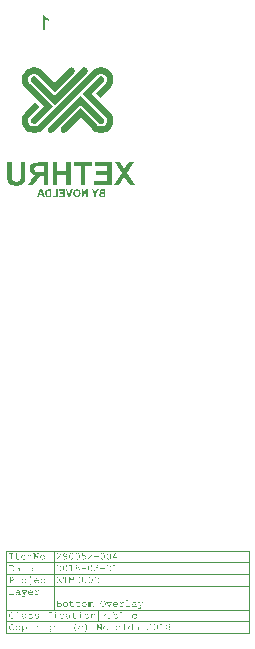
<source format=gbo>
G04*
G04 #@! TF.GenerationSoftware,Altium Limited,Altium Designer,18.0.12 (696)*
G04*
G04 Layer_Color=32896*
%FSLAX24Y24*%
%MOIN*%
G70*
G01*
G75*
%ADD13C,0.0020*%
G36*
X1200Y8319D02*
X1209Y8307D01*
X1218Y8295D01*
X1226Y8285D01*
X1235Y8276D01*
X1242Y8270D01*
X1244Y8267D01*
X1246Y8265D01*
X1247Y8264D01*
X1248Y8264D01*
X1263Y8251D01*
X1278Y8240D01*
X1294Y8230D01*
X1308Y8221D01*
X1320Y8214D01*
X1325Y8211D01*
X1330Y8209D01*
X1333Y8207D01*
X1336Y8206D01*
X1338Y8205D01*
X1339D01*
Y8144D01*
X1327Y8149D01*
X1316Y8154D01*
X1305Y8159D01*
X1295Y8165D01*
X1287Y8169D01*
X1280Y8173D01*
X1277Y8174D01*
X1275Y8176D01*
X1274Y8176D01*
X1274D01*
X1261Y8184D01*
X1249Y8192D01*
X1239Y8199D01*
X1230Y8206D01*
X1224Y8211D01*
X1219Y8216D01*
X1216Y8218D01*
X1215Y8219D01*
Y7825D01*
X1153D01*
Y8331D01*
X1193D01*
X1200Y8319D01*
D02*
G37*
G36*
X977Y6579D02*
X1052Y6548D01*
X1119Y6503D01*
X1148Y6474D01*
X1148D01*
X1542Y6080D01*
X2024Y6563D01*
X2040Y6578D01*
X2079Y6594D01*
X2121D01*
X2161Y6578D01*
X2176Y6563D01*
X2176Y6563D01*
X2191Y6548D01*
X2207Y6509D01*
Y6466D01*
X2191Y6427D01*
X2176Y6412D01*
Y6412D01*
X1542Y5778D01*
X996Y6323D01*
X967Y6347D01*
X896Y6377D01*
X819D01*
X748Y6347D01*
X718Y6323D01*
X718D01*
X693Y6293D01*
X664Y6222D01*
X664Y6145D01*
X693Y6074D01*
X718Y6044D01*
Y6044D01*
X1478Y5284D01*
X933Y4739D01*
X918Y4724D01*
X878Y4707D01*
X836D01*
X797Y4724D01*
X782Y4739D01*
X782D01*
X766Y4754D01*
X750Y4793D01*
X750Y4836D01*
X767Y4875D01*
X782Y4890D01*
Y4890D01*
X1175Y5284D01*
X567Y5893D01*
X538Y5921D01*
X493Y5989D01*
X462Y6063D01*
X446Y6143D01*
X446Y6224D01*
X462Y6303D01*
X493Y6378D01*
X538Y6445D01*
X567Y6474D01*
X567Y6474D01*
X567D01*
X595Y6503D01*
X662Y6548D01*
X737Y6579D01*
X817Y6594D01*
X898Y6594D01*
X977Y6579D01*
D02*
G37*
G36*
X2947Y6323D02*
X2947D01*
X2947D01*
D01*
D02*
G37*
G36*
X3206Y6578D02*
X3281Y6547D01*
X3348Y6503D01*
X3377Y6474D01*
X3405Y6445D01*
X3450Y6378D01*
X3481Y6303D01*
X3497Y6224D01*
X3497Y6143D01*
X3481Y6063D01*
X3450Y5989D01*
X3405Y5921D01*
X3377Y5893D01*
Y5893D01*
X3057Y5573D01*
X2906Y5724D01*
X3226Y6044D01*
X3250Y6074D01*
X3280Y6145D01*
Y6222D01*
X3250Y6293D01*
X3226Y6323D01*
X3226D01*
X3196Y6347D01*
X3125Y6377D01*
X3048D01*
X2977Y6347D01*
X2947Y6323D01*
X2947Y6323D01*
X1148Y4524D01*
X1119Y4495D01*
X1052Y4450D01*
X977Y4419D01*
X898Y4404D01*
X817D01*
X737Y4419D01*
X663Y4450D01*
X595Y4495D01*
X567Y4524D01*
X567D01*
X538Y4552D01*
X493Y4620D01*
X462Y4694D01*
X446Y4774D01*
Y4855D01*
X462Y4934D01*
X493Y5009D01*
X538Y5076D01*
X567Y5105D01*
X887Y5425D01*
X1038Y5274D01*
X718Y4954D01*
X693Y4924D01*
X664Y4853D01*
Y4776D01*
X693Y4705D01*
X718Y4675D01*
X748Y4650D01*
X819Y4621D01*
X896D01*
X967Y4650D01*
X997Y4675D01*
X2796Y6474D01*
X2824Y6503D01*
X2892Y6547D01*
X2966Y6578D01*
X3046Y6594D01*
X3127D01*
X3206Y6578D01*
D02*
G37*
G36*
X2530Y6594D02*
X2541Y6594D01*
X2561Y6590D01*
X2581Y6582D01*
X2598Y6570D01*
X2606Y6563D01*
X2621Y6548D01*
X2637Y6508D01*
Y6466D01*
X2621Y6427D01*
X2606Y6412D01*
X2606D01*
X1542Y5348D01*
X782Y6108D01*
X766Y6123D01*
X750Y6162D01*
Y6205D01*
X766Y6244D01*
X782Y6259D01*
X782Y6259D01*
X797Y6274D01*
X836Y6290D01*
X878D01*
X918Y6274D01*
X933Y6259D01*
D01*
Y6259D01*
X933D01*
X933Y6259D01*
X1542Y5650D01*
X2454Y6563D01*
X2462Y6570D01*
X2479Y6582D01*
X2499Y6590D01*
X2519Y6594D01*
X2530Y6594D01*
D02*
G37*
G36*
X3162Y4890D02*
X3162Y4890D01*
X3177Y4875D01*
X3193Y4836D01*
Y4793D01*
X3177Y4754D01*
X3162Y4739D01*
X3162D01*
X3147Y4724D01*
X3107Y4707D01*
X3065D01*
X3026Y4724D01*
X3011Y4739D01*
X2402Y5348D01*
X1489Y4435D01*
X1489D01*
X1474Y4420D01*
X1435Y4404D01*
X1392D01*
X1353Y4420D01*
X1338Y4435D01*
X1338Y4435D01*
X1323Y4450D01*
X1306Y4489D01*
Y4532D01*
X1323Y4571D01*
X1338Y4586D01*
X2402Y5650D01*
X3162Y4890D01*
D02*
G37*
G36*
X3086Y6290D02*
X3097Y6290D01*
X3117Y6286D01*
X3137Y6278D01*
X3154Y6266D01*
X3162Y6259D01*
X3177Y6244D01*
X3193Y6205D01*
X3193Y6162D01*
X3177Y6123D01*
X3162Y6108D01*
X3162D01*
X2768Y5714D01*
X3377Y5105D01*
X3405Y5076D01*
X3450Y5009D01*
X3481Y4934D01*
X3497Y4855D01*
X3497Y4774D01*
X3481Y4694D01*
X3450Y4620D01*
X3405Y4552D01*
X3377Y4524D01*
X3348Y4495D01*
X3281Y4450D01*
X3206Y4419D01*
X3127Y4403D01*
X3046Y4403D01*
X2966Y4419D01*
X2891Y4450D01*
X2824Y4495D01*
X2796Y4524D01*
X2796Y4524D01*
X2402Y4918D01*
X1919Y4435D01*
X1904Y4420D01*
X1864Y4404D01*
X1822D01*
X1783Y4420D01*
X1768Y4435D01*
X1753Y4450D01*
X1736Y4489D01*
Y4532D01*
X1753Y4571D01*
X1768Y4586D01*
X1768D01*
X2402Y5220D01*
X2947Y4675D01*
X2977Y4650D01*
X3048Y4621D01*
X3125D01*
X3196Y4650D01*
X3226Y4675D01*
X3226Y4675D01*
X3250Y4705D01*
X3280Y4776D01*
X3280Y4853D01*
X3250Y4924D01*
X3225Y4954D01*
X3226D01*
X2465Y5714D01*
X3011Y6259D01*
X3018Y6266D01*
X3035Y6278D01*
X3055Y6286D01*
X3076Y6290D01*
X3086Y6290D01*
D02*
G37*
G36*
X3958Y3055D02*
X4219Y2661D01*
X4036D01*
X3868Y2918D01*
X3700Y2661D01*
X3517D01*
X3777Y3056D01*
X3540Y3418D01*
X3717D01*
X3867Y3191D01*
X4017Y3418D01*
X4195D01*
X3958Y3055D01*
D02*
G37*
G36*
X2087Y2661D02*
X1934D01*
Y2992D01*
X1634D01*
Y2661D01*
X1482D01*
Y3418D01*
X1634D01*
Y3120D01*
X1934D01*
Y3418D01*
X2087D01*
Y2661D01*
D02*
G37*
G36*
X562Y3013D02*
Y2991D01*
X561Y2969D01*
Y2948D01*
X560Y2930D01*
X558Y2912D01*
X557Y2896D01*
X556Y2882D01*
X554Y2870D01*
X553Y2858D01*
X552Y2848D01*
X550Y2840D01*
X549Y2833D01*
X548Y2827D01*
Y2823D01*
X547Y2821D01*
Y2821D01*
X542Y2805D01*
X536Y2789D01*
X529Y2775D01*
X522Y2762D01*
X516Y2752D01*
X510Y2744D01*
X506Y2739D01*
X505Y2737D01*
X492Y2722D01*
X477Y2709D01*
X462Y2698D01*
X449Y2690D01*
X436Y2682D01*
X425Y2677D01*
X421Y2675D01*
X418Y2673D01*
X417Y2672D01*
X416D01*
X405Y2668D01*
X393Y2664D01*
X367Y2658D01*
X339Y2653D01*
X313Y2650D01*
X300Y2649D01*
X288Y2648D01*
X277D01*
X269Y2647D01*
X251D01*
X218Y2648D01*
X190Y2651D01*
X165Y2654D01*
X154Y2656D01*
X145Y2659D01*
X136Y2661D01*
X128Y2663D01*
X121Y2665D01*
X115Y2666D01*
X111Y2668D01*
X108Y2669D01*
X106Y2670D01*
X105D01*
X86Y2679D01*
X68Y2689D01*
X52Y2699D01*
X40Y2709D01*
X29Y2717D01*
X23Y2725D01*
X18Y2729D01*
X17Y2731D01*
X5Y2747D01*
X-5Y2762D01*
X-13Y2778D01*
X-19Y2794D01*
X-24Y2807D01*
X-27Y2818D01*
X-29Y2821D01*
Y2824D01*
X-30Y2825D01*
Y2826D01*
X-32Y2838D01*
X-34Y2851D01*
X-36Y2866D01*
X-37Y2881D01*
X-39Y2913D01*
X-40Y2944D01*
X-41Y2959D01*
Y2973D01*
X-42Y2986D01*
Y2998D01*
Y3006D01*
Y3013D01*
Y3017D01*
Y3019D01*
Y3418D01*
X110D01*
Y2999D01*
Y2982D01*
Y2967D01*
X111Y2953D01*
Y2941D01*
X112Y2929D01*
Y2918D01*
X113Y2909D01*
Y2900D01*
X114Y2893D01*
X115Y2886D01*
Y2882D01*
X116Y2878D01*
X117Y2872D01*
Y2870D01*
X121Y2856D01*
X126Y2843D01*
X133Y2832D01*
X140Y2822D01*
X147Y2816D01*
X152Y2810D01*
X155Y2806D01*
X157Y2805D01*
X171Y2796D01*
X187Y2789D01*
X204Y2785D01*
X219Y2781D01*
X233Y2779D01*
X245Y2778D01*
X256D01*
X278Y2779D01*
X298Y2782D01*
X316Y2787D01*
X331Y2792D01*
X342Y2797D01*
X350Y2802D01*
X355Y2805D01*
X357Y2806D01*
X370Y2818D01*
X380Y2829D01*
X389Y2842D01*
X395Y2854D01*
X399Y2865D01*
X402Y2873D01*
X403Y2879D01*
X404Y2880D01*
Y2881D01*
X405Y2886D01*
X406Y2894D01*
Y2903D01*
X407Y2912D01*
X408Y2934D01*
Y2954D01*
X409Y2975D01*
Y2984D01*
Y2992D01*
Y2999D01*
Y3004D01*
Y3006D01*
Y3007D01*
Y3418D01*
X562D01*
Y3013D01*
D02*
G37*
G36*
X3437Y2661D02*
X2862D01*
Y2789D01*
X3285D01*
Y2995D01*
X2906D01*
Y3123D01*
X3285D01*
Y3290D01*
X2877D01*
Y3418D01*
X3437D01*
Y2661D01*
D02*
G37*
G36*
X2787Y3290D02*
X2562D01*
Y2661D01*
X2410D01*
Y3290D01*
X2186D01*
Y3418D01*
X2787D01*
Y3290D01*
D02*
G37*
G36*
X1323Y2661D02*
X1171D01*
Y2977D01*
X1122D01*
X1106Y2976D01*
X1093Y2974D01*
X1082Y2973D01*
X1073Y2971D01*
X1069Y2969D01*
X1065Y2968D01*
X1064D01*
X1055Y2964D01*
X1046Y2959D01*
X1038Y2954D01*
X1031Y2949D01*
X1025Y2944D01*
X1021Y2941D01*
X1018Y2938D01*
X1017Y2937D01*
X1012Y2932D01*
X1008Y2926D01*
X1002Y2918D01*
X996Y2910D01*
X982Y2891D01*
X969Y2873D01*
X956Y2855D01*
X951Y2847D01*
X947Y2839D01*
X943Y2833D01*
X940Y2829D01*
X938Y2826D01*
X937Y2825D01*
X826Y2661D01*
X643D01*
X736Y2809D01*
X746Y2824D01*
X756Y2839D01*
X764Y2853D01*
X772Y2865D01*
X780Y2876D01*
X788Y2885D01*
X794Y2894D01*
X800Y2902D01*
X806Y2909D01*
X811Y2915D01*
X818Y2924D01*
X822Y2929D01*
X824Y2931D01*
X836Y2943D01*
X849Y2955D01*
X863Y2966D01*
X876Y2976D01*
X887Y2984D01*
X896Y2990D01*
X903Y2994D01*
X904Y2995D01*
X905D01*
X887Y2998D01*
X870Y3002D01*
X854Y3006D01*
X839Y3011D01*
X825Y3017D01*
X814Y3023D01*
X802Y3029D01*
X792Y3035D01*
X783Y3041D01*
X775Y3047D01*
X769Y3052D01*
X764Y3056D01*
X760Y3060D01*
X757Y3063D01*
X756Y3064D01*
X755Y3065D01*
X746Y3075D01*
X738Y3086D01*
X731Y3098D01*
X725Y3110D01*
X716Y3133D01*
X710Y3156D01*
X708Y3166D01*
X707Y3176D01*
X706Y3184D01*
X705Y3191D01*
X704Y3197D01*
Y3201D01*
Y3204D01*
Y3205D01*
X705Y3230D01*
X709Y3252D01*
X715Y3272D01*
X721Y3290D01*
X727Y3305D01*
X730Y3311D01*
X733Y3315D01*
X735Y3319D01*
X737Y3322D01*
X738Y3323D01*
Y3324D01*
X752Y3342D01*
X765Y3358D01*
X780Y3371D01*
X795Y3380D01*
X807Y3388D01*
X818Y3393D01*
X822Y3395D01*
X824Y3396D01*
X825Y3397D01*
X826D01*
X837Y3401D01*
X849Y3404D01*
X863Y3407D01*
X877Y3409D01*
X906Y3413D01*
X935Y3415D01*
X948Y3416D01*
X961Y3417D01*
X973D01*
X983Y3418D01*
X1323D01*
Y2661D01*
D02*
G37*
G36*
X2915Y2373D02*
Y2267D01*
X2864D01*
Y2373D01*
X2772Y2520D01*
X2830D01*
X2888Y2420D01*
X2947Y2520D01*
X3007D01*
X2915Y2373D01*
D02*
G37*
G36*
X2648Y2267D02*
X2601D01*
Y2432D01*
X2499Y2267D01*
X2448D01*
Y2520D01*
X2495D01*
Y2351D01*
X2599Y2520D01*
X2648D01*
Y2267D01*
D02*
G37*
G36*
X2056D02*
X2001D01*
X1911Y2520D01*
X1965D01*
X2027Y2333D01*
X2090Y2520D01*
X2145D01*
X2056Y2267D01*
D02*
G37*
G36*
X3235D02*
X3141D01*
X3133Y2268D01*
X3119D01*
X3114Y2268D01*
X3104D01*
X3101Y2268D01*
X3097D01*
X3095Y2269D01*
X3091D01*
X3089Y2269D01*
X3088D01*
X3081Y2270D01*
X3074Y2272D01*
X3068Y2274D01*
X3064Y2276D01*
X3060Y2278D01*
X3056Y2279D01*
X3055Y2281D01*
X3054Y2281D01*
X3049Y2285D01*
X3044Y2289D01*
X3041Y2293D01*
X3038Y2298D01*
X3035Y2301D01*
X3033Y2304D01*
X3032Y2306D01*
X3032Y2306D01*
Y2307D01*
X3029Y2313D01*
X3027Y2319D01*
X3026Y2324D01*
X3025Y2330D01*
X3024Y2334D01*
X3024Y2337D01*
Y2339D01*
Y2340D01*
Y2340D01*
Y2340D01*
X3024Y2348D01*
X3026Y2355D01*
X3028Y2362D01*
X3030Y2367D01*
X3032Y2372D01*
X3034Y2375D01*
X3035Y2377D01*
X3036Y2378D01*
X3036Y2378D01*
Y2378D01*
X3042Y2384D01*
X3047Y2389D01*
X3053Y2393D01*
X3059Y2396D01*
X3064Y2398D01*
X3066Y2399D01*
X3068Y2400D01*
X3069Y2401D01*
X3071Y2401D01*
X3071Y2401D01*
X3072D01*
X3066Y2404D01*
X3061Y2408D01*
X3056Y2412D01*
X3053Y2415D01*
X3050Y2419D01*
X3047Y2421D01*
X3046Y2423D01*
X3046Y2424D01*
X3043Y2429D01*
X3040Y2435D01*
X3039Y2440D01*
X3038Y2445D01*
X3037Y2450D01*
X3036Y2453D01*
Y2454D01*
Y2455D01*
Y2456D01*
Y2456D01*
X3037Y2462D01*
X3038Y2467D01*
X3039Y2472D01*
X3040Y2477D01*
X3042Y2481D01*
X3043Y2483D01*
X3044Y2485D01*
X3044Y2486D01*
X3047Y2490D01*
X3050Y2494D01*
X3054Y2498D01*
X3057Y2501D01*
X3060Y2503D01*
X3062Y2505D01*
X3063Y2506D01*
X3064Y2506D01*
X3068Y2509D01*
X3072Y2511D01*
X3077Y2513D01*
X3081Y2515D01*
X3085Y2516D01*
X3087Y2516D01*
X3089Y2517D01*
X3090D01*
X3093Y2517D01*
X3096Y2518D01*
X3103Y2519D01*
X3110Y2519D01*
X3118Y2519D01*
X3124Y2520D01*
X3235D01*
Y2267D01*
D02*
G37*
G36*
X1885D02*
X1693D01*
Y2310D01*
X1834D01*
Y2379D01*
X1708D01*
Y2421D01*
X1834D01*
Y2477D01*
X1698D01*
Y2520D01*
X1885D01*
Y2267D01*
D02*
G37*
G36*
X1649D02*
X1471D01*
Y2310D01*
X1598D01*
Y2518D01*
X1649D01*
Y2267D01*
D02*
G37*
G36*
X1435D02*
X1339D01*
X1329Y2268D01*
X1320Y2268D01*
X1313Y2269D01*
X1309Y2270D01*
X1306Y2270D01*
X1303Y2271D01*
X1301Y2271D01*
X1299Y2271D01*
X1297Y2272D01*
X1296Y2272D01*
X1295D01*
X1295Y2273D01*
X1294D01*
X1286Y2276D01*
X1279Y2279D01*
X1273Y2282D01*
X1268Y2285D01*
X1264Y2288D01*
X1261Y2291D01*
X1259Y2292D01*
X1259Y2293D01*
X1252Y2300D01*
X1247Y2307D01*
X1242Y2314D01*
X1238Y2322D01*
X1235Y2328D01*
X1234Y2330D01*
X1233Y2333D01*
X1232Y2335D01*
X1232Y2336D01*
X1231Y2337D01*
Y2337D01*
X1229Y2346D01*
X1227Y2355D01*
X1225Y2364D01*
X1224Y2373D01*
X1224Y2377D01*
X1224Y2380D01*
Y2383D01*
X1223Y2386D01*
Y2388D01*
Y2390D01*
Y2391D01*
Y2391D01*
X1224Y2404D01*
X1224Y2410D01*
X1225Y2415D01*
X1225Y2421D01*
X1226Y2425D01*
X1227Y2430D01*
X1228Y2434D01*
X1228Y2438D01*
X1229Y2441D01*
X1230Y2444D01*
X1231Y2446D01*
X1231Y2448D01*
X1232Y2449D01*
X1232Y2450D01*
Y2450D01*
X1235Y2459D01*
X1239Y2467D01*
X1243Y2474D01*
X1247Y2480D01*
X1250Y2485D01*
X1252Y2487D01*
X1253Y2488D01*
X1254Y2490D01*
X1255Y2491D01*
X1256Y2491D01*
X1256Y2491D01*
X1262Y2497D01*
X1268Y2502D01*
X1275Y2506D01*
X1281Y2509D01*
X1286Y2512D01*
X1288Y2513D01*
X1290Y2513D01*
X1292Y2514D01*
X1293Y2514D01*
X1294Y2515D01*
X1294D01*
X1297Y2516D01*
X1301Y2516D01*
X1308Y2518D01*
X1317Y2518D01*
X1324Y2519D01*
X1328Y2519D01*
X1331D01*
X1334Y2520D01*
X1435D01*
Y2267D01*
D02*
G37*
G36*
X1206D02*
X1152D01*
X1131Y2325D01*
X1031D01*
X1008Y2267D01*
X953D01*
X1054Y2520D01*
X1108D01*
X1206Y2267D01*
D02*
G37*
G36*
X2293Y2524D02*
X2304Y2523D01*
X2313Y2521D01*
X2317Y2520D01*
X2321Y2519D01*
X2325Y2518D01*
X2327Y2517D01*
X2330Y2516D01*
X2332Y2516D01*
X2334Y2515D01*
X2336Y2514D01*
X2336Y2514D01*
X2337D01*
X2343Y2511D01*
X2349Y2507D01*
X2355Y2504D01*
X2360Y2500D01*
X2364Y2496D01*
X2367Y2494D01*
X2368Y2492D01*
X2369Y2491D01*
X2369Y2491D01*
X2374Y2485D01*
X2379Y2479D01*
X2383Y2474D01*
X2386Y2468D01*
X2389Y2464D01*
X2391Y2460D01*
X2391Y2459D01*
X2392Y2458D01*
X2392Y2457D01*
Y2457D01*
X2396Y2446D01*
X2399Y2435D01*
X2401Y2424D01*
X2403Y2414D01*
X2403Y2410D01*
X2403Y2405D01*
X2404Y2402D01*
Y2398D01*
X2404Y2395D01*
Y2393D01*
Y2392D01*
Y2392D01*
X2404Y2381D01*
X2403Y2370D01*
X2401Y2361D01*
X2399Y2351D01*
X2396Y2343D01*
X2393Y2335D01*
X2390Y2328D01*
X2387Y2322D01*
X2384Y2316D01*
X2381Y2311D01*
X2378Y2307D01*
X2376Y2303D01*
X2374Y2301D01*
X2372Y2299D01*
X2371Y2297D01*
X2371Y2297D01*
X2364Y2291D01*
X2357Y2286D01*
X2350Y2281D01*
X2343Y2277D01*
X2335Y2274D01*
X2328Y2271D01*
X2321Y2269D01*
X2314Y2267D01*
X2307Y2266D01*
X2301Y2265D01*
X2296Y2264D01*
X2291Y2263D01*
X2287Y2263D01*
X2284Y2263D01*
X2282D01*
X2271Y2263D01*
X2262Y2264D01*
X2253Y2266D01*
X2244Y2268D01*
X2236Y2271D01*
X2229Y2274D01*
X2223Y2277D01*
X2217Y2280D01*
X2211Y2283D01*
X2206Y2286D01*
X2203Y2289D01*
X2199Y2292D01*
X2196Y2294D01*
X2195Y2296D01*
X2193Y2297D01*
X2193Y2297D01*
X2187Y2304D01*
X2182Y2311D01*
X2178Y2319D01*
X2174Y2327D01*
X2170Y2335D01*
X2168Y2343D01*
X2165Y2350D01*
X2164Y2358D01*
X2163Y2365D01*
X2161Y2372D01*
X2161Y2378D01*
X2160Y2383D01*
X2160Y2387D01*
X2160Y2390D01*
Y2392D01*
Y2393D01*
Y2393D01*
X2160Y2404D01*
X2161Y2415D01*
X2163Y2425D01*
X2165Y2434D01*
X2167Y2443D01*
X2170Y2451D01*
X2173Y2458D01*
X2176Y2465D01*
X2179Y2470D01*
X2183Y2475D01*
X2185Y2480D01*
X2188Y2483D01*
X2190Y2486D01*
X2192Y2488D01*
X2193Y2489D01*
X2193Y2489D01*
X2200Y2496D01*
X2206Y2501D01*
X2214Y2506D01*
X2221Y2509D01*
X2228Y2513D01*
X2236Y2516D01*
X2243Y2518D01*
X2250Y2520D01*
X2257Y2521D01*
X2263Y2522D01*
X2268Y2523D01*
X2273Y2524D01*
X2277Y2524D01*
X2280Y2524D01*
X2282D01*
X2293Y2524D01*
D02*
G37*
G36*
X769Y-9662D02*
X773Y-9662D01*
X777Y-9664D01*
X781Y-9665D01*
X785Y-9668D01*
X789Y-9671D01*
X790Y-9672D01*
X791Y-9674D01*
X793Y-9676D01*
X795Y-9679D01*
X797Y-9684D01*
X799Y-9689D01*
X800Y-9694D01*
X801Y-9700D01*
Y-9799D01*
X814D01*
X816Y-9799D01*
X818Y-9800D01*
X820Y-9801D01*
X821Y-9801D01*
X822Y-9802D01*
X822Y-9804D01*
X823Y-9806D01*
Y-9806D01*
X822Y-9808D01*
X822Y-9809D01*
X820Y-9811D01*
X820Y-9811D01*
X819Y-9812D01*
X816Y-9813D01*
X813Y-9813D01*
X787D01*
Y-9700D01*
Y-9700D01*
Y-9699D01*
X787Y-9697D01*
X786Y-9694D01*
X785Y-9691D01*
X784Y-9688D01*
X782Y-9685D01*
X780Y-9682D01*
X780Y-9682D01*
X779Y-9681D01*
X777Y-9680D01*
X776Y-9679D01*
X773Y-9678D01*
X771Y-9676D01*
X768Y-9676D01*
X765Y-9675D01*
X763D01*
X762Y-9676D01*
X760Y-9676D01*
X757Y-9677D01*
X754Y-9678D01*
X751Y-9679D01*
X748Y-9681D01*
X748Y-9681D01*
X746Y-9682D01*
X745Y-9684D01*
X742Y-9686D01*
X739Y-9689D01*
X736Y-9694D01*
X732Y-9699D01*
X728Y-9704D01*
Y-9799D01*
X741D01*
X743Y-9799D01*
X746Y-9800D01*
X748Y-9801D01*
X748Y-9801D01*
X749Y-9802D01*
X750Y-9804D01*
X750Y-9806D01*
Y-9806D01*
X750Y-9808D01*
X749Y-9809D01*
X748Y-9811D01*
X748Y-9811D01*
X746Y-9812D01*
X744Y-9813D01*
X741Y-9813D01*
X714D01*
Y-9701D01*
Y-9701D01*
Y-9700D01*
X714Y-9698D01*
X713Y-9695D01*
X713Y-9692D01*
X711Y-9689D01*
X710Y-9686D01*
X707Y-9683D01*
X707Y-9682D01*
X707Y-9681D01*
X705Y-9680D01*
X703Y-9679D01*
X701Y-9678D01*
X698Y-9677D01*
X695Y-9676D01*
X692Y-9675D01*
X691D01*
X690Y-9676D01*
X688Y-9676D01*
X686Y-9677D01*
X683Y-9678D01*
X680Y-9679D01*
X678Y-9680D01*
X677Y-9681D01*
X676Y-9682D01*
X674Y-9683D01*
X671Y-9686D01*
X668Y-9689D01*
X664Y-9694D01*
X660Y-9699D01*
X656Y-9704D01*
Y-9799D01*
X669D01*
X671Y-9799D01*
X673Y-9800D01*
X675Y-9801D01*
X676Y-9801D01*
X677Y-9802D01*
X677Y-9804D01*
X678Y-9806D01*
Y-9806D01*
X677Y-9808D01*
X677Y-9809D01*
X675Y-9811D01*
X675Y-9811D01*
X674Y-9812D01*
X671Y-9813D01*
X668Y-9813D01*
X629D01*
X627Y-9813D01*
X625Y-9812D01*
X622Y-9811D01*
X622Y-9811D01*
X621Y-9810D01*
X621Y-9808D01*
X620Y-9806D01*
Y-9805D01*
X621Y-9804D01*
X621Y-9802D01*
X622Y-9801D01*
X623Y-9801D01*
X624Y-9800D01*
X626Y-9799D01*
X630Y-9799D01*
X642D01*
Y-9680D01*
X629D01*
X627Y-9680D01*
X625Y-9679D01*
X622Y-9678D01*
X622Y-9678D01*
X621Y-9677D01*
X621Y-9675D01*
X620Y-9673D01*
Y-9672D01*
X621Y-9671D01*
X621Y-9670D01*
X622Y-9668D01*
X623Y-9668D01*
X624Y-9667D01*
X626Y-9666D01*
X630Y-9666D01*
X656D01*
Y-9680D01*
X656Y-9680D01*
X657Y-9679D01*
X658Y-9679D01*
X659Y-9678D01*
X663Y-9674D01*
X667Y-9671D01*
X673Y-9667D01*
X679Y-9664D01*
X682Y-9663D01*
X686Y-9662D01*
X689Y-9661D01*
X692Y-9661D01*
X694D01*
X696Y-9661D01*
X699Y-9662D01*
X702Y-9662D01*
X705Y-9664D01*
X708Y-9665D01*
X711Y-9667D01*
X712Y-9667D01*
X713Y-9668D01*
X714Y-9670D01*
X716Y-9671D01*
X718Y-9674D01*
X721Y-9677D01*
X723Y-9680D01*
X725Y-9684D01*
X726Y-9684D01*
X727Y-9682D01*
X729Y-9680D01*
X731Y-9678D01*
X734Y-9675D01*
X737Y-9672D01*
X741Y-9669D01*
X745Y-9667D01*
X745Y-9667D01*
X746Y-9666D01*
X748Y-9665D01*
X751Y-9664D01*
X754Y-9663D01*
X757Y-9662D01*
X761Y-9661D01*
X764Y-9661D01*
X767D01*
X769Y-9662D01*
D02*
G37*
G36*
X3004Y-9725D02*
X2859D01*
Y-9705D01*
X3004D01*
Y-9725D01*
D02*
G37*
G36*
X1014Y-9615D02*
X1017Y-9615D01*
X1019Y-9617D01*
X1019Y-9617D01*
X1020Y-9618D01*
X1021Y-9619D01*
X1021Y-9622D01*
Y-9622D01*
X1021Y-9624D01*
X1020Y-9625D01*
X1019Y-9627D01*
X1018Y-9627D01*
X1017Y-9628D01*
X1015Y-9628D01*
X1012Y-9629D01*
X999D01*
Y-9813D01*
X981D01*
X875Y-9636D01*
Y-9799D01*
X903D01*
X905Y-9799D01*
X907Y-9800D01*
X909Y-9801D01*
X910Y-9801D01*
X911Y-9802D01*
X911Y-9804D01*
X912Y-9806D01*
Y-9806D01*
X911Y-9808D01*
X911Y-9809D01*
X909Y-9811D01*
X909Y-9811D01*
X908Y-9812D01*
X905Y-9813D01*
X902Y-9813D01*
X848D01*
X846Y-9813D01*
X844Y-9812D01*
X842Y-9811D01*
X841Y-9811D01*
X841Y-9810D01*
X840Y-9808D01*
X840Y-9806D01*
Y-9805D01*
X840Y-9804D01*
X841Y-9802D01*
X842Y-9801D01*
X842Y-9801D01*
X844Y-9800D01*
X846Y-9799D01*
X849Y-9799D01*
X861D01*
Y-9629D01*
X841D01*
X839Y-9628D01*
X837Y-9628D01*
X835Y-9627D01*
X834Y-9627D01*
X834Y-9626D01*
X833Y-9624D01*
X833Y-9622D01*
Y-9621D01*
X833Y-9620D01*
X834Y-9618D01*
X835Y-9617D01*
X835Y-9616D01*
X837Y-9616D01*
X839Y-9615D01*
X842Y-9615D01*
X879D01*
X985Y-9792D01*
Y-9629D01*
X958D01*
X956Y-9628D01*
X953Y-9628D01*
X951Y-9627D01*
X951Y-9627D01*
X950Y-9626D01*
X950Y-9624D01*
X949Y-9622D01*
Y-9621D01*
X950Y-9620D01*
X950Y-9618D01*
X951Y-9617D01*
X952Y-9616D01*
X953Y-9616D01*
X955Y-9615D01*
X957Y-9615D01*
X1012D01*
X1014Y-9615D01*
D02*
G37*
G36*
X2562Y-9600D02*
X2565Y-9601D01*
X2567Y-9602D01*
X2567Y-9603D01*
X2568Y-9604D01*
X2569Y-9605D01*
X2569Y-9607D01*
Y-9608D01*
X2569Y-9609D01*
X2568Y-9611D01*
X2567Y-9612D01*
X2567Y-9613D01*
X2565Y-9613D01*
X2563Y-9614D01*
X2560Y-9614D01*
X2475D01*
Y-9684D01*
X2475Y-9684D01*
X2477Y-9683D01*
X2479Y-9682D01*
X2482Y-9681D01*
X2486Y-9680D01*
X2490Y-9679D01*
X2498Y-9676D01*
X2499D01*
X2500Y-9676D01*
X2503Y-9675D01*
X2506Y-9675D01*
X2509Y-9674D01*
X2513Y-9674D01*
X2520Y-9674D01*
X2523D01*
X2525Y-9674D01*
X2527Y-9674D01*
X2530Y-9675D01*
X2536Y-9676D01*
X2543Y-9678D01*
X2547Y-9680D01*
X2551Y-9681D01*
X2554Y-9684D01*
X2558Y-9686D01*
X2561Y-9689D01*
X2565Y-9693D01*
X2565Y-9693D01*
X2566Y-9694D01*
X2567Y-9695D01*
X2568Y-9696D01*
X2569Y-9698D01*
X2571Y-9700D01*
X2573Y-9703D01*
X2574Y-9706D01*
X2576Y-9709D01*
X2578Y-9713D01*
X2579Y-9717D01*
X2580Y-9721D01*
X2583Y-9731D01*
X2583Y-9737D01*
X2583Y-9742D01*
Y-9742D01*
Y-9744D01*
Y-9745D01*
X2583Y-9748D01*
X2583Y-9751D01*
X2582Y-9754D01*
X2582Y-9758D01*
X2581Y-9761D01*
X2578Y-9770D01*
X2577Y-9775D01*
X2575Y-9780D01*
X2573Y-9784D01*
X2570Y-9788D01*
X2567Y-9793D01*
X2563Y-9797D01*
X2563Y-9797D01*
X2562Y-9798D01*
X2561Y-9799D01*
X2559Y-9800D01*
X2558Y-9802D01*
X2555Y-9803D01*
X2552Y-9805D01*
X2549Y-9807D01*
X2546Y-9809D01*
X2542Y-9811D01*
X2533Y-9815D01*
X2528Y-9816D01*
X2523Y-9817D01*
X2518Y-9818D01*
X2512Y-9818D01*
X2509D01*
X2507Y-9818D01*
X2505D01*
X2500Y-9817D01*
X2494Y-9816D01*
X2487Y-9814D01*
X2480Y-9812D01*
X2473Y-9809D01*
X2473Y-9809D01*
X2471Y-9808D01*
X2469Y-9806D01*
X2465Y-9805D01*
X2462Y-9802D01*
X2457Y-9800D01*
X2454Y-9797D01*
X2449Y-9794D01*
X2449Y-9793D01*
X2448Y-9793D01*
X2447Y-9792D01*
X2446Y-9790D01*
X2444Y-9787D01*
X2443Y-9786D01*
X2443Y-9784D01*
Y-9784D01*
X2443Y-9782D01*
X2444Y-9781D01*
X2445Y-9779D01*
X2445Y-9779D01*
X2446Y-9778D01*
X2448Y-9777D01*
X2450Y-9777D01*
X2450D01*
X2452Y-9777D01*
X2454Y-9778D01*
X2456Y-9780D01*
X2456Y-9781D01*
X2457Y-9781D01*
X2458Y-9782D01*
X2460Y-9784D01*
X2463Y-9786D01*
X2465Y-9788D01*
X2469Y-9790D01*
X2472Y-9792D01*
X2476Y-9794D01*
X2480Y-9796D01*
X2490Y-9800D01*
X2495Y-9801D01*
X2500Y-9803D01*
X2506Y-9803D01*
X2512Y-9804D01*
X2514D01*
X2516Y-9803D01*
X2518Y-9803D01*
X2520Y-9803D01*
X2526Y-9801D01*
X2533Y-9800D01*
X2539Y-9797D01*
X2543Y-9795D01*
X2546Y-9792D01*
X2550Y-9790D01*
X2553Y-9787D01*
X2553Y-9786D01*
X2554Y-9786D01*
X2555Y-9785D01*
X2556Y-9783D01*
X2557Y-9782D01*
X2558Y-9780D01*
X2559Y-9778D01*
X2561Y-9775D01*
X2563Y-9772D01*
X2564Y-9768D01*
X2567Y-9761D01*
X2569Y-9752D01*
X2569Y-9747D01*
X2569Y-9741D01*
Y-9741D01*
Y-9740D01*
Y-9739D01*
X2569Y-9738D01*
Y-9735D01*
X2569Y-9733D01*
X2568Y-9727D01*
X2566Y-9721D01*
X2563Y-9715D01*
X2560Y-9708D01*
X2558Y-9705D01*
X2555Y-9702D01*
Y-9702D01*
X2554Y-9702D01*
X2552Y-9700D01*
X2549Y-9698D01*
X2545Y-9695D01*
X2540Y-9692D01*
X2534Y-9690D01*
X2527Y-9688D01*
X2523Y-9688D01*
X2517D01*
X2515Y-9688D01*
X2513D01*
X2511Y-9688D01*
X2505Y-9689D01*
X2498Y-9691D01*
X2491Y-9693D01*
X2483Y-9696D01*
X2475Y-9700D01*
X2474D01*
X2474Y-9700D01*
X2472Y-9701D01*
X2469Y-9702D01*
X2467Y-9702D01*
X2467D01*
X2465Y-9702D01*
X2464Y-9701D01*
X2462Y-9700D01*
X2462Y-9700D01*
X2461Y-9699D01*
X2461Y-9697D01*
X2460Y-9695D01*
Y-9600D01*
X2560D01*
X2562Y-9600D01*
D02*
G37*
G36*
X1894Y-9596D02*
X1897Y-9596D01*
X1902Y-9597D01*
X1907Y-9598D01*
X1913Y-9600D01*
X1920Y-9603D01*
X1925Y-9607D01*
X1926D01*
X1926Y-9608D01*
X1928Y-9610D01*
X1931Y-9612D01*
X1935Y-9616D01*
X1939Y-9621D01*
X1943Y-9627D01*
X1947Y-9634D01*
X1950Y-9642D01*
Y-9643D01*
X1951Y-9644D01*
X1951Y-9645D01*
X1952Y-9648D01*
X1953Y-9650D01*
X1954Y-9654D01*
X1955Y-9658D01*
X1956Y-9662D01*
X1957Y-9667D01*
X1958Y-9672D01*
X1959Y-9678D01*
X1960Y-9683D01*
X1961Y-9690D01*
X1962Y-9696D01*
X1962Y-9710D01*
Y-9711D01*
Y-9712D01*
Y-9713D01*
Y-9715D01*
X1962Y-9718D01*
X1961Y-9721D01*
Y-9724D01*
X1961Y-9728D01*
X1960Y-9736D01*
X1958Y-9744D01*
X1955Y-9753D01*
X1952Y-9761D01*
X1952Y-9761D01*
X1951Y-9763D01*
X1949Y-9765D01*
X1947Y-9769D01*
X1944Y-9773D01*
X1941Y-9777D01*
X1937Y-9782D01*
X1933Y-9787D01*
X1932Y-9787D01*
X1931Y-9789D01*
X1928Y-9791D01*
X1925Y-9794D01*
X1921Y-9797D01*
X1916Y-9801D01*
X1911Y-9804D01*
X1905Y-9807D01*
X1905D01*
X1904Y-9808D01*
X1903Y-9808D01*
X1901Y-9809D01*
X1900Y-9810D01*
X1897Y-9811D01*
X1892Y-9813D01*
X1885Y-9815D01*
X1878Y-9816D01*
X1869Y-9818D01*
X1861Y-9818D01*
X1858D01*
X1856Y-9818D01*
X1852Y-9817D01*
X1848Y-9817D01*
X1844Y-9816D01*
X1840Y-9814D01*
X1836Y-9812D01*
X1836D01*
X1835Y-9812D01*
X1834Y-9810D01*
X1832Y-9808D01*
X1832Y-9807D01*
X1832Y-9806D01*
Y-9805D01*
X1832Y-9804D01*
X1833Y-9802D01*
X1834Y-9801D01*
X1834Y-9801D01*
X1835Y-9800D01*
X1837Y-9799D01*
X1839Y-9799D01*
X1839D01*
X1840Y-9799D01*
X1842Y-9800D01*
X1844Y-9801D01*
X1845D01*
X1846Y-9801D01*
X1847Y-9802D01*
X1849Y-9802D01*
X1851Y-9803D01*
X1854Y-9803D01*
X1860Y-9804D01*
X1863D01*
X1865Y-9803D01*
X1869Y-9803D01*
X1872Y-9802D01*
X1876Y-9802D01*
X1881Y-9801D01*
X1885Y-9800D01*
X1891Y-9798D01*
X1896Y-9796D01*
X1901Y-9793D01*
X1906Y-9790D01*
X1911Y-9787D01*
X1917Y-9783D01*
X1922Y-9778D01*
X1922Y-9778D01*
X1922Y-9777D01*
X1924Y-9776D01*
X1925Y-9774D01*
X1927Y-9771D01*
X1930Y-9768D01*
X1932Y-9764D01*
X1935Y-9760D01*
X1937Y-9756D01*
X1939Y-9751D01*
X1942Y-9745D01*
X1943Y-9740D01*
X1945Y-9733D01*
X1946Y-9727D01*
X1947Y-9720D01*
X1947Y-9713D01*
Y-9712D01*
Y-9711D01*
Y-9710D01*
Y-9707D01*
Y-9705D01*
X1947Y-9701D01*
Y-9697D01*
X1947Y-9693D01*
Y-9693D01*
X1946Y-9694D01*
X1946Y-9695D01*
X1945Y-9696D01*
X1943Y-9700D01*
X1939Y-9704D01*
X1936Y-9708D01*
X1931Y-9713D01*
X1926Y-9718D01*
X1921Y-9722D01*
X1920Y-9722D01*
X1918Y-9723D01*
X1915Y-9725D01*
X1911Y-9727D01*
X1906Y-9729D01*
X1901Y-9730D01*
X1895Y-9731D01*
X1889Y-9732D01*
X1887D01*
X1884Y-9731D01*
X1880Y-9731D01*
X1876Y-9730D01*
X1871Y-9728D01*
X1866Y-9726D01*
X1861Y-9723D01*
X1860Y-9723D01*
X1859Y-9722D01*
X1856Y-9720D01*
X1853Y-9717D01*
X1849Y-9714D01*
X1846Y-9709D01*
X1842Y-9704D01*
X1839Y-9699D01*
Y-9698D01*
X1839Y-9698D01*
X1838Y-9697D01*
X1838Y-9696D01*
X1836Y-9692D01*
X1835Y-9688D01*
X1834Y-9683D01*
X1832Y-9677D01*
X1831Y-9671D01*
X1831Y-9664D01*
Y-9664D01*
Y-9663D01*
Y-9662D01*
X1831Y-9660D01*
X1832Y-9658D01*
X1832Y-9655D01*
X1832Y-9652D01*
X1833Y-9649D01*
X1835Y-9641D01*
X1838Y-9633D01*
X1840Y-9629D01*
X1842Y-9625D01*
X1844Y-9621D01*
X1847Y-9617D01*
X1847Y-9617D01*
X1848Y-9616D01*
X1849Y-9615D01*
X1850Y-9614D01*
X1852Y-9612D01*
X1854Y-9610D01*
X1856Y-9608D01*
X1859Y-9606D01*
X1865Y-9602D01*
X1872Y-9598D01*
X1876Y-9597D01*
X1881Y-9596D01*
X1885Y-9596D01*
X1890Y-9595D01*
X1892D01*
X1894Y-9596D01*
D02*
G37*
G36*
X3598Y-9740D02*
X3611D01*
X3613Y-9740D01*
X3615Y-9740D01*
X3617Y-9741D01*
X3618Y-9742D01*
X3619Y-9743D01*
X3619Y-9744D01*
X3620Y-9747D01*
Y-9747D01*
X3619Y-9748D01*
X3619Y-9750D01*
X3617Y-9752D01*
X3617Y-9752D01*
X3616Y-9753D01*
X3613Y-9753D01*
X3610Y-9754D01*
X3598D01*
Y-9799D01*
X3611D01*
X3613Y-9799D01*
X3616Y-9800D01*
X3618Y-9801D01*
X3618Y-9801D01*
X3619Y-9802D01*
X3620Y-9804D01*
X3620Y-9806D01*
Y-9806D01*
X3620Y-9808D01*
X3619Y-9809D01*
X3618Y-9811D01*
X3617Y-9811D01*
X3616Y-9812D01*
X3614Y-9813D01*
X3610Y-9813D01*
X3556D01*
X3554Y-9813D01*
X3552Y-9812D01*
X3550Y-9811D01*
X3549Y-9811D01*
X3549Y-9810D01*
X3548Y-9808D01*
X3548Y-9806D01*
Y-9805D01*
X3548Y-9804D01*
X3549Y-9802D01*
X3550Y-9801D01*
X3550Y-9801D01*
X3552Y-9800D01*
X3554Y-9799D01*
X3557Y-9799D01*
X3584D01*
Y-9754D01*
X3489D01*
X3489Y-9738D01*
X3568Y-9600D01*
X3598D01*
Y-9740D01*
D02*
G37*
G36*
X2724Y-9596D02*
X2727Y-9596D01*
X2729Y-9596D01*
X2736Y-9597D01*
X2743Y-9600D01*
X2746Y-9601D01*
X2750Y-9603D01*
X2754Y-9605D01*
X2758Y-9608D01*
X2762Y-9611D01*
X2766Y-9614D01*
X2766Y-9614D01*
X2767Y-9615D01*
X2767Y-9616D01*
X2769Y-9617D01*
X2770Y-9619D01*
X2772Y-9621D01*
X2776Y-9626D01*
X2779Y-9632D01*
X2782Y-9639D01*
X2783Y-9643D01*
X2784Y-9647D01*
X2785Y-9652D01*
X2785Y-9656D01*
Y-9656D01*
Y-9658D01*
Y-9659D01*
X2785Y-9662D01*
X2784Y-9665D01*
X2784Y-9668D01*
X2782Y-9674D01*
Y-9674D01*
X2781Y-9675D01*
X2781Y-9677D01*
X2779Y-9679D01*
X2778Y-9682D01*
X2776Y-9685D01*
X2773Y-9688D01*
X2771Y-9692D01*
X2770Y-9692D01*
X2769Y-9694D01*
X2767Y-9696D01*
X2764Y-9699D01*
X2761Y-9703D01*
X2756Y-9708D01*
X2750Y-9714D01*
X2743Y-9721D01*
X2742Y-9722D01*
X2741Y-9723D01*
X2738Y-9726D01*
X2735Y-9729D01*
X2731Y-9734D01*
X2726Y-9738D01*
X2720Y-9743D01*
X2714Y-9749D01*
X2708Y-9755D01*
X2701Y-9761D01*
X2687Y-9774D01*
X2674Y-9787D01*
X2668Y-9793D01*
X2661Y-9798D01*
Y-9799D01*
X2771D01*
Y-9793D01*
Y-9793D01*
Y-9793D01*
X2772Y-9791D01*
X2772Y-9788D01*
X2773Y-9786D01*
X2774Y-9786D01*
X2775Y-9785D01*
X2776Y-9784D01*
X2779Y-9784D01*
X2779D01*
X2780Y-9784D01*
X2782Y-9785D01*
X2783Y-9786D01*
X2784Y-9786D01*
X2784Y-9788D01*
X2785Y-9790D01*
X2785Y-9793D01*
Y-9813D01*
X2647D01*
Y-9792D01*
X2648Y-9792D01*
X2649Y-9791D01*
X2652Y-9788D01*
X2655Y-9785D01*
X2659Y-9782D01*
X2663Y-9778D01*
X2668Y-9773D01*
X2674Y-9768D01*
X2680Y-9762D01*
X2687Y-9756D01*
X2694Y-9749D01*
X2701Y-9742D01*
X2717Y-9728D01*
X2732Y-9713D01*
X2732Y-9712D01*
X2733Y-9712D01*
X2734Y-9711D01*
X2735Y-9710D01*
X2739Y-9706D01*
X2742Y-9702D01*
X2747Y-9698D01*
X2751Y-9693D01*
X2755Y-9689D01*
X2758Y-9685D01*
X2759Y-9685D01*
X2760Y-9683D01*
X2761Y-9682D01*
X2762Y-9680D01*
X2765Y-9675D01*
X2767Y-9672D01*
X2768Y-9670D01*
Y-9669D01*
X2768Y-9668D01*
X2769Y-9667D01*
X2770Y-9665D01*
X2771Y-9661D01*
X2771Y-9656D01*
Y-9656D01*
Y-9655D01*
Y-9654D01*
X2771Y-9653D01*
X2770Y-9649D01*
X2769Y-9645D01*
X2767Y-9640D01*
X2765Y-9635D01*
X2761Y-9629D01*
X2759Y-9626D01*
X2756Y-9623D01*
Y-9623D01*
X2755Y-9623D01*
X2753Y-9621D01*
X2750Y-9619D01*
X2746Y-9616D01*
X2741Y-9614D01*
X2735Y-9612D01*
X2728Y-9610D01*
X2724Y-9609D01*
X2717D01*
X2714Y-9610D01*
X2709Y-9611D01*
X2704Y-9612D01*
X2698Y-9614D01*
X2693Y-9617D01*
X2687Y-9620D01*
X2686Y-9620D01*
X2685Y-9622D01*
X2682Y-9624D01*
X2679Y-9627D01*
X2676Y-9631D01*
X2673Y-9636D01*
X2670Y-9641D01*
X2668Y-9647D01*
Y-9647D01*
X2668Y-9647D01*
X2668Y-9649D01*
X2667Y-9651D01*
X2666Y-9652D01*
X2665Y-9652D01*
X2664Y-9653D01*
X2663Y-9653D01*
X2661Y-9654D01*
X2660D01*
X2659Y-9653D01*
X2658Y-9653D01*
X2656Y-9652D01*
X2656Y-9652D01*
X2655Y-9651D01*
X2655Y-9649D01*
X2654Y-9647D01*
Y-9647D01*
Y-9646D01*
X2655Y-9644D01*
X2655Y-9641D01*
X2657Y-9638D01*
X2658Y-9635D01*
X2660Y-9630D01*
X2663Y-9625D01*
Y-9625D01*
X2663Y-9625D01*
X2665Y-9623D01*
X2667Y-9620D01*
X2670Y-9617D01*
X2673Y-9614D01*
X2677Y-9610D01*
X2682Y-9607D01*
X2688Y-9603D01*
X2688D01*
X2688Y-9603D01*
X2690Y-9602D01*
X2694Y-9601D01*
X2698Y-9599D01*
X2702Y-9598D01*
X2708Y-9596D01*
X2714Y-9596D01*
X2720Y-9595D01*
X2722D01*
X2724Y-9596D01*
D02*
G37*
G36*
X154Y-9615D02*
X156Y-9615D01*
X158Y-9617D01*
X158Y-9617D01*
X159Y-9618D01*
X160Y-9619D01*
X160Y-9622D01*
Y-9622D01*
X160Y-9624D01*
X159Y-9625D01*
X158Y-9627D01*
X158Y-9627D01*
X156Y-9628D01*
X154Y-9628D01*
X151Y-9629D01*
X102D01*
Y-9799D01*
X152D01*
X154Y-9799D01*
X156Y-9800D01*
X158Y-9801D01*
X158Y-9801D01*
X159Y-9802D01*
X160Y-9804D01*
X160Y-9806D01*
Y-9806D01*
X160Y-9808D01*
X159Y-9809D01*
X158Y-9811D01*
X158Y-9811D01*
X156Y-9812D01*
X154Y-9813D01*
X151Y-9813D01*
X38D01*
X36Y-9813D01*
X34Y-9812D01*
X32Y-9811D01*
X31Y-9811D01*
X31Y-9810D01*
X30Y-9808D01*
X30Y-9806D01*
Y-9805D01*
X30Y-9804D01*
X31Y-9802D01*
X32Y-9801D01*
X32Y-9801D01*
X33Y-9800D01*
X36Y-9799D01*
X39Y-9799D01*
X88D01*
Y-9629D01*
X38D01*
X36Y-9628D01*
X34Y-9628D01*
X32Y-9627D01*
X31Y-9627D01*
X31Y-9626D01*
X30Y-9624D01*
X30Y-9622D01*
Y-9621D01*
X30Y-9620D01*
X31Y-9618D01*
X32Y-9617D01*
X32Y-9616D01*
X33Y-9616D01*
X36Y-9615D01*
X39Y-9615D01*
X152D01*
X154Y-9615D01*
D02*
G37*
G36*
X1681Y-9596D02*
X1684Y-9596D01*
X1686Y-9596D01*
X1693Y-9597D01*
X1700Y-9600D01*
X1703Y-9601D01*
X1707Y-9603D01*
X1711Y-9605D01*
X1715Y-9608D01*
X1719Y-9611D01*
X1723Y-9614D01*
X1723Y-9614D01*
X1724Y-9615D01*
X1724Y-9616D01*
X1726Y-9617D01*
X1727Y-9619D01*
X1729Y-9621D01*
X1733Y-9626D01*
X1736Y-9632D01*
X1739Y-9639D01*
X1740Y-9643D01*
X1741Y-9647D01*
X1742Y-9652D01*
X1742Y-9656D01*
Y-9656D01*
Y-9658D01*
Y-9659D01*
X1742Y-9662D01*
X1741Y-9665D01*
X1741Y-9668D01*
X1739Y-9674D01*
Y-9674D01*
X1738Y-9675D01*
X1737Y-9677D01*
X1736Y-9679D01*
X1735Y-9682D01*
X1733Y-9685D01*
X1730Y-9688D01*
X1728Y-9692D01*
X1727Y-9692D01*
X1726Y-9694D01*
X1724Y-9696D01*
X1721Y-9699D01*
X1717Y-9703D01*
X1713Y-9708D01*
X1707Y-9714D01*
X1700Y-9721D01*
X1699Y-9722D01*
X1698Y-9723D01*
X1695Y-9726D01*
X1692Y-9729D01*
X1688Y-9734D01*
X1683Y-9738D01*
X1677Y-9743D01*
X1671Y-9749D01*
X1665Y-9755D01*
X1658Y-9761D01*
X1644Y-9774D01*
X1631Y-9787D01*
X1625Y-9793D01*
X1618Y-9798D01*
Y-9799D01*
X1728D01*
Y-9793D01*
Y-9793D01*
Y-9793D01*
X1729Y-9791D01*
X1729Y-9788D01*
X1730Y-9786D01*
X1731Y-9786D01*
X1732Y-9785D01*
X1733Y-9784D01*
X1736Y-9784D01*
X1736D01*
X1737Y-9784D01*
X1739Y-9785D01*
X1740Y-9786D01*
X1741Y-9786D01*
X1741Y-9788D01*
X1742Y-9790D01*
X1742Y-9793D01*
Y-9813D01*
X1604D01*
Y-9792D01*
X1605Y-9792D01*
X1606Y-9791D01*
X1609Y-9788D01*
X1612Y-9785D01*
X1615Y-9782D01*
X1620Y-9778D01*
X1625Y-9773D01*
X1631Y-9768D01*
X1637Y-9762D01*
X1644Y-9756D01*
X1651Y-9749D01*
X1658Y-9742D01*
X1674Y-9728D01*
X1689Y-9713D01*
X1689Y-9712D01*
X1690Y-9712D01*
X1691Y-9711D01*
X1692Y-9710D01*
X1696Y-9706D01*
X1699Y-9702D01*
X1704Y-9698D01*
X1708Y-9693D01*
X1712Y-9689D01*
X1715Y-9685D01*
X1716Y-9685D01*
X1717Y-9683D01*
X1717Y-9682D01*
X1719Y-9680D01*
X1722Y-9675D01*
X1724Y-9672D01*
X1725Y-9670D01*
Y-9669D01*
X1725Y-9668D01*
X1726Y-9667D01*
X1727Y-9665D01*
X1728Y-9661D01*
X1728Y-9656D01*
Y-9656D01*
Y-9655D01*
Y-9654D01*
X1728Y-9653D01*
X1727Y-9649D01*
X1726Y-9645D01*
X1724Y-9640D01*
X1722Y-9635D01*
X1718Y-9629D01*
X1716Y-9626D01*
X1713Y-9623D01*
Y-9623D01*
X1712Y-9623D01*
X1710Y-9621D01*
X1707Y-9619D01*
X1703Y-9616D01*
X1698Y-9614D01*
X1692Y-9612D01*
X1685Y-9610D01*
X1681Y-9609D01*
X1674D01*
X1671Y-9610D01*
X1666Y-9611D01*
X1661Y-9612D01*
X1655Y-9614D01*
X1650Y-9617D01*
X1644Y-9620D01*
X1643Y-9620D01*
X1642Y-9622D01*
X1639Y-9624D01*
X1636Y-9627D01*
X1633Y-9631D01*
X1630Y-9636D01*
X1627Y-9641D01*
X1625Y-9647D01*
Y-9647D01*
X1625Y-9647D01*
X1625Y-9649D01*
X1624Y-9651D01*
X1623Y-9652D01*
X1622Y-9652D01*
X1621Y-9653D01*
X1620Y-9653D01*
X1618Y-9654D01*
X1617D01*
X1616Y-9653D01*
X1614Y-9653D01*
X1613Y-9652D01*
X1613Y-9652D01*
X1612Y-9651D01*
X1612Y-9649D01*
X1611Y-9647D01*
Y-9647D01*
Y-9646D01*
X1612Y-9644D01*
X1612Y-9641D01*
X1614Y-9638D01*
X1615Y-9635D01*
X1617Y-9630D01*
X1620Y-9625D01*
Y-9625D01*
X1620Y-9625D01*
X1622Y-9623D01*
X1624Y-9620D01*
X1627Y-9617D01*
X1630Y-9614D01*
X1634Y-9610D01*
X1639Y-9607D01*
X1645Y-9603D01*
X1645D01*
X1645Y-9603D01*
X1647Y-9602D01*
X1651Y-9601D01*
X1655Y-9599D01*
X1659Y-9598D01*
X1665Y-9596D01*
X1671Y-9596D01*
X1677Y-9595D01*
X1679D01*
X1681Y-9596D01*
D02*
G37*
G36*
X3353D02*
X3356Y-9596D01*
X3360Y-9596D01*
X3364Y-9597D01*
X3368Y-9599D01*
X3372Y-9600D01*
X3373Y-9601D01*
X3374Y-9601D01*
X3376Y-9602D01*
X3378Y-9604D01*
X3381Y-9606D01*
X3385Y-9608D01*
X3388Y-9611D01*
X3391Y-9614D01*
X3391Y-9615D01*
X3392Y-9615D01*
X3393Y-9617D01*
X3394Y-9619D01*
X3396Y-9621D01*
X3398Y-9624D01*
X3399Y-9628D01*
X3402Y-9633D01*
X3402Y-9633D01*
X3403Y-9635D01*
X3404Y-9637D01*
X3405Y-9640D01*
X3406Y-9643D01*
X3408Y-9647D01*
X3410Y-9655D01*
X3411Y-9656D01*
X3411Y-9658D01*
X3412Y-9660D01*
X3412Y-9665D01*
X3413Y-9670D01*
X3414Y-9676D01*
X3414Y-9682D01*
Y-9689D01*
Y-9724D01*
Y-9725D01*
Y-9726D01*
Y-9729D01*
X3414Y-9732D01*
X3414Y-9736D01*
X3413Y-9740D01*
X3412Y-9745D01*
X3412Y-9751D01*
X3409Y-9762D01*
X3407Y-9768D01*
X3405Y-9774D01*
X3402Y-9780D01*
X3399Y-9786D01*
X3396Y-9792D01*
X3392Y-9797D01*
X3392Y-9797D01*
X3391Y-9798D01*
X3390Y-9799D01*
X3389Y-9800D01*
X3387Y-9802D01*
X3385Y-9803D01*
X3383Y-9805D01*
X3380Y-9807D01*
X3374Y-9811D01*
X3366Y-9815D01*
X3362Y-9816D01*
X3358Y-9817D01*
X3354Y-9818D01*
X3349Y-9818D01*
X3347D01*
X3344Y-9818D01*
X3341Y-9817D01*
X3337Y-9817D01*
X3334Y-9816D01*
X3329Y-9815D01*
X3325Y-9813D01*
X3325Y-9813D01*
X3323Y-9812D01*
X3321Y-9811D01*
X3318Y-9809D01*
X3316Y-9807D01*
X3312Y-9805D01*
X3309Y-9802D01*
X3306Y-9799D01*
X3306Y-9799D01*
X3305Y-9798D01*
X3304Y-9797D01*
X3303Y-9795D01*
X3301Y-9792D01*
X3299Y-9789D01*
X3297Y-9785D01*
X3295Y-9781D01*
X3295Y-9781D01*
X3294Y-9779D01*
X3293Y-9777D01*
X3292Y-9774D01*
X3291Y-9770D01*
X3289Y-9766D01*
X3287Y-9759D01*
Y-9758D01*
Y-9758D01*
X3286Y-9756D01*
X3286Y-9753D01*
X3285Y-9749D01*
X3284Y-9744D01*
X3284Y-9738D01*
X3283Y-9731D01*
X3283Y-9724D01*
Y-9689D01*
Y-9689D01*
Y-9687D01*
Y-9685D01*
X3283Y-9682D01*
X3284Y-9678D01*
X3284Y-9673D01*
X3285Y-9668D01*
X3286Y-9663D01*
X3288Y-9651D01*
X3290Y-9645D01*
X3292Y-9639D01*
X3295Y-9633D01*
X3297Y-9627D01*
X3301Y-9622D01*
X3305Y-9617D01*
X3305Y-9616D01*
X3305Y-9616D01*
X3306Y-9615D01*
X3308Y-9613D01*
X3310Y-9612D01*
X3312Y-9610D01*
X3314Y-9608D01*
X3317Y-9606D01*
X3323Y-9602D01*
X3331Y-9598D01*
X3335Y-9597D01*
X3339Y-9596D01*
X3343Y-9596D01*
X3348Y-9595D01*
X3351D01*
X3353Y-9596D01*
D02*
G37*
G36*
X3144D02*
X3148Y-9596D01*
X3151Y-9596D01*
X3155Y-9597D01*
X3159Y-9599D01*
X3163Y-9600D01*
X3164Y-9601D01*
X3165Y-9601D01*
X3167Y-9602D01*
X3170Y-9604D01*
X3173Y-9606D01*
X3176Y-9608D01*
X3179Y-9611D01*
X3182Y-9614D01*
X3183Y-9615D01*
X3183Y-9615D01*
X3184Y-9617D01*
X3186Y-9619D01*
X3187Y-9621D01*
X3189Y-9624D01*
X3191Y-9628D01*
X3193Y-9633D01*
X3193Y-9633D01*
X3194Y-9635D01*
X3195Y-9637D01*
X3196Y-9640D01*
X3198Y-9643D01*
X3199Y-9647D01*
X3202Y-9655D01*
X3202Y-9656D01*
X3202Y-9658D01*
X3203Y-9660D01*
X3204Y-9665D01*
X3204Y-9670D01*
X3205Y-9676D01*
X3206Y-9682D01*
Y-9689D01*
Y-9724D01*
Y-9725D01*
Y-9726D01*
Y-9729D01*
X3205Y-9732D01*
X3205Y-9736D01*
X3204Y-9740D01*
X3204Y-9745D01*
X3203Y-9751D01*
X3200Y-9762D01*
X3198Y-9768D01*
X3196Y-9774D01*
X3194Y-9780D01*
X3191Y-9786D01*
X3187Y-9792D01*
X3183Y-9797D01*
X3183Y-9797D01*
X3183Y-9798D01*
X3182Y-9799D01*
X3180Y-9800D01*
X3179Y-9802D01*
X3176Y-9803D01*
X3174Y-9805D01*
X3172Y-9807D01*
X3165Y-9811D01*
X3158Y-9815D01*
X3154Y-9816D01*
X3150Y-9817D01*
X3145Y-9818D01*
X3140Y-9818D01*
X3138D01*
X3135Y-9818D01*
X3132Y-9817D01*
X3129Y-9817D01*
X3125Y-9816D01*
X3121Y-9815D01*
X3116Y-9813D01*
X3116Y-9813D01*
X3114Y-9812D01*
X3112Y-9811D01*
X3110Y-9809D01*
X3107Y-9807D01*
X3104Y-9805D01*
X3100Y-9802D01*
X3097Y-9799D01*
X3097Y-9799D01*
X3096Y-9798D01*
X3095Y-9797D01*
X3094Y-9795D01*
X3092Y-9792D01*
X3091Y-9789D01*
X3089Y-9785D01*
X3087Y-9781D01*
X3086Y-9781D01*
X3086Y-9779D01*
X3085Y-9777D01*
X3083Y-9774D01*
X3082Y-9770D01*
X3080Y-9766D01*
X3078Y-9759D01*
Y-9758D01*
Y-9758D01*
X3077Y-9756D01*
X3077Y-9753D01*
X3076Y-9749D01*
X3076Y-9744D01*
X3075Y-9738D01*
X3075Y-9731D01*
X3074Y-9724D01*
Y-9689D01*
Y-9689D01*
Y-9687D01*
Y-9685D01*
X3075Y-9682D01*
X3075Y-9678D01*
X3076Y-9673D01*
X3076Y-9668D01*
X3077Y-9663D01*
X3080Y-9651D01*
X3081Y-9645D01*
X3084Y-9639D01*
X3086Y-9633D01*
X3089Y-9627D01*
X3092Y-9622D01*
X3096Y-9617D01*
X3096Y-9616D01*
X3097Y-9616D01*
X3098Y-9615D01*
X3099Y-9613D01*
X3101Y-9612D01*
X3103Y-9610D01*
X3105Y-9608D01*
X3108Y-9606D01*
X3114Y-9602D01*
X3122Y-9598D01*
X3126Y-9597D01*
X3130Y-9596D01*
X3135Y-9596D01*
X3140Y-9595D01*
X3142D01*
X3144Y-9596D01*
D02*
G37*
G36*
X2310D02*
X2313Y-9596D01*
X2317Y-9596D01*
X2321Y-9597D01*
X2325Y-9599D01*
X2329Y-9600D01*
X2330Y-9601D01*
X2331Y-9601D01*
X2333Y-9602D01*
X2335Y-9604D01*
X2338Y-9606D01*
X2342Y-9608D01*
X2345Y-9611D01*
X2348Y-9614D01*
X2348Y-9615D01*
X2349Y-9615D01*
X2350Y-9617D01*
X2351Y-9619D01*
X2353Y-9621D01*
X2354Y-9624D01*
X2356Y-9628D01*
X2359Y-9633D01*
X2359Y-9633D01*
X2360Y-9635D01*
X2361Y-9637D01*
X2362Y-9640D01*
X2363Y-9643D01*
X2365Y-9647D01*
X2367Y-9655D01*
X2368Y-9656D01*
X2368Y-9658D01*
X2369Y-9660D01*
X2369Y-9665D01*
X2370Y-9670D01*
X2371Y-9676D01*
X2371Y-9682D01*
Y-9689D01*
Y-9724D01*
Y-9725D01*
Y-9726D01*
Y-9729D01*
X2371Y-9732D01*
X2371Y-9736D01*
X2370Y-9740D01*
X2369Y-9745D01*
X2369Y-9751D01*
X2366Y-9762D01*
X2364Y-9768D01*
X2362Y-9774D01*
X2359Y-9780D01*
X2356Y-9786D01*
X2353Y-9792D01*
X2349Y-9797D01*
X2349Y-9797D01*
X2348Y-9798D01*
X2347Y-9799D01*
X2346Y-9800D01*
X2344Y-9802D01*
X2342Y-9803D01*
X2340Y-9805D01*
X2337Y-9807D01*
X2331Y-9811D01*
X2323Y-9815D01*
X2319Y-9816D01*
X2315Y-9817D01*
X2311Y-9818D01*
X2306Y-9818D01*
X2304D01*
X2301Y-9818D01*
X2298Y-9817D01*
X2294Y-9817D01*
X2291Y-9816D01*
X2286Y-9815D01*
X2282Y-9813D01*
X2282Y-9813D01*
X2280Y-9812D01*
X2278Y-9811D01*
X2275Y-9809D01*
X2272Y-9807D01*
X2269Y-9805D01*
X2266Y-9802D01*
X2263Y-9799D01*
X2263Y-9799D01*
X2262Y-9798D01*
X2261Y-9797D01*
X2260Y-9795D01*
X2258Y-9792D01*
X2256Y-9789D01*
X2254Y-9785D01*
X2252Y-9781D01*
X2252Y-9781D01*
X2251Y-9779D01*
X2250Y-9777D01*
X2249Y-9774D01*
X2248Y-9770D01*
X2246Y-9766D01*
X2244Y-9759D01*
Y-9758D01*
Y-9758D01*
X2243Y-9756D01*
X2243Y-9753D01*
X2242Y-9749D01*
X2241Y-9744D01*
X2241Y-9738D01*
X2240Y-9731D01*
X2240Y-9724D01*
Y-9689D01*
Y-9689D01*
Y-9687D01*
Y-9685D01*
X2240Y-9682D01*
X2241Y-9678D01*
X2241Y-9673D01*
X2242Y-9668D01*
X2243Y-9663D01*
X2245Y-9651D01*
X2247Y-9645D01*
X2249Y-9639D01*
X2251Y-9633D01*
X2254Y-9627D01*
X2258Y-9622D01*
X2262Y-9617D01*
X2262Y-9616D01*
X2262Y-9616D01*
X2263Y-9615D01*
X2265Y-9613D01*
X2267Y-9612D01*
X2269Y-9610D01*
X2271Y-9608D01*
X2274Y-9606D01*
X2280Y-9602D01*
X2288Y-9598D01*
X2291Y-9597D01*
X2296Y-9596D01*
X2300Y-9596D01*
X2305Y-9595D01*
X2308D01*
X2310Y-9596D01*
D02*
G37*
G36*
X2101D02*
X2105Y-9596D01*
X2108Y-9596D01*
X2112Y-9597D01*
X2116Y-9599D01*
X2120Y-9600D01*
X2121Y-9601D01*
X2122Y-9601D01*
X2124Y-9602D01*
X2127Y-9604D01*
X2130Y-9606D01*
X2133Y-9608D01*
X2136Y-9611D01*
X2139Y-9614D01*
X2140Y-9615D01*
X2140Y-9615D01*
X2141Y-9617D01*
X2143Y-9619D01*
X2144Y-9621D01*
X2146Y-9624D01*
X2148Y-9628D01*
X2150Y-9633D01*
X2150Y-9633D01*
X2151Y-9635D01*
X2152Y-9637D01*
X2153Y-9640D01*
X2155Y-9643D01*
X2156Y-9647D01*
X2159Y-9655D01*
X2159Y-9656D01*
X2159Y-9658D01*
X2160Y-9660D01*
X2161Y-9665D01*
X2161Y-9670D01*
X2162Y-9676D01*
X2163Y-9682D01*
Y-9689D01*
Y-9724D01*
Y-9725D01*
Y-9726D01*
Y-9729D01*
X2162Y-9732D01*
X2162Y-9736D01*
X2161Y-9740D01*
X2161Y-9745D01*
X2160Y-9751D01*
X2157Y-9762D01*
X2155Y-9768D01*
X2153Y-9774D01*
X2151Y-9780D01*
X2148Y-9786D01*
X2144Y-9792D01*
X2140Y-9797D01*
X2140Y-9797D01*
X2140Y-9798D01*
X2139Y-9799D01*
X2137Y-9800D01*
X2136Y-9802D01*
X2133Y-9803D01*
X2131Y-9805D01*
X2128Y-9807D01*
X2122Y-9811D01*
X2115Y-9815D01*
X2111Y-9816D01*
X2106Y-9817D01*
X2102Y-9818D01*
X2097Y-9818D01*
X2095D01*
X2092Y-9818D01*
X2089Y-9817D01*
X2086Y-9817D01*
X2082Y-9816D01*
X2078Y-9815D01*
X2073Y-9813D01*
X2073Y-9813D01*
X2071Y-9812D01*
X2069Y-9811D01*
X2067Y-9809D01*
X2064Y-9807D01*
X2061Y-9805D01*
X2057Y-9802D01*
X2054Y-9799D01*
X2054Y-9799D01*
X2053Y-9798D01*
X2052Y-9797D01*
X2051Y-9795D01*
X2049Y-9792D01*
X2048Y-9789D01*
X2046Y-9785D01*
X2044Y-9781D01*
X2043Y-9781D01*
X2043Y-9779D01*
X2042Y-9777D01*
X2040Y-9774D01*
X2039Y-9770D01*
X2037Y-9766D01*
X2035Y-9759D01*
Y-9758D01*
Y-9758D01*
X2034Y-9756D01*
X2034Y-9753D01*
X2033Y-9749D01*
X2033Y-9744D01*
X2032Y-9738D01*
X2032Y-9731D01*
X2031Y-9724D01*
Y-9689D01*
Y-9689D01*
Y-9687D01*
Y-9685D01*
X2032Y-9682D01*
X2032Y-9678D01*
X2033Y-9673D01*
X2033Y-9668D01*
X2034Y-9663D01*
X2037Y-9651D01*
X2038Y-9645D01*
X2041Y-9639D01*
X2043Y-9633D01*
X2046Y-9627D01*
X2049Y-9622D01*
X2053Y-9617D01*
X2053Y-9616D01*
X2054Y-9616D01*
X2055Y-9615D01*
X2056Y-9613D01*
X2058Y-9612D01*
X2060Y-9610D01*
X2062Y-9608D01*
X2065Y-9606D01*
X2071Y-9602D01*
X2079Y-9598D01*
X2083Y-9597D01*
X2087Y-9596D01*
X2092Y-9596D01*
X2097Y-9595D01*
X2099D01*
X2101Y-9596D01*
D02*
G37*
G36*
X1144Y-9661D02*
X1146Y-9662D01*
X1150Y-9662D01*
X1154Y-9663D01*
X1158Y-9664D01*
X1162Y-9665D01*
X1166Y-9667D01*
X1171Y-9669D01*
X1176Y-9671D01*
X1180Y-9674D01*
X1185Y-9677D01*
X1190Y-9680D01*
X1194Y-9684D01*
X1195Y-9685D01*
X1195Y-9685D01*
X1197Y-9687D01*
X1198Y-9688D01*
X1200Y-9691D01*
X1202Y-9693D01*
X1204Y-9697D01*
X1206Y-9700D01*
X1208Y-9704D01*
X1210Y-9708D01*
X1212Y-9713D01*
X1214Y-9718D01*
X1216Y-9723D01*
X1217Y-9728D01*
X1218Y-9734D01*
X1218Y-9740D01*
Y-9740D01*
Y-9741D01*
Y-9743D01*
X1218Y-9746D01*
X1217Y-9748D01*
X1217Y-9752D01*
X1216Y-9755D01*
X1215Y-9759D01*
X1214Y-9763D01*
X1212Y-9768D01*
X1210Y-9773D01*
X1208Y-9777D01*
X1205Y-9782D01*
X1202Y-9787D01*
X1199Y-9791D01*
X1194Y-9796D01*
X1194Y-9796D01*
X1193Y-9797D01*
X1192Y-9798D01*
X1190Y-9799D01*
X1188Y-9801D01*
X1185Y-9803D01*
X1182Y-9805D01*
X1179Y-9807D01*
X1175Y-9809D01*
X1170Y-9811D01*
X1166Y-9813D01*
X1161Y-9815D01*
X1156Y-9817D01*
X1150Y-9818D01*
X1144Y-9818D01*
X1138Y-9819D01*
X1135D01*
X1133Y-9818D01*
X1130Y-9818D01*
X1126Y-9817D01*
X1123Y-9817D01*
X1118Y-9816D01*
X1114Y-9815D01*
X1110Y-9813D01*
X1105Y-9811D01*
X1100Y-9809D01*
X1095Y-9806D01*
X1091Y-9803D01*
X1086Y-9800D01*
X1081Y-9796D01*
X1081Y-9795D01*
X1080Y-9795D01*
X1079Y-9793D01*
X1078Y-9791D01*
X1076Y-9789D01*
X1074Y-9786D01*
X1072Y-9783D01*
X1070Y-9780D01*
X1068Y-9776D01*
X1066Y-9772D01*
X1064Y-9767D01*
X1062Y-9762D01*
X1060Y-9757D01*
X1059Y-9752D01*
X1059Y-9746D01*
X1058Y-9740D01*
Y-9740D01*
Y-9739D01*
Y-9737D01*
X1059Y-9735D01*
X1059Y-9732D01*
X1060Y-9729D01*
X1060Y-9725D01*
X1061Y-9721D01*
X1062Y-9717D01*
X1064Y-9712D01*
X1066Y-9708D01*
X1068Y-9703D01*
X1071Y-9698D01*
X1074Y-9694D01*
X1077Y-9689D01*
X1081Y-9684D01*
X1082Y-9684D01*
X1082Y-9683D01*
X1084Y-9682D01*
X1086Y-9681D01*
X1088Y-9679D01*
X1091Y-9677D01*
X1094Y-9675D01*
X1097Y-9673D01*
X1101Y-9671D01*
X1105Y-9668D01*
X1110Y-9666D01*
X1115Y-9665D01*
X1120Y-9663D01*
X1126Y-9662D01*
X1132Y-9661D01*
X1138Y-9661D01*
X1141D01*
X1144Y-9661D01*
D02*
G37*
G36*
X515D02*
X518Y-9662D01*
X522Y-9662D01*
X525Y-9663D01*
X530Y-9664D01*
X534Y-9665D01*
X539Y-9667D01*
X544Y-9669D01*
X548Y-9671D01*
X553Y-9674D01*
X558Y-9677D01*
X563Y-9680D01*
X567Y-9684D01*
X567Y-9684D01*
X568Y-9685D01*
X569Y-9686D01*
X571Y-9688D01*
X572Y-9691D01*
X574Y-9693D01*
X576Y-9697D01*
X578Y-9700D01*
X581Y-9704D01*
X583Y-9709D01*
X584Y-9713D01*
X586Y-9719D01*
X587Y-9724D01*
X588Y-9730D01*
X589Y-9737D01*
X589Y-9743D01*
X444D01*
Y-9743D01*
X444Y-9744D01*
Y-9746D01*
X445Y-9748D01*
X445Y-9750D01*
X446Y-9753D01*
X448Y-9759D01*
X451Y-9766D01*
X455Y-9774D01*
X458Y-9777D01*
X460Y-9781D01*
X463Y-9784D01*
X467Y-9788D01*
X467Y-9788D01*
X468Y-9788D01*
X469Y-9789D01*
X470Y-9790D01*
X472Y-9792D01*
X475Y-9793D01*
X477Y-9795D01*
X480Y-9796D01*
X483Y-9798D01*
X487Y-9799D01*
X495Y-9802D01*
X505Y-9804D01*
X510Y-9804D01*
X515Y-9804D01*
X518D01*
X521Y-9804D01*
X525Y-9804D01*
X530Y-9803D01*
X536Y-9802D01*
X542Y-9801D01*
X548Y-9799D01*
X549D01*
X549Y-9799D01*
X550Y-9799D01*
X551Y-9798D01*
X555Y-9797D01*
X559Y-9796D01*
X563Y-9793D01*
X568Y-9791D01*
X573Y-9788D01*
X577Y-9785D01*
X578Y-9785D01*
X579Y-9784D01*
X581Y-9783D01*
X583Y-9782D01*
X583D01*
X584Y-9783D01*
X586Y-9783D01*
X587Y-9785D01*
X588Y-9785D01*
X589Y-9786D01*
X589Y-9788D01*
X590Y-9790D01*
Y-9790D01*
X589Y-9791D01*
X588Y-9793D01*
X587Y-9795D01*
X586Y-9796D01*
X585Y-9797D01*
X583Y-9798D01*
X580Y-9801D01*
X576Y-9803D01*
X571Y-9806D01*
X565Y-9808D01*
X558Y-9811D01*
X558D01*
X557Y-9812D01*
X556Y-9812D01*
X554Y-9812D01*
X552Y-9813D01*
X550Y-9814D01*
X545Y-9815D01*
X539Y-9816D01*
X531Y-9818D01*
X523Y-9818D01*
X515Y-9819D01*
X514D01*
X512Y-9818D01*
X509D01*
X506Y-9818D01*
X503Y-9817D01*
X498Y-9817D01*
X494Y-9816D01*
X489Y-9814D01*
X484Y-9813D01*
X479Y-9811D01*
X474Y-9808D01*
X469Y-9806D01*
X464Y-9802D01*
X459Y-9799D01*
X454Y-9795D01*
X454Y-9794D01*
X453Y-9794D01*
X452Y-9792D01*
X450Y-9790D01*
X448Y-9788D01*
X446Y-9785D01*
X444Y-9782D01*
X442Y-9778D01*
X440Y-9774D01*
X437Y-9770D01*
X435Y-9765D01*
X434Y-9760D01*
X432Y-9755D01*
X431Y-9749D01*
X430Y-9743D01*
X430Y-9737D01*
Y-9736D01*
Y-9735D01*
Y-9734D01*
X430Y-9731D01*
X430Y-9729D01*
X431Y-9726D01*
X432Y-9722D01*
X433Y-9718D01*
X434Y-9714D01*
X435Y-9710D01*
X437Y-9706D01*
X440Y-9701D01*
X442Y-9697D01*
X445Y-9692D01*
X449Y-9688D01*
X453Y-9683D01*
X453Y-9683D01*
X454Y-9682D01*
X455Y-9681D01*
X457Y-9680D01*
X459Y-9678D01*
X462Y-9676D01*
X465Y-9674D01*
X468Y-9672D01*
X472Y-9670D01*
X477Y-9668D01*
X481Y-9666D01*
X486Y-9665D01*
X492Y-9663D01*
X497Y-9662D01*
X503Y-9661D01*
X509Y-9661D01*
X513D01*
X515Y-9661D01*
D02*
G37*
G36*
X269Y-9615D02*
X270Y-9615D01*
X272Y-9617D01*
X272Y-9617D01*
X273Y-9618D01*
X274Y-9621D01*
X274Y-9624D01*
Y-9666D01*
X352D01*
X354Y-9666D01*
X357Y-9667D01*
X359Y-9668D01*
X359Y-9668D01*
X360Y-9669D01*
X361Y-9671D01*
X361Y-9673D01*
Y-9674D01*
X361Y-9675D01*
X360Y-9677D01*
X359Y-9678D01*
X359Y-9679D01*
X357Y-9679D01*
X355Y-9680D01*
X352Y-9680D01*
X274D01*
Y-9776D01*
Y-9776D01*
X275Y-9778D01*
X275Y-9780D01*
X276Y-9783D01*
X277Y-9786D01*
X278Y-9790D01*
X281Y-9793D01*
X284Y-9796D01*
X284Y-9797D01*
X286Y-9798D01*
X288Y-9799D01*
X291Y-9800D01*
X296Y-9802D01*
X300Y-9803D01*
X306Y-9804D01*
X313Y-9804D01*
X316D01*
X318Y-9804D01*
X322Y-9804D01*
X327Y-9803D01*
X332Y-9802D01*
X338Y-9801D01*
X344Y-9800D01*
X344D01*
X345Y-9800D01*
X347Y-9800D01*
X350Y-9799D01*
X354Y-9797D01*
X358Y-9796D01*
X362Y-9794D01*
X366Y-9793D01*
X370Y-9791D01*
X371Y-9790D01*
X372Y-9789D01*
X374Y-9789D01*
X376Y-9788D01*
X376D01*
X378Y-9789D01*
X379Y-9789D01*
X380Y-9791D01*
X381Y-9791D01*
X382Y-9792D01*
X382Y-9794D01*
X383Y-9796D01*
Y-9796D01*
X382Y-9797D01*
X382Y-9799D01*
X380Y-9800D01*
X380Y-9801D01*
X379Y-9801D01*
X378Y-9802D01*
X375Y-9804D01*
X372Y-9805D01*
X367Y-9808D01*
X364Y-9809D01*
X361Y-9810D01*
X358Y-9811D01*
X354Y-9812D01*
X354D01*
X353Y-9813D01*
X352Y-9813D01*
X350Y-9813D01*
X349Y-9814D01*
X346Y-9814D01*
X341Y-9815D01*
X335Y-9817D01*
X328Y-9818D01*
X321Y-9818D01*
X314Y-9819D01*
X312D01*
X310Y-9818D01*
X308D01*
X306Y-9818D01*
X300Y-9817D01*
X294Y-9816D01*
X287Y-9814D01*
X280Y-9811D01*
X275Y-9807D01*
X274Y-9806D01*
X272Y-9805D01*
X270Y-9802D01*
X267Y-9799D01*
X265Y-9794D01*
X262Y-9789D01*
X261Y-9782D01*
X260Y-9779D01*
X260Y-9775D01*
Y-9680D01*
X233D01*
X231Y-9680D01*
X228Y-9679D01*
X226Y-9678D01*
X226Y-9678D01*
X225Y-9677D01*
X225Y-9675D01*
X224Y-9673D01*
Y-9673D01*
X225Y-9672D01*
X225Y-9670D01*
X226Y-9668D01*
X227Y-9668D01*
X228Y-9667D01*
X230Y-9666D01*
X234Y-9666D01*
X260D01*
Y-9624D01*
Y-9624D01*
Y-9623D01*
X260Y-9621D01*
X261Y-9619D01*
X262Y-9617D01*
X262Y-9616D01*
X263Y-9615D01*
X265Y-9615D01*
X267Y-9614D01*
X268D01*
X269Y-9615D01*
D02*
G37*
G36*
X3213Y-10119D02*
X3067D01*
Y-10098D01*
X3213D01*
Y-10119D01*
D02*
G37*
G36*
X2587D02*
X2441D01*
Y-10098D01*
X2587D01*
Y-10119D01*
D02*
G37*
G36*
X318Y-10055D02*
X320D01*
X323Y-10055D01*
X329Y-10056D01*
X336Y-10058D01*
X343Y-10060D01*
X350Y-10064D01*
X356Y-10068D01*
X356D01*
X357Y-10069D01*
X358Y-10071D01*
X361Y-10074D01*
X364Y-10077D01*
X366Y-10081D01*
X369Y-10087D01*
X371Y-10092D01*
X371Y-10095D01*
Y-10098D01*
Y-10193D01*
X391D01*
X393Y-10193D01*
X396Y-10193D01*
X398Y-10195D01*
X398Y-10195D01*
X399Y-10196D01*
X400Y-10197D01*
X400Y-10200D01*
Y-10200D01*
X400Y-10201D01*
X399Y-10203D01*
X398Y-10205D01*
X397Y-10205D01*
X396Y-10206D01*
X394Y-10206D01*
X390Y-10207D01*
X357D01*
Y-10186D01*
X357Y-10187D01*
X356Y-10187D01*
X354Y-10189D01*
X352Y-10190D01*
X349Y-10192D01*
X345Y-10195D01*
X341Y-10197D01*
X337Y-10199D01*
X332Y-10202D01*
X327Y-10204D01*
X321Y-10206D01*
X316Y-10208D01*
X310Y-10210D01*
X303Y-10211D01*
X297Y-10212D01*
X290Y-10212D01*
X288D01*
X286Y-10212D01*
X284D01*
X281Y-10212D01*
X276Y-10211D01*
X269Y-10209D01*
X263Y-10207D01*
X256Y-10204D01*
X250Y-10199D01*
X250Y-10199D01*
X248Y-10197D01*
X246Y-10195D01*
X243Y-10191D01*
X240Y-10186D01*
X238Y-10181D01*
X236Y-10175D01*
X236Y-10171D01*
X236Y-10168D01*
Y-10167D01*
Y-10167D01*
Y-10166D01*
X236Y-10164D01*
X236Y-10162D01*
X237Y-10160D01*
X238Y-10156D01*
X240Y-10150D01*
X242Y-10147D01*
X244Y-10144D01*
X246Y-10141D01*
X249Y-10137D01*
X252Y-10135D01*
X255Y-10132D01*
X255Y-10131D01*
X256Y-10131D01*
X257Y-10130D01*
X258Y-10129D01*
X260Y-10128D01*
X263Y-10127D01*
X266Y-10125D01*
X269Y-10124D01*
X273Y-10122D01*
X277Y-10121D01*
X281Y-10120D01*
X286Y-10118D01*
X292Y-10117D01*
X298Y-10117D01*
X304Y-10116D01*
X317D01*
X320Y-10116D01*
X324Y-10117D01*
X328Y-10117D01*
X332Y-10117D01*
X333D01*
X334Y-10118D01*
X336Y-10118D01*
X339Y-10118D01*
X343Y-10119D01*
X347Y-10120D01*
X352Y-10120D01*
X357Y-10121D01*
Y-10098D01*
Y-10098D01*
Y-10096D01*
X357Y-10094D01*
X356Y-10092D01*
X355Y-10088D01*
X353Y-10085D01*
X350Y-10081D01*
X346Y-10078D01*
X345Y-10077D01*
X344Y-10076D01*
X341Y-10075D01*
X338Y-10073D01*
X333Y-10072D01*
X328Y-10070D01*
X321Y-10069D01*
X313Y-10069D01*
X310D01*
X308Y-10069D01*
X306Y-10070D01*
X304Y-10070D01*
X301Y-10070D01*
X298Y-10071D01*
X295Y-10072D01*
X291Y-10072D01*
X286Y-10073D01*
X282Y-10074D01*
X277Y-10076D01*
X266Y-10079D01*
X266D01*
X265Y-10079D01*
X263Y-10080D01*
X261Y-10080D01*
X260Y-10081D01*
X259D01*
X258Y-10080D01*
X256Y-10080D01*
X255Y-10079D01*
X254Y-10078D01*
X254Y-10077D01*
X253Y-10076D01*
X253Y-10074D01*
Y-10073D01*
X253Y-10072D01*
X254Y-10071D01*
X255Y-10069D01*
X255Y-10069D01*
X256Y-10068D01*
X258Y-10067D01*
X260Y-10066D01*
X263Y-10065D01*
X268Y-10064D01*
X271Y-10063D01*
X274Y-10062D01*
X274D01*
X275Y-10062D01*
X276Y-10061D01*
X278Y-10061D01*
X280Y-10060D01*
X283Y-10060D01*
X289Y-10058D01*
X295Y-10057D01*
X302Y-10056D01*
X308Y-10055D01*
X314Y-10055D01*
X317D01*
X318Y-10055D01*
D02*
G37*
G36*
X2936Y-9989D02*
X2939D01*
X2941Y-9990D01*
X2947Y-9991D01*
X2954Y-9993D01*
X2962Y-9996D01*
X2966Y-9998D01*
X2969Y-10000D01*
X2973Y-10002D01*
X2976Y-10005D01*
X2976Y-10006D01*
X2977Y-10006D01*
X2978Y-10007D01*
X2979Y-10008D01*
X2982Y-10012D01*
X2985Y-10016D01*
X2988Y-10022D01*
X2991Y-10028D01*
X2993Y-10035D01*
X2993Y-10039D01*
X2993Y-10044D01*
Y-10044D01*
Y-10046D01*
X2993Y-10049D01*
X2992Y-10052D01*
X2991Y-10056D01*
X2990Y-10061D01*
X2988Y-10066D01*
X2985Y-10071D01*
X2985Y-10071D01*
X2983Y-10073D01*
X2982Y-10075D01*
X2979Y-10078D01*
X2975Y-10081D01*
X2971Y-10085D01*
X2966Y-10088D01*
X2961Y-10091D01*
X2961D01*
X2962Y-10091D01*
X2963Y-10092D01*
X2964Y-10093D01*
X2968Y-10095D01*
X2972Y-10097D01*
X2977Y-10101D01*
X2982Y-10105D01*
X2986Y-10110D01*
X2990Y-10115D01*
X2991Y-10116D01*
X2992Y-10118D01*
X2994Y-10121D01*
X2996Y-10125D01*
X2998Y-10130D01*
X2999Y-10135D01*
X3001Y-10141D01*
X3001Y-10147D01*
Y-10147D01*
Y-10148D01*
Y-10150D01*
X3001Y-10151D01*
X3000Y-10154D01*
X3000Y-10156D01*
X2998Y-10162D01*
X2996Y-10169D01*
X2994Y-10173D01*
X2992Y-10177D01*
X2990Y-10181D01*
X2987Y-10185D01*
X2984Y-10189D01*
X2980Y-10192D01*
X2980Y-10193D01*
X2979Y-10193D01*
X2978Y-10194D01*
X2976Y-10195D01*
X2974Y-10197D01*
X2972Y-10198D01*
X2969Y-10200D01*
X2966Y-10202D01*
X2962Y-10204D01*
X2958Y-10205D01*
X2954Y-10207D01*
X2949Y-10209D01*
X2945Y-10210D01*
X2939Y-10211D01*
X2934Y-10211D01*
X2928Y-10212D01*
X2925D01*
X2923Y-10211D01*
X2921D01*
X2917Y-10211D01*
X2911Y-10210D01*
X2904Y-10208D01*
X2897Y-10207D01*
X2890Y-10204D01*
X2890D01*
X2889Y-10204D01*
X2888Y-10203D01*
X2887Y-10203D01*
X2884Y-10201D01*
X2879Y-10199D01*
X2875Y-10197D01*
X2870Y-10194D01*
X2866Y-10191D01*
X2863Y-10188D01*
X2862Y-10188D01*
X2862Y-10186D01*
X2861Y-10185D01*
X2860Y-10182D01*
Y-10182D01*
X2861Y-10181D01*
X2861Y-10179D01*
X2862Y-10178D01*
X2862Y-10177D01*
X2863Y-10177D01*
X2865Y-10176D01*
X2867Y-10176D01*
X2867D01*
X2868Y-10176D01*
X2870Y-10177D01*
X2873Y-10178D01*
X2873Y-10178D01*
X2874Y-10179D01*
X2875Y-10180D01*
X2877Y-10181D01*
X2880Y-10183D01*
X2883Y-10184D01*
X2886Y-10186D01*
X2889Y-10188D01*
X2894Y-10190D01*
X2898Y-10191D01*
X2907Y-10195D01*
X2912Y-10196D01*
X2918Y-10197D01*
X2923Y-10197D01*
X2928Y-10197D01*
X2931D01*
X2933Y-10197D01*
X2935D01*
X2937Y-10197D01*
X2943Y-10196D01*
X2949Y-10194D01*
X2956Y-10191D01*
X2963Y-10187D01*
X2967Y-10185D01*
X2970Y-10182D01*
X2970Y-10182D01*
X2970Y-10181D01*
X2972Y-10179D01*
X2975Y-10176D01*
X2978Y-10172D01*
X2982Y-10167D01*
X2984Y-10161D01*
X2986Y-10155D01*
X2987Y-10151D01*
X2987Y-10148D01*
Y-10147D01*
Y-10145D01*
X2987Y-10143D01*
X2986Y-10140D01*
X2985Y-10136D01*
X2983Y-10132D01*
X2981Y-10127D01*
X2978Y-10123D01*
X2978Y-10122D01*
X2977Y-10121D01*
X2975Y-10118D01*
X2972Y-10115D01*
X2969Y-10113D01*
X2965Y-10109D01*
X2960Y-10106D01*
X2955Y-10103D01*
X2954D01*
X2954Y-10103D01*
X2952Y-10102D01*
X2949Y-10101D01*
X2945Y-10100D01*
X2940Y-10098D01*
X2935Y-10097D01*
X2929Y-10096D01*
X2924Y-10096D01*
X2923D01*
X2921Y-10096D01*
X2918Y-10095D01*
X2916Y-10095D01*
X2916Y-10094D01*
X2915Y-10093D01*
X2914Y-10092D01*
X2914Y-10089D01*
Y-10089D01*
X2914Y-10087D01*
X2915Y-10086D01*
X2916Y-10084D01*
X2916Y-10084D01*
X2918Y-10083D01*
X2920Y-10082D01*
X2923Y-10082D01*
X2937D01*
X2938Y-10082D01*
X2942Y-10081D01*
X2946Y-10081D01*
X2951Y-10079D01*
X2956Y-10077D01*
X2962Y-10074D01*
X2967Y-10071D01*
X2967Y-10070D01*
X2968Y-10069D01*
X2970Y-10066D01*
X2973Y-10063D01*
X2975Y-10059D01*
X2977Y-10054D01*
X2979Y-10049D01*
X2979Y-10043D01*
Y-10043D01*
Y-10043D01*
X2979Y-10041D01*
X2979Y-10038D01*
X2978Y-10034D01*
X2976Y-10030D01*
X2974Y-10025D01*
X2970Y-10020D01*
X2966Y-10015D01*
X2965Y-10015D01*
X2964Y-10013D01*
X2961Y-10012D01*
X2957Y-10009D01*
X2952Y-10007D01*
X2946Y-10005D01*
X2939Y-10004D01*
X2932Y-10003D01*
X2929D01*
X2927Y-10003D01*
X2923Y-10004D01*
X2919Y-10004D01*
X2914Y-10005D01*
X2909Y-10007D01*
X2905Y-10008D01*
X2904Y-10009D01*
X2903Y-10009D01*
X2900Y-10010D01*
X2897Y-10012D01*
X2894Y-10014D01*
X2891Y-10016D01*
X2887Y-10019D01*
X2885Y-10022D01*
X2884Y-10023D01*
X2883Y-10024D01*
X2882Y-10025D01*
X2880Y-10026D01*
X2880D01*
X2879Y-10027D01*
X2877Y-10027D01*
X2877D01*
X2876Y-10027D01*
X2874Y-10026D01*
X2872Y-10025D01*
X2872Y-10025D01*
X2871Y-10024D01*
X2871Y-10022D01*
X2870Y-10020D01*
Y-10020D01*
X2871Y-10019D01*
X2871Y-10018D01*
X2872Y-10016D01*
X2874Y-10013D01*
X2877Y-10011D01*
X2880Y-10007D01*
X2883Y-10005D01*
X2885Y-10003D01*
X2885Y-10003D01*
X2886Y-10003D01*
X2887Y-10002D01*
X2889Y-10001D01*
X2891Y-10000D01*
X2893Y-9999D01*
X2896Y-9997D01*
X2899Y-9996D01*
X2906Y-9993D01*
X2914Y-9991D01*
X2922Y-9990D01*
X2927Y-9989D01*
X2934D01*
X2936Y-9989D01*
D02*
G37*
G36*
X3564Y-10193D02*
X3614D01*
X3616Y-10193D01*
X3618Y-10193D01*
X3620Y-10195D01*
X3621Y-10195D01*
X3622Y-10196D01*
X3622Y-10197D01*
X3623Y-10200D01*
Y-10200D01*
X3622Y-10201D01*
X3622Y-10203D01*
X3620Y-10205D01*
X3620Y-10205D01*
X3619Y-10206D01*
X3616Y-10206D01*
X3613Y-10207D01*
X3500D01*
X3498Y-10206D01*
X3496Y-10206D01*
X3494Y-10205D01*
X3493Y-10204D01*
X3493Y-10203D01*
X3492Y-10202D01*
X3492Y-10200D01*
Y-10199D01*
X3492Y-10198D01*
X3493Y-10196D01*
X3494Y-10195D01*
X3494Y-10194D01*
X3496Y-10194D01*
X3498Y-10193D01*
X3501Y-10193D01*
X3550D01*
Y-10011D01*
X3503Y-10025D01*
X3503D01*
X3501Y-10026D01*
X3500Y-10026D01*
X3499Y-10026D01*
X3498D01*
X3497Y-10026D01*
X3495Y-10025D01*
X3494Y-10024D01*
X3493Y-10024D01*
X3493Y-10023D01*
X3492Y-10021D01*
X3492Y-10019D01*
Y-10019D01*
X3492Y-10018D01*
X3492Y-10016D01*
X3493Y-10014D01*
X3494Y-10014D01*
X3495Y-10013D01*
X3496Y-10013D01*
X3499Y-10012D01*
X3564Y-9991D01*
Y-10193D01*
D02*
G37*
G36*
X3350Y-9989D02*
X3353Y-9990D01*
X3355Y-9990D01*
X3361Y-9991D01*
X3369Y-9993D01*
X3372Y-9995D01*
X3376Y-9997D01*
X3380Y-9999D01*
X3384Y-10001D01*
X3388Y-10004D01*
X3392Y-10008D01*
X3392Y-10008D01*
X3393Y-10009D01*
X3393Y-10010D01*
X3395Y-10011D01*
X3396Y-10013D01*
X3398Y-10014D01*
X3401Y-10020D01*
X3405Y-10026D01*
X3408Y-10033D01*
X3409Y-10037D01*
X3410Y-10041D01*
X3411Y-10045D01*
X3411Y-10050D01*
Y-10050D01*
Y-10051D01*
Y-10053D01*
X3411Y-10055D01*
X3410Y-10058D01*
X3410Y-10061D01*
X3408Y-10068D01*
Y-10068D01*
X3407Y-10069D01*
X3406Y-10071D01*
X3405Y-10073D01*
X3403Y-10075D01*
X3401Y-10078D01*
X3399Y-10082D01*
X3397Y-10085D01*
X3396Y-10086D01*
X3395Y-10087D01*
X3393Y-10090D01*
X3390Y-10093D01*
X3386Y-10097D01*
X3382Y-10102D01*
X3376Y-10108D01*
X3369Y-10115D01*
X3368Y-10115D01*
X3367Y-10117D01*
X3364Y-10119D01*
X3361Y-10123D01*
X3357Y-10127D01*
X3352Y-10132D01*
X3346Y-10137D01*
X3340Y-10143D01*
X3334Y-10149D01*
X3327Y-10155D01*
X3313Y-10168D01*
X3300Y-10180D01*
X3294Y-10186D01*
X3287Y-10192D01*
Y-10193D01*
X3397D01*
Y-10187D01*
Y-10187D01*
Y-10186D01*
X3398Y-10184D01*
X3398Y-10182D01*
X3399Y-10180D01*
X3399Y-10179D01*
X3400Y-10178D01*
X3402Y-10178D01*
X3404Y-10177D01*
X3405D01*
X3406Y-10178D01*
X3408Y-10178D01*
X3409Y-10180D01*
X3410Y-10180D01*
X3410Y-10181D01*
X3411Y-10184D01*
X3411Y-10187D01*
Y-10207D01*
X3273D01*
Y-10186D01*
X3274Y-10186D01*
X3275Y-10184D01*
X3277Y-10182D01*
X3281Y-10179D01*
X3284Y-10176D01*
X3289Y-10172D01*
X3294Y-10167D01*
X3300Y-10161D01*
X3306Y-10156D01*
X3313Y-10149D01*
X3320Y-10143D01*
X3327Y-10136D01*
X3342Y-10121D01*
X3358Y-10106D01*
X3358Y-10106D01*
X3359Y-10105D01*
X3360Y-10105D01*
X3361Y-10103D01*
X3364Y-10100D01*
X3368Y-10096D01*
X3373Y-10091D01*
X3377Y-10087D01*
X3381Y-10082D01*
X3384Y-10079D01*
X3384Y-10078D01*
X3385Y-10077D01*
X3386Y-10075D01*
X3388Y-10074D01*
X3391Y-10069D01*
X3393Y-10066D01*
X3394Y-10063D01*
Y-10063D01*
X3394Y-10062D01*
X3395Y-10061D01*
X3396Y-10059D01*
X3397Y-10054D01*
X3397Y-10050D01*
Y-10049D01*
Y-10049D01*
Y-10048D01*
X3397Y-10047D01*
X3396Y-10043D01*
X3395Y-10039D01*
X3393Y-10034D01*
X3391Y-10028D01*
X3387Y-10023D01*
X3384Y-10020D01*
X3382Y-10017D01*
Y-10017D01*
X3381Y-10016D01*
X3379Y-10015D01*
X3376Y-10013D01*
X3372Y-10010D01*
X3367Y-10008D01*
X3360Y-10005D01*
X3354Y-10004D01*
X3350Y-10003D01*
X3343D01*
X3339Y-10004D01*
X3335Y-10004D01*
X3330Y-10006D01*
X3324Y-10008D01*
X3318Y-10010D01*
X3313Y-10014D01*
X3312Y-10014D01*
X3311Y-10016D01*
X3308Y-10018D01*
X3305Y-10021D01*
X3302Y-10025D01*
X3299Y-10030D01*
X3296Y-10035D01*
X3294Y-10040D01*
Y-10041D01*
X3294Y-10041D01*
X3294Y-10043D01*
X3293Y-10044D01*
X3292Y-10046D01*
X3291Y-10046D01*
X3290Y-10046D01*
X3289Y-10047D01*
X3287Y-10047D01*
X3286D01*
X3285Y-10047D01*
X3283Y-10047D01*
X3282Y-10046D01*
X3281Y-10045D01*
X3281Y-10044D01*
X3280Y-10043D01*
X3280Y-10041D01*
Y-10040D01*
Y-10039D01*
X3280Y-10037D01*
X3281Y-10035D01*
X3282Y-10032D01*
X3284Y-10028D01*
X3286Y-10024D01*
X3289Y-10019D01*
Y-10019D01*
X3289Y-10018D01*
X3291Y-10017D01*
X3293Y-10014D01*
X3295Y-10011D01*
X3299Y-10008D01*
X3303Y-10004D01*
X3308Y-10000D01*
X3314Y-9997D01*
X3314D01*
X3314Y-9997D01*
X3316Y-9996D01*
X3319Y-9994D01*
X3323Y-9993D01*
X3328Y-9992D01*
X3334Y-9990D01*
X3339Y-9989D01*
X3346Y-9989D01*
X3348D01*
X3350Y-9989D01*
D02*
G37*
G36*
X2104Y-10193D02*
X2153D01*
X2155Y-10193D01*
X2158Y-10193D01*
X2160Y-10195D01*
X2160Y-10195D01*
X2161Y-10196D01*
X2162Y-10197D01*
X2162Y-10200D01*
Y-10200D01*
X2162Y-10201D01*
X2161Y-10203D01*
X2160Y-10205D01*
X2160Y-10205D01*
X2158Y-10206D01*
X2156Y-10206D01*
X2153Y-10207D01*
X2040D01*
X2038Y-10206D01*
X2036Y-10206D01*
X2033Y-10205D01*
X2033Y-10204D01*
X2032Y-10203D01*
X2032Y-10202D01*
X2031Y-10200D01*
Y-10199D01*
X2032Y-10198D01*
X2032Y-10196D01*
X2033Y-10195D01*
X2034Y-10194D01*
X2035Y-10194D01*
X2038Y-10193D01*
X2041Y-10193D01*
X2090D01*
Y-10011D01*
X2043Y-10025D01*
X2043D01*
X2041Y-10026D01*
X2040Y-10026D01*
X2038Y-10026D01*
X2038D01*
X2037Y-10026D01*
X2035Y-10025D01*
X2033Y-10024D01*
X2033Y-10024D01*
X2032Y-10023D01*
X2032Y-10021D01*
X2031Y-10019D01*
Y-10019D01*
X2032Y-10018D01*
X2032Y-10016D01*
X2033Y-10014D01*
X2033Y-10014D01*
X2034Y-10013D01*
X2036Y-10013D01*
X2039Y-10012D01*
X2104Y-9991D01*
Y-10193D01*
D02*
G37*
G36*
X122Y-10009D02*
X127Y-10009D01*
X132Y-10010D01*
X137Y-10012D01*
X143Y-10013D01*
X149Y-10016D01*
X149D01*
X149Y-10016D01*
X151Y-10017D01*
X154Y-10019D01*
X157Y-10021D01*
X161Y-10023D01*
X164Y-10026D01*
X168Y-10029D01*
X171Y-10033D01*
Y-10033D01*
X172Y-10034D01*
X173Y-10034D01*
X174Y-10035D01*
X176Y-10039D01*
X179Y-10043D01*
X182Y-10048D01*
X185Y-10054D01*
X189Y-10060D01*
X192Y-10067D01*
X192Y-10068D01*
X193Y-10069D01*
X193Y-10072D01*
X194Y-10076D01*
X195Y-10080D01*
X196Y-10085D01*
X196Y-10091D01*
X197Y-10098D01*
Y-10117D01*
Y-10118D01*
Y-10118D01*
Y-10120D01*
Y-10121D01*
X196Y-10123D01*
X196Y-10125D01*
X195Y-10131D01*
X195Y-10137D01*
X193Y-10145D01*
X190Y-10152D01*
X187Y-10160D01*
Y-10160D01*
X187Y-10161D01*
X186Y-10162D01*
X185Y-10163D01*
X183Y-10167D01*
X179Y-10172D01*
X175Y-10178D01*
X169Y-10184D01*
X162Y-10190D01*
X154Y-10196D01*
X154D01*
X154Y-10196D01*
X153Y-10197D01*
X152Y-10197D01*
X148Y-10199D01*
X143Y-10201D01*
X138Y-10203D01*
X131Y-10205D01*
X124Y-10206D01*
X116Y-10207D01*
X38D01*
X36Y-10206D01*
X34Y-10206D01*
X32Y-10205D01*
X31Y-10204D01*
X31Y-10203D01*
X30Y-10202D01*
X30Y-10200D01*
Y-10199D01*
X30Y-10198D01*
X31Y-10196D01*
X32Y-10195D01*
X32Y-10194D01*
X33Y-10194D01*
X36Y-10193D01*
X39Y-10193D01*
X51D01*
Y-10022D01*
X38D01*
X36Y-10022D01*
X34Y-10022D01*
X32Y-10021D01*
X31Y-10020D01*
X31Y-10019D01*
X30Y-10018D01*
X30Y-10015D01*
Y-10015D01*
X30Y-10013D01*
X31Y-10012D01*
X32Y-10010D01*
X32Y-10010D01*
X33Y-10009D01*
X36Y-10009D01*
X39Y-10008D01*
X119D01*
X122Y-10009D01*
D02*
G37*
G36*
X1681Y-9989D02*
X1684Y-9990D01*
X1686Y-9990D01*
X1693Y-9991D01*
X1700Y-9993D01*
X1703Y-9995D01*
X1707Y-9997D01*
X1711Y-9999D01*
X1715Y-10001D01*
X1719Y-10004D01*
X1723Y-10008D01*
X1723Y-10008D01*
X1724Y-10009D01*
X1724Y-10010D01*
X1726Y-10011D01*
X1727Y-10013D01*
X1729Y-10014D01*
X1733Y-10020D01*
X1736Y-10026D01*
X1739Y-10033D01*
X1740Y-10037D01*
X1741Y-10041D01*
X1742Y-10045D01*
X1742Y-10050D01*
Y-10050D01*
Y-10051D01*
Y-10053D01*
X1742Y-10055D01*
X1741Y-10058D01*
X1741Y-10061D01*
X1739Y-10068D01*
Y-10068D01*
X1738Y-10069D01*
X1737Y-10071D01*
X1736Y-10073D01*
X1735Y-10075D01*
X1733Y-10078D01*
X1730Y-10082D01*
X1728Y-10085D01*
X1727Y-10086D01*
X1726Y-10087D01*
X1724Y-10090D01*
X1721Y-10093D01*
X1717Y-10097D01*
X1713Y-10102D01*
X1707Y-10108D01*
X1700Y-10115D01*
X1699Y-10115D01*
X1698Y-10117D01*
X1695Y-10119D01*
X1692Y-10123D01*
X1688Y-10127D01*
X1683Y-10132D01*
X1677Y-10137D01*
X1671Y-10143D01*
X1665Y-10149D01*
X1658Y-10155D01*
X1644Y-10168D01*
X1631Y-10180D01*
X1625Y-10186D01*
X1618Y-10192D01*
Y-10193D01*
X1728D01*
Y-10187D01*
Y-10187D01*
Y-10186D01*
X1729Y-10184D01*
X1729Y-10182D01*
X1730Y-10180D01*
X1731Y-10179D01*
X1732Y-10178D01*
X1733Y-10178D01*
X1736Y-10177D01*
X1736D01*
X1737Y-10178D01*
X1739Y-10178D01*
X1740Y-10180D01*
X1741Y-10180D01*
X1741Y-10181D01*
X1742Y-10184D01*
X1742Y-10187D01*
Y-10207D01*
X1604D01*
Y-10186D01*
X1605Y-10186D01*
X1606Y-10184D01*
X1609Y-10182D01*
X1612Y-10179D01*
X1615Y-10176D01*
X1620Y-10172D01*
X1625Y-10167D01*
X1631Y-10161D01*
X1637Y-10156D01*
X1644Y-10149D01*
X1651Y-10143D01*
X1658Y-10136D01*
X1674Y-10121D01*
X1689Y-10106D01*
X1689Y-10106D01*
X1690Y-10105D01*
X1691Y-10105D01*
X1692Y-10103D01*
X1696Y-10100D01*
X1699Y-10096D01*
X1704Y-10091D01*
X1708Y-10087D01*
X1712Y-10082D01*
X1715Y-10079D01*
X1716Y-10078D01*
X1717Y-10077D01*
X1717Y-10075D01*
X1719Y-10074D01*
X1722Y-10069D01*
X1724Y-10066D01*
X1725Y-10063D01*
Y-10063D01*
X1725Y-10062D01*
X1726Y-10061D01*
X1727Y-10059D01*
X1728Y-10054D01*
X1728Y-10050D01*
Y-10049D01*
Y-10049D01*
Y-10048D01*
X1728Y-10047D01*
X1727Y-10043D01*
X1726Y-10039D01*
X1724Y-10034D01*
X1722Y-10028D01*
X1718Y-10023D01*
X1716Y-10020D01*
X1713Y-10017D01*
Y-10017D01*
X1712Y-10016D01*
X1710Y-10015D01*
X1707Y-10013D01*
X1703Y-10010D01*
X1698Y-10008D01*
X1692Y-10005D01*
X1685Y-10004D01*
X1681Y-10003D01*
X1674D01*
X1671Y-10004D01*
X1666Y-10004D01*
X1661Y-10006D01*
X1655Y-10008D01*
X1650Y-10010D01*
X1644Y-10014D01*
X1643Y-10014D01*
X1642Y-10016D01*
X1639Y-10018D01*
X1636Y-10021D01*
X1633Y-10025D01*
X1630Y-10030D01*
X1627Y-10035D01*
X1625Y-10040D01*
Y-10041D01*
X1625Y-10041D01*
X1625Y-10043D01*
X1624Y-10044D01*
X1623Y-10046D01*
X1622Y-10046D01*
X1621Y-10046D01*
X1620Y-10047D01*
X1618Y-10047D01*
X1617D01*
X1616Y-10047D01*
X1614Y-10047D01*
X1613Y-10046D01*
X1613Y-10045D01*
X1612Y-10044D01*
X1612Y-10043D01*
X1611Y-10041D01*
Y-10040D01*
Y-10039D01*
X1612Y-10037D01*
X1612Y-10035D01*
X1614Y-10032D01*
X1615Y-10028D01*
X1617Y-10024D01*
X1620Y-10019D01*
Y-10019D01*
X1620Y-10018D01*
X1622Y-10017D01*
X1624Y-10014D01*
X1627Y-10011D01*
X1630Y-10008D01*
X1634Y-10004D01*
X1639Y-10000D01*
X1645Y-9997D01*
X1645D01*
X1645Y-9997D01*
X1647Y-9996D01*
X1651Y-9994D01*
X1655Y-9993D01*
X1659Y-9992D01*
X1665Y-9990D01*
X1671Y-9989D01*
X1677Y-9989D01*
X1679D01*
X1681Y-9989D01*
D02*
G37*
G36*
X2727D02*
X2730Y-9990D01*
X2734Y-9990D01*
X2738Y-9991D01*
X2742Y-9992D01*
X2746Y-9994D01*
X2747Y-9994D01*
X2748Y-9995D01*
X2750Y-9996D01*
X2753Y-9998D01*
X2756Y-10000D01*
X2759Y-10002D01*
X2762Y-10005D01*
X2765Y-10008D01*
X2765Y-10008D01*
X2766Y-10009D01*
X2767Y-10011D01*
X2768Y-10013D01*
X2770Y-10015D01*
X2772Y-10018D01*
X2774Y-10022D01*
X2776Y-10026D01*
X2776Y-10027D01*
X2777Y-10028D01*
X2778Y-10031D01*
X2779Y-10034D01*
X2781Y-10037D01*
X2782Y-10041D01*
X2784Y-10049D01*
X2785Y-10049D01*
X2785Y-10051D01*
X2786Y-10054D01*
X2786Y-10058D01*
X2787Y-10063D01*
X2788Y-10069D01*
X2788Y-10076D01*
Y-10083D01*
Y-10118D01*
Y-10119D01*
Y-10120D01*
Y-10122D01*
X2788Y-10126D01*
X2788Y-10130D01*
X2787Y-10134D01*
X2786Y-10139D01*
X2786Y-10144D01*
X2783Y-10156D01*
X2781Y-10162D01*
X2779Y-10168D01*
X2777Y-10174D01*
X2773Y-10180D01*
X2770Y-10185D01*
X2766Y-10191D01*
X2766Y-10191D01*
X2765Y-10192D01*
X2764Y-10193D01*
X2763Y-10194D01*
X2762Y-10196D01*
X2759Y-10197D01*
X2757Y-10199D01*
X2754Y-10201D01*
X2748Y-10205D01*
X2741Y-10208D01*
X2737Y-10210D01*
X2732Y-10211D01*
X2728Y-10211D01*
X2723Y-10212D01*
X2721D01*
X2718Y-10211D01*
X2715Y-10211D01*
X2712Y-10210D01*
X2708Y-10210D01*
X2703Y-10208D01*
X2699Y-10207D01*
X2699Y-10206D01*
X2697Y-10206D01*
X2695Y-10205D01*
X2693Y-10203D01*
X2690Y-10201D01*
X2686Y-10199D01*
X2683Y-10196D01*
X2680Y-10193D01*
X2680Y-10193D01*
X2679Y-10192D01*
X2678Y-10191D01*
X2677Y-10189D01*
X2675Y-10186D01*
X2674Y-10183D01*
X2672Y-10179D01*
X2669Y-10175D01*
X2669Y-10174D01*
X2668Y-10173D01*
X2667Y-10170D01*
X2666Y-10167D01*
X2665Y-10164D01*
X2663Y-10160D01*
X2661Y-10152D01*
Y-10152D01*
Y-10152D01*
X2660Y-10150D01*
X2660Y-10147D01*
X2659Y-10142D01*
X2659Y-10137D01*
X2658Y-10132D01*
X2658Y-10125D01*
X2657Y-10118D01*
Y-10083D01*
Y-10082D01*
Y-10081D01*
Y-10078D01*
X2658Y-10075D01*
X2658Y-10072D01*
X2659Y-10067D01*
X2659Y-10062D01*
X2660Y-10056D01*
X2662Y-10045D01*
X2664Y-10039D01*
X2666Y-10033D01*
X2669Y-10027D01*
X2672Y-10021D01*
X2675Y-10015D01*
X2679Y-10010D01*
X2679Y-10010D01*
X2680Y-10009D01*
X2680Y-10008D01*
X2682Y-10007D01*
X2684Y-10005D01*
X2686Y-10003D01*
X2688Y-10002D01*
X2691Y-9999D01*
X2697Y-9996D01*
X2705Y-9992D01*
X2709Y-9991D01*
X2713Y-9990D01*
X2718Y-9989D01*
X2722Y-9989D01*
X2725D01*
X2727Y-9989D01*
D02*
G37*
G36*
X2310D02*
X2312Y-9990D01*
X2314Y-9990D01*
X2320Y-9991D01*
X2327Y-9993D01*
X2334Y-9996D01*
X2338Y-9998D01*
X2342Y-10001D01*
X2345Y-10003D01*
X2349Y-10007D01*
X2349Y-10007D01*
X2350Y-10007D01*
X2351Y-10008D01*
X2352Y-10010D01*
X2353Y-10011D01*
X2354Y-10013D01*
X2358Y-10018D01*
X2361Y-10024D01*
X2364Y-10031D01*
X2366Y-10039D01*
X2367Y-10043D01*
X2367Y-10048D01*
Y-10048D01*
Y-10048D01*
Y-10049D01*
Y-10050D01*
X2367Y-10054D01*
X2366Y-10057D01*
X2365Y-10062D01*
X2363Y-10067D01*
X2361Y-10073D01*
X2357Y-10078D01*
X2357Y-10078D01*
X2356Y-10079D01*
X2354Y-10081D01*
X2352Y-10084D01*
X2349Y-10087D01*
X2345Y-10090D01*
X2340Y-10093D01*
X2335Y-10096D01*
X2335D01*
X2335Y-10097D01*
X2336Y-10097D01*
X2338Y-10098D01*
X2341Y-10100D01*
X2345Y-10102D01*
X2349Y-10106D01*
X2353Y-10110D01*
X2358Y-10114D01*
X2362Y-10119D01*
X2362Y-10120D01*
X2363Y-10121D01*
X2365Y-10124D01*
X2366Y-10128D01*
X2368Y-10133D01*
X2370Y-10138D01*
X2371Y-10144D01*
X2371Y-10150D01*
Y-10150D01*
Y-10151D01*
Y-10152D01*
X2371Y-10154D01*
X2370Y-10156D01*
X2370Y-10158D01*
X2369Y-10164D01*
X2366Y-10171D01*
X2365Y-10175D01*
X2363Y-10179D01*
X2360Y-10182D01*
X2358Y-10186D01*
X2355Y-10190D01*
X2352Y-10193D01*
X2351Y-10194D01*
X2351Y-10194D01*
X2350Y-10195D01*
X2348Y-10196D01*
X2346Y-10197D01*
X2344Y-10199D01*
X2341Y-10201D01*
X2339Y-10202D01*
X2332Y-10206D01*
X2324Y-10209D01*
X2315Y-10211D01*
X2310Y-10211D01*
X2305Y-10212D01*
X2303D01*
X2301Y-10211D01*
X2298Y-10211D01*
X2296Y-10211D01*
X2289Y-10209D01*
X2282Y-10207D01*
X2274Y-10204D01*
X2271Y-10202D01*
X2267Y-10199D01*
X2263Y-10197D01*
X2259Y-10193D01*
X2259Y-10193D01*
X2258Y-10192D01*
X2257Y-10191D01*
X2256Y-10190D01*
X2255Y-10188D01*
X2253Y-10186D01*
X2251Y-10184D01*
X2250Y-10181D01*
X2246Y-10175D01*
X2243Y-10167D01*
X2242Y-10163D01*
X2241Y-10159D01*
X2240Y-10154D01*
X2240Y-10150D01*
Y-10149D01*
Y-10149D01*
Y-10147D01*
X2240Y-10144D01*
X2241Y-10140D01*
X2242Y-10135D01*
X2244Y-10130D01*
X2246Y-10125D01*
X2249Y-10119D01*
Y-10119D01*
X2249Y-10119D01*
X2250Y-10117D01*
X2253Y-10115D01*
X2256Y-10111D01*
X2260Y-10108D01*
X2264Y-10104D01*
X2270Y-10100D01*
X2276Y-10096D01*
X2276D01*
X2275Y-10096D01*
X2273Y-10095D01*
X2271Y-10093D01*
X2267Y-10091D01*
X2264Y-10088D01*
X2260Y-10085D01*
X2256Y-10081D01*
X2253Y-10078D01*
X2253Y-10077D01*
X2252Y-10075D01*
X2250Y-10073D01*
X2249Y-10069D01*
X2247Y-10064D01*
X2245Y-10059D01*
X2244Y-10054D01*
X2244Y-10048D01*
Y-10047D01*
Y-10047D01*
Y-10045D01*
X2244Y-10044D01*
X2244Y-10042D01*
X2245Y-10039D01*
X2246Y-10034D01*
X2248Y-10027D01*
X2251Y-10020D01*
X2253Y-10017D01*
X2256Y-10013D01*
X2258Y-10010D01*
X2262Y-10007D01*
X2262Y-10006D01*
X2263Y-10006D01*
X2264Y-10005D01*
X2265Y-10004D01*
X2267Y-10002D01*
X2269Y-10001D01*
X2271Y-9999D01*
X2274Y-9998D01*
X2280Y-9994D01*
X2288Y-9992D01*
X2296Y-9990D01*
X2301Y-9989D01*
X2305Y-9989D01*
X2308D01*
X2310Y-9989D01*
D02*
G37*
G36*
X1893D02*
X1896Y-9990D01*
X1900Y-9990D01*
X1903Y-9991D01*
X1907Y-9992D01*
X1912Y-9994D01*
X1912Y-9994D01*
X1914Y-9995D01*
X1916Y-9996D01*
X1918Y-9998D01*
X1921Y-10000D01*
X1924Y-10002D01*
X1928Y-10005D01*
X1931Y-10008D01*
X1931Y-10008D01*
X1932Y-10009D01*
X1933Y-10011D01*
X1934Y-10013D01*
X1936Y-10015D01*
X1937Y-10018D01*
X1939Y-10022D01*
X1942Y-10026D01*
X1942Y-10027D01*
X1943Y-10028D01*
X1943Y-10031D01*
X1945Y-10034D01*
X1946Y-10037D01*
X1948Y-10041D01*
X1950Y-10049D01*
X1950Y-10049D01*
X1951Y-10051D01*
X1951Y-10054D01*
X1952Y-10058D01*
X1953Y-10063D01*
X1953Y-10069D01*
X1954Y-10076D01*
Y-10083D01*
Y-10118D01*
Y-10119D01*
Y-10120D01*
Y-10122D01*
X1954Y-10126D01*
X1953Y-10130D01*
X1953Y-10134D01*
X1952Y-10139D01*
X1951Y-10144D01*
X1948Y-10156D01*
X1947Y-10162D01*
X1944Y-10168D01*
X1942Y-10174D01*
X1939Y-10180D01*
X1936Y-10185D01*
X1932Y-10191D01*
X1931Y-10191D01*
X1931Y-10192D01*
X1930Y-10193D01*
X1929Y-10194D01*
X1927Y-10196D01*
X1925Y-10197D01*
X1922Y-10199D01*
X1920Y-10201D01*
X1914Y-10205D01*
X1906Y-10208D01*
X1902Y-10210D01*
X1898Y-10211D01*
X1893Y-10211D01*
X1888Y-10212D01*
X1886D01*
X1884Y-10211D01*
X1881Y-10211D01*
X1877Y-10210D01*
X1873Y-10210D01*
X1869Y-10208D01*
X1865Y-10207D01*
X1864Y-10206D01*
X1863Y-10206D01*
X1861Y-10205D01*
X1858Y-10203D01*
X1855Y-10201D01*
X1852Y-10199D01*
X1849Y-10196D01*
X1846Y-10193D01*
X1845Y-10193D01*
X1845Y-10192D01*
X1844Y-10191D01*
X1842Y-10189D01*
X1841Y-10186D01*
X1839Y-10183D01*
X1837Y-10179D01*
X1835Y-10175D01*
X1835Y-10174D01*
X1834Y-10173D01*
X1833Y-10170D01*
X1832Y-10167D01*
X1830Y-10164D01*
X1829Y-10160D01*
X1826Y-10152D01*
Y-10152D01*
Y-10152D01*
X1826Y-10150D01*
X1825Y-10147D01*
X1825Y-10142D01*
X1824Y-10137D01*
X1823Y-10132D01*
X1823Y-10125D01*
X1823Y-10118D01*
Y-10083D01*
Y-10082D01*
Y-10081D01*
Y-10078D01*
X1823Y-10075D01*
X1823Y-10072D01*
X1824Y-10067D01*
X1825Y-10062D01*
X1825Y-10056D01*
X1828Y-10045D01*
X1830Y-10039D01*
X1832Y-10033D01*
X1834Y-10027D01*
X1837Y-10021D01*
X1840Y-10015D01*
X1844Y-10010D01*
X1845Y-10010D01*
X1845Y-10009D01*
X1846Y-10008D01*
X1848Y-10007D01*
X1849Y-10005D01*
X1851Y-10003D01*
X1854Y-10002D01*
X1857Y-9999D01*
X1863Y-9996D01*
X1870Y-9992D01*
X1874Y-9991D01*
X1879Y-9990D01*
X1883Y-9989D01*
X1888Y-9989D01*
X1890D01*
X1893Y-9989D01*
D02*
G37*
G36*
X736Y-10055D02*
X739Y-10055D01*
X743Y-10056D01*
X746Y-10057D01*
X750Y-10058D01*
X755Y-10059D01*
X760Y-10060D01*
X765Y-10062D01*
X769Y-10064D01*
X774Y-10067D01*
X779Y-10070D01*
X784Y-10074D01*
X788Y-10078D01*
X788Y-10078D01*
X789Y-10079D01*
X790Y-10080D01*
X791Y-10082D01*
X793Y-10084D01*
X795Y-10087D01*
X797Y-10090D01*
X799Y-10094D01*
X801Y-10098D01*
X803Y-10102D01*
X805Y-10107D01*
X807Y-10112D01*
X808Y-10118D01*
X809Y-10124D01*
X810Y-10130D01*
X810Y-10137D01*
X665D01*
Y-10137D01*
X665Y-10138D01*
Y-10139D01*
X666Y-10141D01*
X666Y-10144D01*
X667Y-10147D01*
X669Y-10153D01*
X672Y-10160D01*
X676Y-10167D01*
X678Y-10171D01*
X681Y-10175D01*
X684Y-10178D01*
X688Y-10181D01*
X688Y-10182D01*
X688Y-10182D01*
X689Y-10183D01*
X691Y-10184D01*
X693Y-10185D01*
X695Y-10187D01*
X698Y-10188D01*
X701Y-10190D01*
X704Y-10191D01*
X708Y-10193D01*
X716Y-10196D01*
X726Y-10197D01*
X730Y-10198D01*
X736Y-10198D01*
X739D01*
X742Y-10198D01*
X746Y-10197D01*
X751Y-10197D01*
X757Y-10196D01*
X763Y-10195D01*
X769Y-10193D01*
X769D01*
X770Y-10193D01*
X771Y-10192D01*
X772Y-10192D01*
X775Y-10191D01*
X779Y-10189D01*
X784Y-10187D01*
X789Y-10185D01*
X793Y-10182D01*
X798Y-10179D01*
X799Y-10178D01*
X800Y-10177D01*
X802Y-10177D01*
X804Y-10176D01*
X804D01*
X805Y-10177D01*
X807Y-10177D01*
X808Y-10178D01*
X809Y-10179D01*
X810Y-10180D01*
X810Y-10181D01*
X811Y-10183D01*
Y-10184D01*
X810Y-10185D01*
X809Y-10187D01*
X808Y-10189D01*
X807Y-10189D01*
X806Y-10190D01*
X804Y-10192D01*
X801Y-10194D01*
X797Y-10197D01*
X792Y-10199D01*
X786Y-10202D01*
X779Y-10205D01*
X778D01*
X778Y-10205D01*
X777Y-10206D01*
X775Y-10206D01*
X773Y-10207D01*
X771Y-10207D01*
X766Y-10209D01*
X759Y-10210D01*
X752Y-10211D01*
X744Y-10212D01*
X736Y-10212D01*
X734D01*
X732Y-10212D01*
X730D01*
X727Y-10212D01*
X723Y-10211D01*
X719Y-10210D01*
X715Y-10209D01*
X710Y-10208D01*
X705Y-10206D01*
X700Y-10204D01*
X695Y-10202D01*
X689Y-10199D01*
X685Y-10196D01*
X679Y-10193D01*
X675Y-10188D01*
X674Y-10188D01*
X674Y-10187D01*
X672Y-10186D01*
X671Y-10184D01*
X669Y-10182D01*
X667Y-10179D01*
X665Y-10176D01*
X663Y-10172D01*
X660Y-10168D01*
X658Y-10164D01*
X656Y-10159D01*
X654Y-10154D01*
X653Y-10148D01*
X651Y-10142D01*
X651Y-10136D01*
X650Y-10130D01*
Y-10130D01*
Y-10129D01*
Y-10127D01*
X651Y-10125D01*
X651Y-10122D01*
X652Y-10119D01*
X652Y-10116D01*
X653Y-10112D01*
X654Y-10108D01*
X656Y-10104D01*
X658Y-10099D01*
X660Y-10095D01*
X663Y-10090D01*
X666Y-10086D01*
X669Y-10081D01*
X673Y-10077D01*
X674Y-10077D01*
X674Y-10076D01*
X676Y-10075D01*
X678Y-10074D01*
X680Y-10072D01*
X683Y-10070D01*
X686Y-10068D01*
X689Y-10066D01*
X693Y-10064D01*
X697Y-10062D01*
X702Y-10060D01*
X707Y-10058D01*
X712Y-10057D01*
X718Y-10056D01*
X724Y-10055D01*
X730Y-10055D01*
X733D01*
X736Y-10055D01*
D02*
G37*
G36*
X489Y-10008D02*
X491Y-10009D01*
X493Y-10010D01*
X493Y-10011D01*
X494Y-10012D01*
X495Y-10014D01*
X495Y-10018D01*
Y-10060D01*
X573D01*
X575Y-10060D01*
X578Y-10060D01*
X580Y-10062D01*
X580Y-10062D01*
X581Y-10063D01*
X582Y-10065D01*
X582Y-10067D01*
Y-10067D01*
X582Y-10069D01*
X581Y-10070D01*
X580Y-10072D01*
X579Y-10072D01*
X578Y-10073D01*
X576Y-10074D01*
X572Y-10074D01*
X495D01*
Y-10169D01*
Y-10170D01*
X495Y-10171D01*
X496Y-10174D01*
X496Y-10177D01*
X497Y-10180D01*
X499Y-10183D01*
X502Y-10187D01*
X505Y-10190D01*
X505Y-10190D01*
X507Y-10191D01*
X509Y-10193D01*
X512Y-10194D01*
X516Y-10196D01*
X521Y-10197D01*
X527Y-10198D01*
X534Y-10198D01*
X536D01*
X539Y-10198D01*
X543Y-10197D01*
X548Y-10197D01*
X553Y-10196D01*
X559Y-10195D01*
X565Y-10194D01*
X565D01*
X565Y-10194D01*
X567Y-10193D01*
X571Y-10192D01*
X574Y-10191D01*
X579Y-10190D01*
X583Y-10188D01*
X587Y-10186D01*
X591Y-10184D01*
X592Y-10184D01*
X593Y-10183D01*
X595Y-10182D01*
X597Y-10182D01*
X597D01*
X598Y-10182D01*
X600Y-10183D01*
X601Y-10184D01*
X602Y-10185D01*
X603Y-10186D01*
X603Y-10187D01*
X604Y-10189D01*
Y-10190D01*
X603Y-10191D01*
X603Y-10192D01*
X601Y-10194D01*
X601Y-10194D01*
X600Y-10195D01*
X598Y-10196D01*
X596Y-10197D01*
X592Y-10199D01*
X588Y-10201D01*
X585Y-10202D01*
X582Y-10204D01*
X578Y-10205D01*
X575Y-10206D01*
X574D01*
X574Y-10206D01*
X573Y-10207D01*
X571Y-10207D01*
X569Y-10207D01*
X567Y-10208D01*
X562Y-10209D01*
X556Y-10210D01*
X549Y-10211D01*
X542Y-10212D01*
X535Y-10212D01*
X533D01*
X531Y-10212D01*
X529D01*
X526Y-10212D01*
X521Y-10211D01*
X514Y-10209D01*
X508Y-10207D01*
X501Y-10205D01*
X495Y-10201D01*
X495Y-10200D01*
X493Y-10198D01*
X491Y-10196D01*
X488Y-10192D01*
X485Y-10188D01*
X483Y-10182D01*
X482Y-10176D01*
X481Y-10173D01*
X481Y-10169D01*
Y-10074D01*
X454D01*
X452Y-10074D01*
X449Y-10073D01*
X447Y-10072D01*
X447Y-10072D01*
X446Y-10071D01*
X445Y-10069D01*
X445Y-10067D01*
Y-10066D01*
X445Y-10065D01*
X446Y-10064D01*
X447Y-10062D01*
X447Y-10062D01*
X449Y-10061D01*
X451Y-10060D01*
X454Y-10060D01*
X481D01*
Y-10018D01*
Y-10017D01*
Y-10017D01*
X481Y-10015D01*
X482Y-10013D01*
X483Y-10010D01*
X483Y-10010D01*
X484Y-10009D01*
X486Y-10008D01*
X488Y-10008D01*
X488D01*
X489Y-10008D01*
D02*
G37*
G36*
X750Y-10417D02*
X729D01*
Y-10381D01*
X750D01*
Y-10417D01*
D02*
G37*
G36*
X2329Y-10398D02*
X2332Y-10398D01*
X2335Y-10399D01*
X2339Y-10399D01*
X2344Y-10400D01*
X2349Y-10402D01*
X2353Y-10403D01*
X2358Y-10405D01*
X2364Y-10408D01*
X2369Y-10410D01*
X2374Y-10413D01*
X2379Y-10417D01*
X2384Y-10421D01*
Y-10411D01*
Y-10411D01*
Y-10411D01*
X2384Y-10409D01*
X2385Y-10406D01*
X2386Y-10404D01*
X2386Y-10404D01*
X2387Y-10403D01*
X2389Y-10402D01*
X2391Y-10402D01*
X2392D01*
X2393Y-10402D01*
X2394Y-10403D01*
X2396Y-10404D01*
X2396Y-10405D01*
X2397Y-10406D01*
X2398Y-10408D01*
X2398Y-10411D01*
Y-10451D01*
Y-10451D01*
Y-10452D01*
X2398Y-10454D01*
X2397Y-10456D01*
X2396Y-10458D01*
X2396Y-10459D01*
X2395Y-10459D01*
X2393Y-10460D01*
X2391Y-10460D01*
X2391D01*
X2389Y-10460D01*
X2388Y-10459D01*
X2386Y-10458D01*
X2386Y-10458D01*
X2385Y-10457D01*
X2384Y-10455D01*
X2384Y-10452D01*
Y-10451D01*
Y-10451D01*
X2384Y-10450D01*
X2383Y-10447D01*
X2382Y-10443D01*
X2380Y-10439D01*
X2377Y-10435D01*
X2373Y-10431D01*
X2368Y-10427D01*
X2368Y-10426D01*
X2367Y-10426D01*
X2366Y-10425D01*
X2365Y-10424D01*
X2363Y-10423D01*
X2361Y-10422D01*
X2358Y-10420D01*
X2355Y-10419D01*
X2349Y-10416D01*
X2341Y-10414D01*
X2332Y-10412D01*
X2328Y-10411D01*
X2320D01*
X2317Y-10412D01*
X2313Y-10412D01*
X2308Y-10413D01*
X2303Y-10415D01*
X2298Y-10416D01*
X2292Y-10419D01*
X2292Y-10419D01*
X2290Y-10420D01*
X2288Y-10421D01*
X2286Y-10423D01*
X2283Y-10425D01*
X2280Y-10427D01*
X2277Y-10429D01*
X2275Y-10432D01*
X2274Y-10432D01*
X2273Y-10434D01*
X2271Y-10437D01*
X2268Y-10441D01*
X2265Y-10445D01*
X2262Y-10450D01*
X2259Y-10455D01*
X2257Y-10461D01*
X2256Y-10462D01*
X2256Y-10463D01*
X2255Y-10466D01*
X2254Y-10469D01*
X2253Y-10473D01*
X2253Y-10478D01*
X2252Y-10483D01*
X2252Y-10488D01*
Y-10513D01*
Y-10513D01*
Y-10514D01*
Y-10516D01*
X2252Y-10518D01*
X2253Y-10521D01*
X2253Y-10524D01*
X2254Y-10528D01*
X2255Y-10532D01*
X2256Y-10536D01*
X2258Y-10541D01*
X2260Y-10545D01*
X2262Y-10550D01*
X2265Y-10555D01*
X2268Y-10559D01*
X2271Y-10564D01*
X2275Y-10569D01*
X2275Y-10569D01*
X2276Y-10570D01*
X2277Y-10571D01*
X2279Y-10572D01*
X2281Y-10574D01*
X2284Y-10576D01*
X2287Y-10578D01*
X2291Y-10580D01*
X2294Y-10582D01*
X2299Y-10585D01*
X2308Y-10588D01*
X2313Y-10590D01*
X2318Y-10591D01*
X2324Y-10592D01*
X2329Y-10592D01*
X2332D01*
X2336Y-10592D01*
X2340Y-10591D01*
X2345Y-10590D01*
X2351Y-10589D01*
X2356Y-10587D01*
X2362Y-10584D01*
X2362D01*
X2363Y-10584D01*
X2365Y-10582D01*
X2367Y-10581D01*
X2371Y-10578D01*
X2375Y-10574D01*
X2380Y-10571D01*
X2385Y-10566D01*
X2390Y-10560D01*
Y-10559D01*
X2391Y-10559D01*
X2392Y-10558D01*
X2394Y-10557D01*
X2395Y-10556D01*
X2397D01*
X2398Y-10556D01*
X2400Y-10557D01*
X2401Y-10558D01*
X2402Y-10558D01*
X2402Y-10559D01*
X2403Y-10561D01*
X2403Y-10563D01*
Y-10563D01*
Y-10564D01*
X2403Y-10565D01*
X2402Y-10566D01*
X2401Y-10568D01*
X2400Y-10570D01*
X2398Y-10572D01*
X2396Y-10575D01*
Y-10575D01*
X2395Y-10575D01*
X2394Y-10577D01*
X2391Y-10580D01*
X2387Y-10583D01*
X2382Y-10587D01*
X2377Y-10591D01*
X2371Y-10595D01*
X2365Y-10598D01*
X2364D01*
X2364Y-10598D01*
X2363Y-10599D01*
X2362Y-10599D01*
X2358Y-10601D01*
X2354Y-10602D01*
X2348Y-10603D01*
X2342Y-10605D01*
X2336Y-10606D01*
X2329Y-10606D01*
X2327D01*
X2324Y-10606D01*
X2319Y-10605D01*
X2315Y-10605D01*
X2310Y-10603D01*
X2304Y-10602D01*
X2298Y-10600D01*
X2297Y-10600D01*
X2296Y-10599D01*
X2293Y-10598D01*
X2291Y-10597D01*
X2288Y-10595D01*
X2284Y-10594D01*
X2281Y-10592D01*
X2277Y-10590D01*
X2277Y-10589D01*
X2276Y-10588D01*
X2274Y-10587D01*
X2272Y-10585D01*
X2269Y-10582D01*
X2266Y-10578D01*
X2262Y-10574D01*
X2258Y-10569D01*
Y-10569D01*
X2257Y-10568D01*
X2256Y-10567D01*
X2254Y-10564D01*
X2251Y-10560D01*
X2249Y-10556D01*
X2246Y-10552D01*
X2244Y-10547D01*
X2242Y-10542D01*
Y-10542D01*
X2241Y-10540D01*
X2241Y-10538D01*
X2240Y-10534D01*
X2239Y-10530D01*
X2239Y-10526D01*
X2238Y-10520D01*
X2238Y-10515D01*
Y-10486D01*
Y-10486D01*
Y-10485D01*
Y-10484D01*
X2238Y-10482D01*
Y-10480D01*
X2239Y-10478D01*
X2239Y-10473D01*
X2241Y-10466D01*
X2243Y-10459D01*
X2246Y-10451D01*
X2249Y-10443D01*
Y-10443D01*
X2250Y-10442D01*
X2250Y-10441D01*
X2251Y-10439D01*
X2254Y-10435D01*
X2257Y-10430D01*
X2262Y-10425D01*
X2267Y-10419D01*
X2273Y-10414D01*
X2280Y-10409D01*
X2281D01*
X2281Y-10409D01*
X2282Y-10408D01*
X2284Y-10407D01*
X2286Y-10407D01*
X2288Y-10406D01*
X2293Y-10403D01*
X2299Y-10401D01*
X2307Y-10399D01*
X2314Y-10398D01*
X2323Y-10397D01*
X2327D01*
X2329Y-10398D01*
D02*
G37*
G36*
X1983Y-10466D02*
Y-10466D01*
Y-10467D01*
X1983Y-10469D01*
X1983Y-10471D01*
X1982Y-10473D01*
X1981Y-10473D01*
X1980Y-10474D01*
X1979Y-10475D01*
X1976Y-10475D01*
X1976D01*
X1974Y-10475D01*
X1973Y-10474D01*
X1971Y-10473D01*
X1971Y-10473D01*
X1970Y-10471D01*
X1970Y-10469D01*
X1969Y-10466D01*
Y-10416D01*
X1911D01*
Y-10586D01*
X1949D01*
X1951Y-10587D01*
X1953Y-10587D01*
X1955Y-10588D01*
X1956Y-10589D01*
X1957Y-10590D01*
X1957Y-10591D01*
X1958Y-10594D01*
Y-10594D01*
X1957Y-10595D01*
X1957Y-10597D01*
X1955Y-10598D01*
X1955Y-10599D01*
X1954Y-10599D01*
X1951Y-10600D01*
X1948Y-10600D01*
X1859D01*
X1857Y-10600D01*
X1855Y-10599D01*
X1852Y-10598D01*
X1852Y-10598D01*
X1851Y-10597D01*
X1851Y-10595D01*
X1850Y-10594D01*
Y-10593D01*
X1851Y-10592D01*
X1851Y-10590D01*
X1852Y-10588D01*
X1853Y-10588D01*
X1854Y-10587D01*
X1857Y-10587D01*
X1860Y-10586D01*
X1897D01*
Y-10416D01*
X1839D01*
Y-10466D01*
Y-10466D01*
Y-10467D01*
X1838Y-10469D01*
X1838Y-10471D01*
X1837Y-10473D01*
X1836Y-10473D01*
X1835Y-10474D01*
X1834Y-10475D01*
X1831Y-10475D01*
X1831D01*
X1830Y-10475D01*
X1828Y-10474D01*
X1826Y-10473D01*
X1826Y-10473D01*
X1825Y-10471D01*
X1825Y-10469D01*
X1824Y-10466D01*
Y-10402D01*
X1983D01*
Y-10466D01*
D02*
G37*
G36*
X1775Y-10402D02*
X1778Y-10403D01*
X1780Y-10404D01*
X1780Y-10404D01*
X1781Y-10405D01*
X1782Y-10407D01*
X1782Y-10409D01*
Y-10410D01*
X1782Y-10411D01*
X1781Y-10413D01*
X1780Y-10414D01*
X1779Y-10415D01*
X1778Y-10415D01*
X1776Y-10416D01*
X1773Y-10416D01*
X1767D01*
X1704Y-10499D01*
X1771Y-10586D01*
X1778D01*
X1779Y-10587D01*
X1782Y-10587D01*
X1784Y-10588D01*
X1784Y-10589D01*
X1785Y-10590D01*
X1786Y-10591D01*
X1786Y-10594D01*
Y-10594D01*
X1786Y-10595D01*
X1785Y-10597D01*
X1784Y-10598D01*
X1784Y-10599D01*
X1782Y-10599D01*
X1780Y-10600D01*
X1777Y-10600D01*
X1730D01*
X1728Y-10600D01*
X1726Y-10599D01*
X1723Y-10598D01*
X1723Y-10598D01*
X1722Y-10597D01*
X1722Y-10595D01*
X1721Y-10594D01*
Y-10593D01*
X1722Y-10592D01*
X1722Y-10590D01*
X1723Y-10588D01*
X1724Y-10588D01*
X1725Y-10587D01*
X1728Y-10587D01*
X1731Y-10586D01*
X1754D01*
X1695Y-10511D01*
X1636Y-10586D01*
X1660D01*
X1662Y-10587D01*
X1664Y-10587D01*
X1667Y-10588D01*
X1667Y-10589D01*
X1668Y-10590D01*
X1669Y-10591D01*
X1669Y-10594D01*
Y-10594D01*
X1669Y-10595D01*
X1668Y-10597D01*
X1667Y-10598D01*
X1666Y-10599D01*
X1665Y-10599D01*
X1662Y-10600D01*
X1659Y-10600D01*
X1613D01*
X1611Y-10600D01*
X1609Y-10599D01*
X1606Y-10598D01*
X1606Y-10598D01*
X1605Y-10597D01*
X1605Y-10595D01*
X1604Y-10594D01*
Y-10593D01*
X1605Y-10592D01*
X1605Y-10591D01*
X1606Y-10590D01*
X1606Y-10589D01*
X1607Y-10589D01*
X1608Y-10588D01*
X1609Y-10587D01*
X1609D01*
X1610Y-10587D01*
X1612D01*
X1614Y-10586D01*
X1619D01*
X1686Y-10499D01*
X1622Y-10416D01*
X1616D01*
X1614Y-10416D01*
X1612Y-10415D01*
X1609Y-10414D01*
X1609Y-10414D01*
X1608Y-10413D01*
X1608Y-10411D01*
X1607Y-10409D01*
Y-10409D01*
X1608Y-10407D01*
X1608Y-10406D01*
X1609Y-10404D01*
X1610Y-10404D01*
X1611Y-10403D01*
X1613Y-10402D01*
X1616Y-10402D01*
X1656D01*
X1658Y-10402D01*
X1661Y-10403D01*
X1663Y-10404D01*
X1663Y-10404D01*
X1664Y-10405D01*
X1665Y-10407D01*
X1665Y-10409D01*
Y-10410D01*
X1665Y-10411D01*
X1664Y-10413D01*
X1663Y-10414D01*
X1663Y-10415D01*
X1661Y-10415D01*
X1659Y-10416D01*
X1655Y-10416D01*
X1640D01*
X1695Y-10487D01*
X1749Y-10416D01*
X1732D01*
X1730Y-10416D01*
X1728Y-10415D01*
X1726Y-10414D01*
X1725Y-10414D01*
X1725Y-10413D01*
X1724Y-10411D01*
X1724Y-10409D01*
Y-10409D01*
X1724Y-10407D01*
X1725Y-10406D01*
X1726Y-10404D01*
X1726Y-10404D01*
X1728Y-10403D01*
X1730Y-10402D01*
X1733Y-10402D01*
X1773D01*
X1775Y-10402D01*
D02*
G37*
G36*
X367Y-10450D02*
X370Y-10451D01*
X374Y-10452D01*
X378Y-10453D01*
X382Y-10456D01*
X386Y-10459D01*
X386Y-10459D01*
X388Y-10460D01*
X390Y-10462D01*
X392Y-10464D01*
X394Y-10466D01*
X396Y-10468D01*
X397Y-10470D01*
X397Y-10471D01*
Y-10472D01*
X397Y-10473D01*
X396Y-10475D01*
X395Y-10477D01*
X395Y-10477D01*
X394Y-10478D01*
X392Y-10479D01*
X390Y-10479D01*
X389D01*
X386Y-10479D01*
X386Y-10478D01*
X385Y-10478D01*
X384Y-10477D01*
X382Y-10475D01*
X382Y-10474D01*
X381Y-10474D01*
X380Y-10473D01*
X379Y-10471D01*
X375Y-10469D01*
X373Y-10467D01*
X372Y-10466D01*
X371D01*
X371Y-10466D01*
X369Y-10465D01*
X366Y-10464D01*
X363Y-10464D01*
X361D01*
X360Y-10464D01*
X357Y-10465D01*
X353Y-10466D01*
X350Y-10467D01*
X345Y-10469D01*
X340Y-10471D01*
X340Y-10472D01*
X339Y-10472D01*
X338Y-10473D01*
X337Y-10474D01*
X335Y-10475D01*
X332Y-10477D01*
X330Y-10479D01*
X327Y-10481D01*
X324Y-10484D01*
X320Y-10487D01*
X316Y-10490D01*
X311Y-10494D01*
X306Y-10498D01*
X301Y-10503D01*
X295Y-10508D01*
Y-10586D01*
X359D01*
X361Y-10587D01*
X363Y-10587D01*
X365Y-10588D01*
X366Y-10589D01*
X367Y-10590D01*
X367Y-10591D01*
X368Y-10594D01*
Y-10594D01*
X367Y-10595D01*
X367Y-10597D01*
X365Y-10598D01*
X365Y-10599D01*
X364Y-10599D01*
X361Y-10600D01*
X358Y-10600D01*
X245D01*
X243Y-10600D01*
X241Y-10599D01*
X239Y-10598D01*
X238Y-10598D01*
X238Y-10597D01*
X237Y-10595D01*
X237Y-10594D01*
Y-10593D01*
X237Y-10592D01*
X238Y-10590D01*
X239Y-10589D01*
X239Y-10588D01*
X240Y-10588D01*
X243Y-10587D01*
X244Y-10587D01*
X281D01*
Y-10468D01*
X254D01*
X252Y-10467D01*
X249Y-10467D01*
X247Y-10466D01*
X247Y-10465D01*
X246Y-10464D01*
X245Y-10463D01*
X245Y-10460D01*
Y-10460D01*
X245Y-10459D01*
X246Y-10457D01*
X247Y-10455D01*
X247Y-10455D01*
X249Y-10454D01*
X251Y-10454D01*
X253Y-10453D01*
X295D01*
Y-10490D01*
X295Y-10489D01*
X296Y-10489D01*
X298Y-10487D01*
X299Y-10486D01*
X302Y-10484D01*
X304Y-10481D01*
X311Y-10476D01*
X317Y-10471D01*
X324Y-10466D01*
X331Y-10461D01*
X334Y-10459D01*
X337Y-10457D01*
X337D01*
X337Y-10457D01*
X339Y-10456D01*
X341Y-10455D01*
X345Y-10453D01*
X349Y-10452D01*
X353Y-10451D01*
X358Y-10450D01*
X362Y-10450D01*
X364D01*
X367Y-10450D01*
D02*
G37*
G36*
X1157Y-10449D02*
X1159Y-10449D01*
X1163Y-10450D01*
X1166Y-10450D01*
X1171Y-10451D01*
X1179Y-10453D01*
X1184Y-10455D01*
X1189Y-10457D01*
X1193Y-10459D01*
X1198Y-10461D01*
X1202Y-10465D01*
X1207Y-10468D01*
Y-10463D01*
Y-10463D01*
Y-10462D01*
X1207Y-10460D01*
X1208Y-10458D01*
X1209Y-10456D01*
X1209Y-10455D01*
X1210Y-10454D01*
X1212Y-10454D01*
X1214Y-10453D01*
X1214D01*
X1215Y-10454D01*
X1217Y-10454D01*
X1219Y-10456D01*
X1219Y-10456D01*
X1220Y-10457D01*
X1221Y-10460D01*
X1221Y-10463D01*
Y-10495D01*
Y-10496D01*
Y-10496D01*
X1221Y-10498D01*
X1220Y-10501D01*
X1219Y-10503D01*
X1218Y-10503D01*
X1217Y-10504D01*
X1216Y-10505D01*
X1214Y-10505D01*
X1213D01*
X1212Y-10505D01*
X1210Y-10504D01*
X1209Y-10503D01*
X1208Y-10503D01*
X1208Y-10502D01*
X1207Y-10500D01*
X1207Y-10497D01*
Y-10496D01*
X1206Y-10495D01*
X1205Y-10492D01*
X1204Y-10489D01*
X1202Y-10486D01*
X1199Y-10482D01*
X1195Y-10478D01*
X1190Y-10474D01*
X1190Y-10473D01*
X1189Y-10473D01*
X1188Y-10472D01*
X1184Y-10470D01*
X1180Y-10468D01*
X1174Y-10466D01*
X1167Y-10464D01*
X1159Y-10463D01*
X1150Y-10463D01*
X1147D01*
X1145Y-10463D01*
X1142Y-10463D01*
X1139Y-10464D01*
X1136Y-10464D01*
X1132Y-10465D01*
X1124Y-10468D01*
X1120Y-10469D01*
X1116Y-10471D01*
X1112Y-10473D01*
X1109Y-10476D01*
X1105Y-10479D01*
X1102Y-10483D01*
X1101Y-10483D01*
X1101Y-10484D01*
X1100Y-10485D01*
X1099Y-10486D01*
X1098Y-10488D01*
X1097Y-10490D01*
X1095Y-10493D01*
X1094Y-10496D01*
X1091Y-10502D01*
X1088Y-10510D01*
X1086Y-10519D01*
X1086Y-10523D01*
X1085Y-10528D01*
Y-10529D01*
Y-10530D01*
Y-10531D01*
X1086Y-10533D01*
X1086Y-10535D01*
X1086Y-10538D01*
X1088Y-10544D01*
X1090Y-10552D01*
X1093Y-10559D01*
X1095Y-10563D01*
X1098Y-10567D01*
X1100Y-10571D01*
X1103Y-10574D01*
X1104Y-10574D01*
X1104Y-10575D01*
X1105Y-10576D01*
X1107Y-10577D01*
X1109Y-10578D01*
X1111Y-10580D01*
X1113Y-10581D01*
X1116Y-10583D01*
X1119Y-10585D01*
X1123Y-10586D01*
X1131Y-10589D01*
X1140Y-10591D01*
X1146Y-10592D01*
X1154D01*
X1157Y-10592D01*
X1161Y-10591D01*
X1167Y-10591D01*
X1172Y-10589D01*
X1179Y-10588D01*
X1185Y-10586D01*
X1185D01*
X1185Y-10586D01*
X1186Y-10585D01*
X1188Y-10585D01*
X1191Y-10583D01*
X1195Y-10581D01*
X1200Y-10578D01*
X1205Y-10575D01*
X1211Y-10571D01*
X1216Y-10566D01*
X1216Y-10566D01*
X1217Y-10565D01*
X1218Y-10564D01*
X1220Y-10563D01*
X1221Y-10562D01*
X1223D01*
X1224Y-10563D01*
X1225Y-10563D01*
X1227Y-10564D01*
X1227Y-10565D01*
X1228Y-10566D01*
X1229Y-10567D01*
X1229Y-10569D01*
Y-10570D01*
X1229Y-10571D01*
X1228Y-10572D01*
X1227Y-10574D01*
X1225Y-10577D01*
X1222Y-10580D01*
X1220Y-10582D01*
X1218Y-10584D01*
X1215Y-10586D01*
X1212Y-10588D01*
X1211Y-10588D01*
X1210Y-10589D01*
X1209Y-10590D01*
X1207Y-10591D01*
X1204Y-10592D01*
X1201Y-10594D01*
X1198Y-10595D01*
X1194Y-10597D01*
X1189Y-10599D01*
X1184Y-10600D01*
X1179Y-10602D01*
X1174Y-10603D01*
X1162Y-10605D01*
X1156Y-10606D01*
X1150Y-10606D01*
X1147D01*
X1144Y-10606D01*
X1141Y-10605D01*
X1138Y-10605D01*
X1134Y-10604D01*
X1130Y-10603D01*
X1121Y-10601D01*
X1116Y-10599D01*
X1112Y-10597D01*
X1107Y-10594D01*
X1102Y-10592D01*
X1098Y-10588D01*
X1093Y-10584D01*
X1093Y-10584D01*
X1092Y-10583D01*
X1091Y-10582D01*
X1090Y-10580D01*
X1088Y-10578D01*
X1086Y-10575D01*
X1084Y-10573D01*
X1082Y-10569D01*
X1080Y-10565D01*
X1078Y-10561D01*
X1076Y-10556D01*
X1075Y-10552D01*
X1073Y-10546D01*
X1072Y-10541D01*
X1072Y-10535D01*
X1071Y-10529D01*
Y-10528D01*
Y-10527D01*
Y-10525D01*
X1072Y-10523D01*
X1072Y-10520D01*
X1073Y-10516D01*
X1073Y-10512D01*
X1074Y-10509D01*
X1075Y-10504D01*
X1077Y-10499D01*
X1078Y-10495D01*
X1081Y-10490D01*
X1083Y-10485D01*
X1086Y-10480D01*
X1090Y-10476D01*
X1094Y-10471D01*
X1094Y-10471D01*
X1095Y-10470D01*
X1096Y-10470D01*
X1098Y-10468D01*
X1100Y-10466D01*
X1103Y-10464D01*
X1106Y-10462D01*
X1110Y-10460D01*
X1114Y-10458D01*
X1118Y-10456D01*
X1122Y-10454D01*
X1128Y-10452D01*
X1133Y-10450D01*
X1139Y-10450D01*
X1145Y-10449D01*
X1151Y-10449D01*
X1155D01*
X1157Y-10449D01*
D02*
G37*
G36*
X2204Y-10402D02*
X2207Y-10403D01*
X2209Y-10404D01*
X2209Y-10404D01*
X2210Y-10405D01*
X2211Y-10407D01*
X2211Y-10409D01*
Y-10410D01*
X2211Y-10411D01*
X2210Y-10413D01*
X2209Y-10414D01*
X2209Y-10415D01*
X2207Y-10415D01*
X2205Y-10416D01*
X2202Y-10416D01*
X2193D01*
Y-10586D01*
X2206D01*
X2208Y-10587D01*
X2210Y-10587D01*
X2212Y-10588D01*
X2212Y-10589D01*
X2213Y-10590D01*
X2214Y-10591D01*
X2214Y-10594D01*
Y-10594D01*
X2214Y-10595D01*
X2213Y-10597D01*
X2212Y-10598D01*
X2212Y-10599D01*
X2210Y-10599D01*
X2208Y-10600D01*
X2205Y-10600D01*
X2151D01*
X2149Y-10600D01*
X2147Y-10599D01*
X2145Y-10598D01*
X2144Y-10598D01*
X2144Y-10597D01*
X2143Y-10595D01*
X2143Y-10594D01*
Y-10593D01*
X2143Y-10592D01*
X2144Y-10590D01*
X2145Y-10588D01*
X2145Y-10588D01*
X2147Y-10587D01*
X2149Y-10587D01*
X2152Y-10586D01*
X2179D01*
Y-10416D01*
X2176D01*
X2122Y-10541D01*
X2106D01*
X2050Y-10416D01*
X2048D01*
Y-10586D01*
X2075D01*
X2077Y-10587D01*
X2080Y-10587D01*
X2082Y-10588D01*
X2082Y-10589D01*
X2083Y-10590D01*
X2084Y-10591D01*
X2084Y-10594D01*
Y-10594D01*
X2084Y-10595D01*
X2083Y-10597D01*
X2082Y-10598D01*
X2081Y-10599D01*
X2080Y-10599D01*
X2078Y-10600D01*
X2074Y-10600D01*
X2021D01*
X2019Y-10600D01*
X2016Y-10599D01*
X2014Y-10598D01*
X2014Y-10598D01*
X2013Y-10597D01*
X2012Y-10595D01*
X2012Y-10594D01*
Y-10593D01*
X2012Y-10592D01*
X2013Y-10590D01*
X2014Y-10588D01*
X2014Y-10588D01*
X2016Y-10587D01*
X2018Y-10587D01*
X2022Y-10586D01*
X2034D01*
Y-10416D01*
X2024D01*
X2022Y-10416D01*
X2020Y-10415D01*
X2017Y-10414D01*
X2017Y-10414D01*
X2016Y-10413D01*
X2016Y-10411D01*
X2015Y-10409D01*
Y-10409D01*
X2016Y-10407D01*
X2016Y-10406D01*
X2017Y-10404D01*
X2018Y-10404D01*
X2019Y-10403D01*
X2022Y-10402D01*
X2025Y-10402D01*
X2059D01*
X2113Y-10525D01*
X2166Y-10402D01*
X2202D01*
X2204Y-10402D01*
D02*
G37*
G36*
X2613D02*
X2616Y-10403D01*
X2618Y-10404D01*
X2618Y-10404D01*
X2619Y-10405D01*
X2620Y-10407D01*
X2620Y-10409D01*
Y-10410D01*
X2620Y-10411D01*
X2619Y-10413D01*
X2618Y-10414D01*
X2618Y-10415D01*
X2616Y-10415D01*
X2614Y-10416D01*
X2611Y-10416D01*
X2598D01*
Y-10535D01*
Y-10536D01*
Y-10537D01*
Y-10538D01*
X2598Y-10540D01*
X2598Y-10543D01*
X2598Y-10546D01*
X2597Y-10549D01*
X2596Y-10553D01*
X2594Y-10561D01*
X2592Y-10565D01*
X2590Y-10569D01*
X2588Y-10573D01*
X2585Y-10578D01*
X2582Y-10582D01*
X2578Y-10586D01*
X2578Y-10586D01*
X2578Y-10587D01*
X2577Y-10588D01*
X2575Y-10589D01*
X2573Y-10590D01*
X2571Y-10592D01*
X2568Y-10594D01*
X2565Y-10596D01*
X2561Y-10598D01*
X2558Y-10599D01*
X2550Y-10603D01*
X2545Y-10604D01*
X2540Y-10605D01*
X2535Y-10606D01*
X2530Y-10606D01*
X2527D01*
X2523Y-10606D01*
X2518Y-10605D01*
X2513Y-10604D01*
X2508Y-10602D01*
X2502Y-10600D01*
X2496Y-10598D01*
X2496Y-10597D01*
X2494Y-10596D01*
X2491Y-10594D01*
X2488Y-10592D01*
X2484Y-10588D01*
X2479Y-10584D01*
X2475Y-10579D01*
X2471Y-10573D01*
Y-10573D01*
X2471Y-10572D01*
X2470Y-10571D01*
X2470Y-10570D01*
X2468Y-10566D01*
X2466Y-10562D01*
X2464Y-10556D01*
X2463Y-10550D01*
X2461Y-10543D01*
X2461Y-10535D01*
Y-10416D01*
X2448D01*
X2446Y-10416D01*
X2444Y-10415D01*
X2441Y-10414D01*
X2441Y-10414D01*
X2440Y-10413D01*
X2440Y-10411D01*
X2439Y-10409D01*
Y-10409D01*
X2440Y-10407D01*
X2440Y-10406D01*
X2442Y-10404D01*
X2442Y-10404D01*
X2443Y-10403D01*
X2446Y-10402D01*
X2449Y-10402D01*
X2502D01*
X2504Y-10402D01*
X2507Y-10403D01*
X2509Y-10404D01*
X2509Y-10404D01*
X2510Y-10405D01*
X2511Y-10407D01*
X2511Y-10409D01*
Y-10410D01*
X2511Y-10411D01*
X2510Y-10413D01*
X2509Y-10414D01*
X2509Y-10415D01*
X2507Y-10415D01*
X2505Y-10416D01*
X2502Y-10416D01*
X2475D01*
Y-10535D01*
Y-10536D01*
Y-10536D01*
Y-10538D01*
X2475Y-10539D01*
Y-10541D01*
X2476Y-10544D01*
X2477Y-10549D01*
X2479Y-10556D01*
X2482Y-10562D01*
X2483Y-10566D01*
X2486Y-10569D01*
X2488Y-10573D01*
X2491Y-10576D01*
X2491Y-10576D01*
X2492Y-10576D01*
X2493Y-10577D01*
X2494Y-10578D01*
X2497Y-10581D01*
X2502Y-10584D01*
X2508Y-10587D01*
X2514Y-10590D01*
X2521Y-10591D01*
X2525Y-10592D01*
X2532D01*
X2534Y-10592D01*
X2538Y-10591D01*
X2542Y-10590D01*
X2546Y-10589D01*
X2551Y-10588D01*
X2555Y-10586D01*
X2556Y-10585D01*
X2557Y-10584D01*
X2559Y-10583D01*
X2562Y-10581D01*
X2565Y-10578D01*
X2569Y-10574D01*
X2572Y-10570D01*
X2576Y-10566D01*
X2576Y-10565D01*
X2577Y-10563D01*
X2578Y-10560D01*
X2580Y-10557D01*
X2581Y-10552D01*
X2583Y-10547D01*
X2584Y-10542D01*
X2584Y-10535D01*
Y-10416D01*
X2557D01*
X2555Y-10416D01*
X2553Y-10415D01*
X2550Y-10414D01*
X2550Y-10414D01*
X2549Y-10413D01*
X2549Y-10411D01*
X2548Y-10409D01*
Y-10409D01*
X2549Y-10407D01*
X2549Y-10406D01*
X2550Y-10404D01*
X2551Y-10404D01*
X2552Y-10403D01*
X2555Y-10402D01*
X2558Y-10402D01*
X2611D01*
X2613Y-10402D01*
D02*
G37*
G36*
X2948Y-10383D02*
X2951Y-10383D01*
X2953Y-10384D01*
X2960Y-10385D01*
X2967Y-10387D01*
X2970Y-10388D01*
X2974Y-10390D01*
X2978Y-10393D01*
X2982Y-10395D01*
X2986Y-10398D01*
X2990Y-10401D01*
X2990Y-10402D01*
X2991Y-10402D01*
X2991Y-10403D01*
X2993Y-10405D01*
X2994Y-10406D01*
X2996Y-10408D01*
X3000Y-10413D01*
X3003Y-10420D01*
X3006Y-10427D01*
X3008Y-10430D01*
X3008Y-10435D01*
X3009Y-10439D01*
X3009Y-10443D01*
Y-10444D01*
Y-10445D01*
Y-10447D01*
X3009Y-10449D01*
X3009Y-10452D01*
X3008Y-10455D01*
X3006Y-10461D01*
Y-10462D01*
X3005Y-10463D01*
X3005Y-10464D01*
X3003Y-10467D01*
X3002Y-10469D01*
X3000Y-10472D01*
X2997Y-10475D01*
X2995Y-10479D01*
X2994Y-10479D01*
X2993Y-10481D01*
X2991Y-10483D01*
X2988Y-10486D01*
X2985Y-10491D01*
X2980Y-10496D01*
X2974Y-10502D01*
X2967Y-10509D01*
X2967Y-10509D01*
X2965Y-10511D01*
X2962Y-10513D01*
X2959Y-10517D01*
X2955Y-10521D01*
X2950Y-10526D01*
X2944Y-10531D01*
X2938Y-10537D01*
X2932Y-10543D01*
X2925Y-10549D01*
X2911Y-10562D01*
X2898Y-10574D01*
X2892Y-10580D01*
X2885Y-10585D01*
Y-10586D01*
X2995D01*
Y-10581D01*
Y-10580D01*
Y-10580D01*
X2996Y-10578D01*
X2996Y-10575D01*
X2997Y-10573D01*
X2998Y-10573D01*
X2999Y-10572D01*
X3000Y-10572D01*
X3003Y-10571D01*
X3003D01*
X3004Y-10572D01*
X3006Y-10572D01*
X3008Y-10573D01*
X3008Y-10574D01*
X3009Y-10575D01*
X3009Y-10577D01*
X3009Y-10581D01*
Y-10600D01*
X2871D01*
Y-10580D01*
X2872Y-10579D01*
X2873Y-10578D01*
X2876Y-10576D01*
X2879Y-10573D01*
X2883Y-10569D01*
X2887Y-10565D01*
X2892Y-10560D01*
X2898Y-10555D01*
X2905Y-10549D01*
X2911Y-10543D01*
X2918Y-10536D01*
X2926Y-10530D01*
X2941Y-10515D01*
X2956Y-10500D01*
X2956Y-10500D01*
X2957Y-10499D01*
X2958Y-10498D01*
X2959Y-10497D01*
X2963Y-10494D01*
X2967Y-10490D01*
X2971Y-10485D01*
X2975Y-10480D01*
X2979Y-10476D01*
X2982Y-10472D01*
X2983Y-10472D01*
X2984Y-10471D01*
X2985Y-10469D01*
X2986Y-10467D01*
X2989Y-10462D01*
X2991Y-10460D01*
X2992Y-10457D01*
Y-10457D01*
X2992Y-10456D01*
X2993Y-10454D01*
X2994Y-10453D01*
X2995Y-10448D01*
X2995Y-10443D01*
Y-10443D01*
Y-10442D01*
Y-10442D01*
X2995Y-10440D01*
X2994Y-10437D01*
X2993Y-10432D01*
X2991Y-10427D01*
X2989Y-10422D01*
X2985Y-10416D01*
X2983Y-10413D01*
X2980Y-10411D01*
Y-10410D01*
X2979Y-10410D01*
X2977Y-10409D01*
X2974Y-10406D01*
X2970Y-10404D01*
X2965Y-10401D01*
X2959Y-10399D01*
X2952Y-10397D01*
X2948Y-10397D01*
X2941D01*
X2938Y-10397D01*
X2933Y-10398D01*
X2928Y-10399D01*
X2922Y-10401D01*
X2917Y-10404D01*
X2911Y-10408D01*
X2910Y-10408D01*
X2909Y-10409D01*
X2906Y-10412D01*
X2903Y-10415D01*
X2900Y-10419D01*
X2897Y-10423D01*
X2894Y-10429D01*
X2892Y-10434D01*
Y-10434D01*
X2892Y-10435D01*
X2892Y-10436D01*
X2891Y-10438D01*
X2890Y-10439D01*
X2889Y-10440D01*
X2888Y-10440D01*
X2887Y-10441D01*
X2885Y-10441D01*
X2885D01*
X2883Y-10441D01*
X2882Y-10440D01*
X2880Y-10439D01*
X2880Y-10439D01*
X2879Y-10438D01*
X2879Y-10436D01*
X2878Y-10434D01*
Y-10434D01*
Y-10433D01*
X2879Y-10431D01*
X2879Y-10429D01*
X2881Y-10426D01*
X2882Y-10422D01*
X2884Y-10418D01*
X2887Y-10413D01*
Y-10412D01*
X2887Y-10412D01*
X2889Y-10410D01*
X2891Y-10408D01*
X2894Y-10405D01*
X2897Y-10401D01*
X2901Y-10398D01*
X2906Y-10394D01*
X2912Y-10391D01*
X2912D01*
X2912Y-10390D01*
X2914Y-10389D01*
X2918Y-10388D01*
X2922Y-10387D01*
X2927Y-10385D01*
X2932Y-10384D01*
X2938Y-10383D01*
X2944Y-10383D01*
X2947D01*
X2948Y-10383D01*
D02*
G37*
G36*
X127Y-10402D02*
X129Y-10403D01*
X132Y-10403D01*
X135Y-10403D01*
X139Y-10404D01*
X146Y-10406D01*
X154Y-10409D01*
X158Y-10411D01*
X162Y-10413D01*
X166Y-10416D01*
X170Y-10419D01*
X170Y-10420D01*
X171Y-10420D01*
X172Y-10421D01*
X173Y-10422D01*
X174Y-10424D01*
X176Y-10426D01*
X179Y-10431D01*
X183Y-10437D01*
X186Y-10444D01*
X187Y-10448D01*
X188Y-10451D01*
X188Y-10455D01*
X189Y-10460D01*
Y-10460D01*
Y-10462D01*
X188Y-10465D01*
X188Y-10468D01*
X187Y-10472D01*
X186Y-10476D01*
X184Y-10480D01*
X182Y-10485D01*
X182Y-10485D01*
X181Y-10486D01*
X180Y-10488D01*
X178Y-10491D01*
X176Y-10493D01*
X174Y-10496D01*
X171Y-10499D01*
X168Y-10502D01*
X167Y-10502D01*
X166Y-10503D01*
X163Y-10505D01*
X160Y-10507D01*
X156Y-10509D01*
X151Y-10511D01*
X147Y-10514D01*
X141Y-10516D01*
X141D01*
X140Y-10516D01*
X137Y-10517D01*
X134Y-10517D01*
X131Y-10518D01*
X127Y-10518D01*
X122Y-10519D01*
X72D01*
Y-10586D01*
X122D01*
X124Y-10587D01*
X126Y-10587D01*
X128Y-10588D01*
X129Y-10589D01*
X130Y-10590D01*
X130Y-10591D01*
X131Y-10594D01*
Y-10594D01*
X130Y-10595D01*
X130Y-10597D01*
X128Y-10598D01*
X128Y-10599D01*
X127Y-10599D01*
X124Y-10600D01*
X121Y-10600D01*
X38D01*
X36Y-10600D01*
X34Y-10599D01*
X32Y-10598D01*
X31Y-10598D01*
X31Y-10597D01*
X30Y-10595D01*
X30Y-10594D01*
Y-10593D01*
X30Y-10592D01*
X31Y-10590D01*
X32Y-10588D01*
X32Y-10588D01*
X33Y-10587D01*
X36Y-10587D01*
X39Y-10586D01*
X58D01*
Y-10416D01*
X38D01*
X36Y-10416D01*
X34Y-10415D01*
X32Y-10414D01*
X31Y-10414D01*
X31Y-10413D01*
X30Y-10411D01*
X30Y-10409D01*
Y-10409D01*
X30Y-10407D01*
X31Y-10406D01*
X32Y-10404D01*
X32Y-10404D01*
X33Y-10403D01*
X36Y-10402D01*
X39Y-10402D01*
X125D01*
X127Y-10402D01*
D02*
G37*
G36*
X2742Y-10383D02*
X2746Y-10383D01*
X2749Y-10384D01*
X2753Y-10385D01*
X2757Y-10386D01*
X2762Y-10388D01*
X2762Y-10388D01*
X2763Y-10389D01*
X2765Y-10390D01*
X2768Y-10391D01*
X2771Y-10393D01*
X2774Y-10396D01*
X2778Y-10398D01*
X2781Y-10402D01*
X2781Y-10402D01*
X2782Y-10403D01*
X2783Y-10404D01*
X2784Y-10406D01*
X2785Y-10409D01*
X2787Y-10412D01*
X2789Y-10416D01*
X2791Y-10420D01*
X2792Y-10421D01*
X2792Y-10422D01*
X2793Y-10424D01*
X2795Y-10427D01*
X2796Y-10431D01*
X2798Y-10434D01*
X2800Y-10442D01*
X2800Y-10443D01*
X2801Y-10445D01*
X2801Y-10448D01*
X2802Y-10452D01*
X2803Y-10457D01*
X2803Y-10463D01*
X2804Y-10470D01*
Y-10477D01*
Y-10512D01*
Y-10512D01*
Y-10514D01*
Y-10516D01*
X2803Y-10519D01*
X2803Y-10523D01*
X2803Y-10528D01*
X2802Y-10533D01*
X2801Y-10538D01*
X2798Y-10550D01*
X2797Y-10556D01*
X2794Y-10562D01*
X2792Y-10568D01*
X2789Y-10573D01*
X2785Y-10579D01*
X2782Y-10584D01*
X2781Y-10585D01*
X2781Y-10585D01*
X2780Y-10586D01*
X2779Y-10588D01*
X2777Y-10589D01*
X2775Y-10591D01*
X2772Y-10593D01*
X2770Y-10595D01*
X2763Y-10599D01*
X2756Y-10602D01*
X2752Y-10603D01*
X2748Y-10604D01*
X2743Y-10605D01*
X2738Y-10605D01*
X2736D01*
X2734Y-10605D01*
X2731Y-10605D01*
X2727Y-10604D01*
X2723Y-10603D01*
X2719Y-10602D01*
X2715Y-10600D01*
X2714Y-10600D01*
X2713Y-10599D01*
X2711Y-10598D01*
X2708Y-10597D01*
X2705Y-10595D01*
X2702Y-10593D01*
X2699Y-10590D01*
X2696Y-10587D01*
X2695Y-10586D01*
X2695Y-10586D01*
X2694Y-10584D01*
X2692Y-10582D01*
X2691Y-10580D01*
X2689Y-10577D01*
X2687Y-10573D01*
X2685Y-10569D01*
X2684Y-10568D01*
X2684Y-10567D01*
X2683Y-10564D01*
X2681Y-10561D01*
X2680Y-10557D01*
X2679Y-10554D01*
X2676Y-10546D01*
Y-10546D01*
Y-10545D01*
X2676Y-10543D01*
X2675Y-10540D01*
X2675Y-10536D01*
X2674Y-10531D01*
X2673Y-10525D01*
X2673Y-10519D01*
X2673Y-10512D01*
Y-10477D01*
Y-10476D01*
Y-10475D01*
Y-10472D01*
X2673Y-10469D01*
X2673Y-10465D01*
X2674Y-10461D01*
X2675Y-10456D01*
X2675Y-10450D01*
X2678Y-10439D01*
X2680Y-10432D01*
X2682Y-10427D01*
X2684Y-10421D01*
X2687Y-10415D01*
X2690Y-10409D01*
X2694Y-10404D01*
X2695Y-10404D01*
X2695Y-10403D01*
X2696Y-10402D01*
X2698Y-10401D01*
X2699Y-10399D01*
X2701Y-10397D01*
X2703Y-10395D01*
X2706Y-10393D01*
X2713Y-10389D01*
X2720Y-10386D01*
X2724Y-10385D01*
X2728Y-10384D01*
X2733Y-10383D01*
X2738Y-10383D01*
X2740D01*
X2742Y-10383D01*
D02*
G37*
G36*
X1320Y-10402D02*
X1322Y-10403D01*
X1323Y-10404D01*
X1324Y-10404D01*
X1325Y-10406D01*
X1325Y-10408D01*
X1326Y-10411D01*
Y-10453D01*
X1404D01*
X1406Y-10454D01*
X1408Y-10454D01*
X1410Y-10455D01*
X1411Y-10456D01*
X1412Y-10457D01*
X1412Y-10458D01*
X1413Y-10461D01*
Y-10461D01*
X1412Y-10462D01*
X1412Y-10464D01*
X1410Y-10466D01*
X1410Y-10466D01*
X1409Y-10467D01*
X1406Y-10467D01*
X1403Y-10468D01*
X1326D01*
Y-10563D01*
Y-10564D01*
X1326Y-10565D01*
X1326Y-10567D01*
X1327Y-10570D01*
X1328Y-10573D01*
X1330Y-10577D01*
X1332Y-10580D01*
X1336Y-10584D01*
X1336Y-10584D01*
X1338Y-10585D01*
X1340Y-10586D01*
X1343Y-10588D01*
X1347Y-10589D01*
X1352Y-10591D01*
X1358Y-10592D01*
X1364Y-10592D01*
X1367D01*
X1370Y-10592D01*
X1374Y-10591D01*
X1379Y-10591D01*
X1384Y-10590D01*
X1389Y-10589D01*
X1396Y-10588D01*
X1396D01*
X1396Y-10587D01*
X1398Y-10587D01*
X1402Y-10586D01*
X1405Y-10585D01*
X1409Y-10583D01*
X1414Y-10582D01*
X1418Y-10580D01*
X1422Y-10578D01*
X1423Y-10578D01*
X1424Y-10577D01*
X1426Y-10576D01*
X1427Y-10576D01*
X1428D01*
X1429Y-10576D01*
X1430Y-10577D01*
X1432Y-10578D01*
X1432Y-10578D01*
X1433Y-10579D01*
X1434Y-10581D01*
X1434Y-10583D01*
Y-10583D01*
X1434Y-10585D01*
X1433Y-10586D01*
X1432Y-10588D01*
X1432Y-10588D01*
X1431Y-10589D01*
X1429Y-10590D01*
X1427Y-10591D01*
X1423Y-10593D01*
X1419Y-10595D01*
X1416Y-10596D01*
X1413Y-10597D01*
X1409Y-10598D01*
X1405Y-10600D01*
X1405D01*
X1405Y-10600D01*
X1404Y-10600D01*
X1402Y-10601D01*
X1400Y-10601D01*
X1398Y-10602D01*
X1393Y-10603D01*
X1387Y-10604D01*
X1380Y-10605D01*
X1373Y-10606D01*
X1366Y-10606D01*
X1364D01*
X1362Y-10606D01*
X1360D01*
X1357Y-10605D01*
X1351Y-10605D01*
X1345Y-10603D01*
X1339Y-10601D01*
X1332Y-10598D01*
X1326Y-10594D01*
X1325Y-10594D01*
X1324Y-10592D01*
X1322Y-10590D01*
X1319Y-10586D01*
X1316Y-10581D01*
X1314Y-10576D01*
X1312Y-10570D01*
X1312Y-10566D01*
X1312Y-10563D01*
Y-10468D01*
X1284D01*
X1282Y-10467D01*
X1280Y-10467D01*
X1278Y-10466D01*
X1278Y-10465D01*
X1277Y-10464D01*
X1276Y-10463D01*
X1276Y-10461D01*
Y-10460D01*
X1276Y-10459D01*
X1277Y-10457D01*
X1278Y-10456D01*
X1278Y-10455D01*
X1280Y-10454D01*
X1282Y-10454D01*
X1285Y-10453D01*
X1312D01*
Y-10411D01*
Y-10411D01*
Y-10410D01*
X1312Y-10409D01*
X1313Y-10406D01*
X1314Y-10404D01*
X1314Y-10404D01*
X1315Y-10403D01*
X1317Y-10402D01*
X1319Y-10402D01*
X1319D01*
X1320Y-10402D01*
D02*
G37*
G36*
X941Y-10449D02*
X944Y-10449D01*
X948Y-10450D01*
X951Y-10450D01*
X955Y-10451D01*
X960Y-10452D01*
X965Y-10454D01*
X970Y-10456D01*
X974Y-10458D01*
X979Y-10461D01*
X984Y-10464D01*
X989Y-10468D01*
X993Y-10471D01*
X993Y-10472D01*
X994Y-10472D01*
X995Y-10474D01*
X996Y-10476D01*
X998Y-10478D01*
X1000Y-10481D01*
X1002Y-10484D01*
X1004Y-10488D01*
X1006Y-10491D01*
X1008Y-10496D01*
X1010Y-10501D01*
X1012Y-10506D01*
X1013Y-10512D01*
X1014Y-10518D01*
X1015Y-10524D01*
X1015Y-10531D01*
X870D01*
Y-10531D01*
X870Y-10532D01*
Y-10533D01*
X871Y-10535D01*
X871Y-10537D01*
X872Y-10540D01*
X874Y-10547D01*
X877Y-10554D01*
X881Y-10561D01*
X883Y-10565D01*
X886Y-10568D01*
X889Y-10572D01*
X892Y-10575D01*
X893Y-10575D01*
X893Y-10576D01*
X894Y-10577D01*
X896Y-10578D01*
X898Y-10579D01*
X900Y-10580D01*
X903Y-10582D01*
X906Y-10583D01*
X909Y-10585D01*
X913Y-10587D01*
X921Y-10589D01*
X931Y-10591D01*
X935Y-10592D01*
X941Y-10592D01*
X944D01*
X947Y-10592D01*
X951Y-10591D01*
X956Y-10591D01*
X962Y-10590D01*
X968Y-10588D01*
X974Y-10587D01*
X975D01*
X975Y-10586D01*
X976Y-10586D01*
X977Y-10586D01*
X980Y-10584D01*
X984Y-10583D01*
X989Y-10581D01*
X994Y-10578D01*
X998Y-10576D01*
X1003Y-10573D01*
X1004Y-10572D01*
X1005Y-10571D01*
X1007Y-10570D01*
X1009Y-10570D01*
X1009D01*
X1010Y-10570D01*
X1012Y-10571D01*
X1013Y-10572D01*
X1014Y-10573D01*
X1015Y-10573D01*
X1015Y-10575D01*
X1015Y-10577D01*
Y-10577D01*
X1015Y-10579D01*
X1014Y-10581D01*
X1013Y-10583D01*
X1012Y-10583D01*
X1011Y-10584D01*
X1009Y-10586D01*
X1006Y-10588D01*
X1002Y-10590D01*
X997Y-10593D01*
X991Y-10596D01*
X984Y-10599D01*
X983D01*
X983Y-10599D01*
X982Y-10599D01*
X980Y-10600D01*
X978Y-10600D01*
X976Y-10601D01*
X971Y-10602D01*
X964Y-10604D01*
X957Y-10605D01*
X949Y-10606D01*
X941Y-10606D01*
X939D01*
X937Y-10606D01*
X935D01*
X932Y-10605D01*
X928Y-10605D01*
X924Y-10604D01*
X920Y-10603D01*
X915Y-10602D01*
X910Y-10600D01*
X905Y-10598D01*
X900Y-10596D01*
X894Y-10593D01*
X890Y-10590D01*
X884Y-10586D01*
X880Y-10582D01*
X879Y-10582D01*
X879Y-10581D01*
X877Y-10580D01*
X876Y-10578D01*
X874Y-10575D01*
X872Y-10573D01*
X870Y-10570D01*
X868Y-10566D01*
X865Y-10562D01*
X863Y-10557D01*
X861Y-10553D01*
X859Y-10547D01*
X858Y-10542D01*
X856Y-10536D01*
X856Y-10530D01*
X855Y-10524D01*
Y-10524D01*
Y-10523D01*
Y-10521D01*
X856Y-10519D01*
X856Y-10516D01*
X857Y-10513D01*
X857Y-10510D01*
X858Y-10506D01*
X859Y-10502D01*
X861Y-10497D01*
X863Y-10493D01*
X865Y-10489D01*
X868Y-10484D01*
X871Y-10479D01*
X874Y-10475D01*
X878Y-10471D01*
X879Y-10470D01*
X879Y-10470D01*
X881Y-10469D01*
X883Y-10467D01*
X885Y-10466D01*
X888Y-10464D01*
X891Y-10462D01*
X894Y-10460D01*
X898Y-10458D01*
X902Y-10455D01*
X907Y-10454D01*
X912Y-10452D01*
X917Y-10450D01*
X923Y-10450D01*
X929Y-10449D01*
X935Y-10449D01*
X938D01*
X941Y-10449D01*
D02*
G37*
G36*
X526D02*
X529Y-10449D01*
X532Y-10450D01*
X536Y-10450D01*
X540Y-10451D01*
X544Y-10453D01*
X549Y-10454D01*
X554Y-10456D01*
X558Y-10458D01*
X563Y-10461D01*
X568Y-10464D01*
X572Y-10468D01*
X577Y-10472D01*
X577Y-10472D01*
X578Y-10473D01*
X579Y-10474D01*
X581Y-10476D01*
X583Y-10478D01*
X584Y-10481D01*
X586Y-10484D01*
X589Y-10487D01*
X591Y-10491D01*
X593Y-10495D01*
X595Y-10500D01*
X597Y-10505D01*
X598Y-10510D01*
X600Y-10516D01*
X600Y-10522D01*
X601Y-10528D01*
Y-10528D01*
Y-10529D01*
Y-10531D01*
X600Y-10533D01*
X600Y-10536D01*
X599Y-10539D01*
X599Y-10543D01*
X598Y-10547D01*
X596Y-10551D01*
X595Y-10555D01*
X593Y-10560D01*
X591Y-10565D01*
X588Y-10569D01*
X585Y-10574D01*
X581Y-10579D01*
X577Y-10583D01*
X577Y-10583D01*
X576Y-10584D01*
X575Y-10585D01*
X573Y-10587D01*
X571Y-10588D01*
X568Y-10590D01*
X565Y-10592D01*
X561Y-10594D01*
X557Y-10596D01*
X553Y-10599D01*
X548Y-10601D01*
X543Y-10602D01*
X538Y-10604D01*
X533Y-10605D01*
X527Y-10606D01*
X521Y-10606D01*
X518D01*
X515Y-10606D01*
X512Y-10605D01*
X509Y-10605D01*
X505Y-10604D01*
X501Y-10603D01*
X497Y-10602D01*
X492Y-10600D01*
X488Y-10598D01*
X483Y-10596D01*
X478Y-10594D01*
X473Y-10591D01*
X469Y-10587D01*
X464Y-10583D01*
X464Y-10583D01*
X463Y-10582D01*
X462Y-10581D01*
X461Y-10579D01*
X459Y-10577D01*
X457Y-10574D01*
X455Y-10571D01*
X453Y-10567D01*
X451Y-10563D01*
X448Y-10559D01*
X446Y-10555D01*
X445Y-10550D01*
X443Y-10545D01*
X442Y-10539D01*
X441Y-10533D01*
X441Y-10528D01*
Y-10527D01*
Y-10526D01*
Y-10524D01*
X441Y-10522D01*
X442Y-10519D01*
X442Y-10516D01*
X443Y-10512D01*
X444Y-10509D01*
X445Y-10504D01*
X447Y-10500D01*
X449Y-10495D01*
X451Y-10490D01*
X454Y-10486D01*
X457Y-10481D01*
X460Y-10476D01*
X464Y-10472D01*
X464Y-10471D01*
X465Y-10471D01*
X466Y-10470D01*
X468Y-10468D01*
X471Y-10467D01*
X473Y-10465D01*
X476Y-10462D01*
X480Y-10460D01*
X484Y-10458D01*
X488Y-10456D01*
X493Y-10454D01*
X498Y-10452D01*
X503Y-10451D01*
X509Y-10450D01*
X515Y-10449D01*
X521Y-10449D01*
X524D01*
X526Y-10449D01*
D02*
G37*
G36*
X765Y-10610D02*
Y-10611D01*
Y-10611D01*
Y-10612D01*
Y-10613D01*
X765Y-10617D01*
X764Y-10621D01*
X763Y-10626D01*
X762Y-10631D01*
X760Y-10636D01*
X757Y-10641D01*
X757Y-10641D01*
X756Y-10643D01*
X754Y-10645D01*
X752Y-10648D01*
X749Y-10651D01*
X745Y-10654D01*
X740Y-10657D01*
X735Y-10660D01*
X735Y-10661D01*
X733Y-10661D01*
X731Y-10662D01*
X728Y-10663D01*
X725Y-10664D01*
X720Y-10665D01*
X716Y-10666D01*
X710Y-10666D01*
X664D01*
X662Y-10666D01*
X660Y-10665D01*
X658Y-10664D01*
X657Y-10664D01*
X657Y-10663D01*
X656Y-10661D01*
X656Y-10659D01*
Y-10658D01*
X656Y-10657D01*
X657Y-10655D01*
X658Y-10654D01*
X658Y-10654D01*
X660Y-10653D01*
X662Y-10652D01*
X665Y-10652D01*
X710Y-10652D01*
X712D01*
X713Y-10652D01*
X716Y-10652D01*
X721Y-10651D01*
X725Y-10649D01*
X730Y-10647D01*
X735Y-10644D01*
X739Y-10640D01*
X740Y-10639D01*
X741Y-10638D01*
X743Y-10635D01*
X745Y-10632D01*
X747Y-10628D01*
X749Y-10623D01*
X750Y-10617D01*
X751Y-10611D01*
Y-10468D01*
X665D01*
X663Y-10467D01*
X661Y-10467D01*
X659Y-10466D01*
X658Y-10465D01*
X658Y-10464D01*
X657Y-10463D01*
X657Y-10461D01*
Y-10460D01*
X657Y-10459D01*
X658Y-10457D01*
X659Y-10456D01*
X659Y-10455D01*
X660Y-10454D01*
X663Y-10454D01*
X664Y-10453D01*
X765D01*
Y-10610D01*
D02*
G37*
G36*
X1001Y-10844D02*
X1004Y-10845D01*
X1008Y-10846D01*
X1012Y-10847D01*
X1016Y-10849D01*
X1020Y-10852D01*
X1021Y-10853D01*
X1022Y-10854D01*
X1024Y-10855D01*
X1026Y-10857D01*
X1028Y-10859D01*
X1030Y-10861D01*
X1031Y-10864D01*
X1032Y-10865D01*
Y-10866D01*
X1031Y-10867D01*
X1031Y-10869D01*
X1029Y-10871D01*
X1029Y-10871D01*
X1028Y-10872D01*
X1026Y-10872D01*
X1024Y-10873D01*
X1023D01*
X1021Y-10872D01*
X1020Y-10872D01*
X1020Y-10872D01*
X1018Y-10870D01*
X1016Y-10868D01*
X1016Y-10868D01*
X1015Y-10867D01*
X1015Y-10866D01*
X1013Y-10865D01*
X1010Y-10862D01*
X1008Y-10861D01*
X1006Y-10860D01*
X1006D01*
X1005Y-10860D01*
X1003Y-10859D01*
X1001Y-10858D01*
X997Y-10858D01*
X996D01*
X994Y-10858D01*
X991Y-10859D01*
X988Y-10860D01*
X984Y-10861D01*
X979Y-10863D01*
X975Y-10865D01*
X974Y-10866D01*
X974Y-10866D01*
X972Y-10867D01*
X971Y-10868D01*
X969Y-10869D01*
X967Y-10871D01*
X964Y-10873D01*
X961Y-10875D01*
X958Y-10877D01*
X954Y-10881D01*
X950Y-10884D01*
X946Y-10888D01*
X940Y-10892D01*
X935Y-10897D01*
X929Y-10902D01*
Y-10980D01*
X993D01*
X995Y-10980D01*
X998Y-10981D01*
X1000Y-10982D01*
X1000Y-10982D01*
X1001Y-10983D01*
X1002Y-10985D01*
X1002Y-10987D01*
Y-10988D01*
X1002Y-10989D01*
X1001Y-10990D01*
X1000Y-10992D01*
X999Y-10992D01*
X998Y-10993D01*
X996Y-10994D01*
X993Y-10994D01*
X880D01*
X878Y-10994D01*
X875Y-10993D01*
X873Y-10992D01*
X873Y-10992D01*
X872Y-10991D01*
X872Y-10989D01*
X871Y-10987D01*
Y-10987D01*
X872Y-10986D01*
X872Y-10984D01*
X873Y-10982D01*
X873Y-10982D01*
X875Y-10981D01*
X877Y-10981D01*
X879Y-10980D01*
X915D01*
Y-10861D01*
X888D01*
X886Y-10861D01*
X884Y-10860D01*
X881Y-10859D01*
X881Y-10859D01*
X880Y-10858D01*
X880Y-10856D01*
X879Y-10854D01*
Y-10853D01*
X880Y-10852D01*
X880Y-10851D01*
X881Y-10849D01*
X882Y-10849D01*
X883Y-10848D01*
X885Y-10847D01*
X887Y-10847D01*
X929D01*
Y-10883D01*
X930Y-10883D01*
X931Y-10882D01*
X932Y-10881D01*
X934Y-10879D01*
X936Y-10877D01*
X939Y-10875D01*
X945Y-10870D01*
X952Y-10865D01*
X958Y-10859D01*
X965Y-10854D01*
X968Y-10853D01*
X971Y-10851D01*
X971D01*
X972Y-10851D01*
X973Y-10850D01*
X976Y-10849D01*
X979Y-10847D01*
X983Y-10846D01*
X988Y-10845D01*
X992Y-10844D01*
X996Y-10844D01*
X999D01*
X1001Y-10844D01*
D02*
G37*
G36*
X323Y-10843D02*
X325D01*
X328Y-10843D01*
X334Y-10844D01*
X341Y-10846D01*
X348Y-10848D01*
X355Y-10851D01*
X361Y-10856D01*
X361D01*
X361Y-10856D01*
X363Y-10858D01*
X366Y-10861D01*
X369Y-10865D01*
X371Y-10869D01*
X374Y-10874D01*
X376Y-10880D01*
X376Y-10883D01*
Y-10886D01*
Y-10980D01*
X396D01*
X398Y-10980D01*
X400Y-10981D01*
X402Y-10982D01*
X403Y-10982D01*
X404Y-10983D01*
X404Y-10985D01*
X405Y-10987D01*
Y-10988D01*
X404Y-10989D01*
X404Y-10990D01*
X402Y-10992D01*
X402Y-10992D01*
X401Y-10993D01*
X399Y-10994D01*
X395Y-10994D01*
X362D01*
Y-10974D01*
X362Y-10974D01*
X361Y-10975D01*
X359Y-10976D01*
X357Y-10978D01*
X354Y-10980D01*
X350Y-10982D01*
X346Y-10984D01*
X342Y-10987D01*
X337Y-10989D01*
X332Y-10991D01*
X326Y-10994D01*
X320Y-10996D01*
X315Y-10997D01*
X308Y-10999D01*
X302Y-10999D01*
X295Y-11000D01*
X293D01*
X291Y-10999D01*
X289D01*
X286Y-10999D01*
X281Y-10998D01*
X274Y-10996D01*
X268Y-10994D01*
X261Y-10991D01*
X255Y-10987D01*
X255Y-10986D01*
X253Y-10985D01*
X251Y-10982D01*
X248Y-10978D01*
X245Y-10973D01*
X243Y-10968D01*
X241Y-10962D01*
X241Y-10959D01*
X241Y-10955D01*
Y-10955D01*
Y-10954D01*
Y-10953D01*
X241Y-10951D01*
X241Y-10950D01*
X242Y-10948D01*
X243Y-10943D01*
X245Y-10937D01*
X247Y-10934D01*
X249Y-10931D01*
X251Y-10928D01*
X254Y-10925D01*
X257Y-10922D01*
X260Y-10919D01*
X260Y-10919D01*
X261Y-10918D01*
X262Y-10918D01*
X263Y-10917D01*
X265Y-10915D01*
X268Y-10914D01*
X271Y-10913D01*
X274Y-10911D01*
X278Y-10910D01*
X282Y-10908D01*
X286Y-10907D01*
X291Y-10906D01*
X297Y-10905D01*
X303Y-10904D01*
X309Y-10904D01*
X322D01*
X325Y-10904D01*
X329Y-10904D01*
X333Y-10905D01*
X337Y-10905D01*
X338D01*
X339Y-10905D01*
X341Y-10906D01*
X344Y-10906D01*
X348Y-10907D01*
X352Y-10907D01*
X357Y-10908D01*
X362Y-10909D01*
Y-10886D01*
Y-10885D01*
Y-10884D01*
X361Y-10882D01*
X361Y-10879D01*
X360Y-10876D01*
X358Y-10872D01*
X355Y-10868D01*
X351Y-10865D01*
X350Y-10865D01*
X349Y-10864D01*
X346Y-10862D01*
X343Y-10861D01*
X338Y-10859D01*
X333Y-10858D01*
X326Y-10857D01*
X318Y-10856D01*
X315D01*
X313Y-10857D01*
X311Y-10857D01*
X309Y-10857D01*
X306Y-10858D01*
X303Y-10858D01*
X299Y-10859D01*
X296Y-10860D01*
X291Y-10861D01*
X287Y-10862D01*
X282Y-10863D01*
X271Y-10866D01*
X271D01*
X270Y-10867D01*
X268Y-10867D01*
X266Y-10868D01*
X265Y-10868D01*
X264D01*
X263Y-10868D01*
X261Y-10867D01*
X259Y-10866D01*
X259Y-10866D01*
X259Y-10865D01*
X258Y-10863D01*
X258Y-10861D01*
Y-10861D01*
X258Y-10860D01*
X258Y-10858D01*
X259Y-10857D01*
X260Y-10856D01*
X261Y-10856D01*
X263Y-10855D01*
X265Y-10854D01*
X268Y-10852D01*
X273Y-10851D01*
X276Y-10850D01*
X278Y-10849D01*
X279D01*
X280Y-10849D01*
X281Y-10849D01*
X283Y-10848D01*
X285Y-10848D01*
X288Y-10847D01*
X294Y-10846D01*
X300Y-10845D01*
X307Y-10843D01*
X313Y-10843D01*
X319Y-10842D01*
X321D01*
X323Y-10843D01*
D02*
G37*
G36*
X618Y-10847D02*
X620Y-10848D01*
X623Y-10849D01*
X623Y-10849D01*
X624Y-10850D01*
X625Y-10852D01*
X625Y-10854D01*
Y-10855D01*
X625Y-10856D01*
X624Y-10857D01*
X623Y-10859D01*
X623Y-10859D01*
X622Y-10860D01*
X622Y-10860D01*
X620Y-10861D01*
X619D01*
X617Y-10861D01*
X611D01*
X520Y-11046D01*
X540D01*
X542Y-11046D01*
X545Y-11046D01*
X547Y-11047D01*
X547Y-11048D01*
X548Y-11049D01*
X549Y-11050D01*
X549Y-11052D01*
Y-11053D01*
X549Y-11054D01*
X548Y-11056D01*
X547Y-11057D01*
X546Y-11058D01*
X545Y-11058D01*
X543Y-11059D01*
X540Y-11060D01*
X459D01*
X457Y-11059D01*
X455Y-11059D01*
X453Y-11058D01*
X452Y-11057D01*
X452Y-11056D01*
X451Y-11055D01*
X451Y-11052D01*
Y-11052D01*
X451Y-11050D01*
X452Y-11049D01*
X453Y-11047D01*
X453Y-11047D01*
X455Y-11046D01*
X457Y-11046D01*
X460Y-11046D01*
X504D01*
X530Y-10994D01*
X464Y-10861D01*
X459D01*
X457Y-10861D01*
X454Y-10860D01*
X452Y-10859D01*
X452Y-10859D01*
X451Y-10858D01*
X450Y-10856D01*
X450Y-10854D01*
Y-10854D01*
Y-10853D01*
X450Y-10852D01*
X451Y-10850D01*
X451Y-10850D01*
X452Y-10849D01*
X453Y-10849D01*
X454Y-10848D01*
X454Y-10848D01*
X455Y-10847D01*
X457Y-10847D01*
X500D01*
X502Y-10847D01*
X504Y-10848D01*
X506Y-10849D01*
X506Y-10849D01*
X507Y-10850D01*
X508Y-10852D01*
X508Y-10854D01*
Y-10855D01*
X508Y-10856D01*
X507Y-10858D01*
X506Y-10859D01*
X506Y-10860D01*
X504Y-10860D01*
X502Y-10861D01*
X499Y-10861D01*
X480D01*
X538Y-10978D01*
X595Y-10861D01*
X575D01*
X573Y-10861D01*
X571Y-10860D01*
X568Y-10859D01*
X568Y-10859D01*
X567Y-10858D01*
X567Y-10856D01*
X566Y-10854D01*
Y-10853D01*
X567Y-10852D01*
X567Y-10851D01*
X568Y-10849D01*
X569Y-10849D01*
X570Y-10848D01*
X573Y-10847D01*
X576Y-10847D01*
X616D01*
X618Y-10847D01*
D02*
G37*
G36*
X123Y-10796D02*
X126Y-10796D01*
X128Y-10798D01*
X128Y-10798D01*
X129Y-10799D01*
X130Y-10801D01*
X130Y-10803D01*
Y-10804D01*
X130Y-10805D01*
X129Y-10806D01*
X128Y-10808D01*
X128Y-10808D01*
X126Y-10809D01*
X124Y-10809D01*
X121Y-10810D01*
X87D01*
Y-10980D01*
X182D01*
Y-10923D01*
Y-10923D01*
Y-10923D01*
X183Y-10921D01*
X183Y-10918D01*
X184Y-10916D01*
X185Y-10916D01*
X186Y-10915D01*
X187Y-10914D01*
X189Y-10914D01*
X190D01*
X191Y-10914D01*
X193Y-10915D01*
X194Y-10916D01*
X195Y-10916D01*
X195Y-10918D01*
X196Y-10920D01*
X196Y-10923D01*
Y-10994D01*
X38D01*
X36Y-10994D01*
X34Y-10993D01*
X32Y-10992D01*
X31Y-10992D01*
X31Y-10991D01*
X30Y-10989D01*
X30Y-10987D01*
Y-10987D01*
X30Y-10985D01*
X31Y-10984D01*
X32Y-10982D01*
X32Y-10982D01*
X33Y-10981D01*
X36Y-10980D01*
X39Y-10980D01*
X73D01*
Y-10810D01*
X38D01*
X36Y-10809D01*
X34Y-10809D01*
X32Y-10808D01*
X31Y-10808D01*
X31Y-10807D01*
X30Y-10805D01*
X30Y-10803D01*
Y-10802D01*
X30Y-10801D01*
X31Y-10799D01*
X32Y-10798D01*
X32Y-10797D01*
X33Y-10797D01*
X36Y-10796D01*
X39Y-10796D01*
X121D01*
X123Y-10796D01*
D02*
G37*
G36*
X741Y-10843D02*
X744Y-10843D01*
X748Y-10844D01*
X751Y-10844D01*
X755Y-10845D01*
X760Y-10846D01*
X765Y-10848D01*
X769Y-10850D01*
X774Y-10852D01*
X779Y-10855D01*
X784Y-10858D01*
X789Y-10861D01*
X793Y-10865D01*
X793Y-10866D01*
X794Y-10866D01*
X795Y-10867D01*
X796Y-10869D01*
X798Y-10872D01*
X800Y-10874D01*
X802Y-10878D01*
X804Y-10881D01*
X806Y-10885D01*
X808Y-10890D01*
X810Y-10894D01*
X812Y-10900D01*
X813Y-10906D01*
X814Y-10911D01*
X815Y-10918D01*
X815Y-10924D01*
X669D01*
Y-10925D01*
X670Y-10926D01*
Y-10927D01*
X670Y-10929D01*
X671Y-10931D01*
X672Y-10934D01*
X674Y-10940D01*
X677Y-10948D01*
X681Y-10955D01*
X683Y-10958D01*
X686Y-10962D01*
X689Y-10966D01*
X692Y-10969D01*
X693Y-10969D01*
X693Y-10969D01*
X694Y-10970D01*
X696Y-10971D01*
X698Y-10973D01*
X700Y-10974D01*
X703Y-10976D01*
X706Y-10977D01*
X709Y-10979D01*
X713Y-10980D01*
X721Y-10983D01*
X730Y-10985D01*
X735Y-10985D01*
X741Y-10986D01*
X744D01*
X747Y-10985D01*
X751Y-10985D01*
X756Y-10984D01*
X762Y-10983D01*
X768Y-10982D01*
X774Y-10980D01*
X774D01*
X775Y-10980D01*
X776Y-10980D01*
X777Y-10979D01*
X780Y-10978D01*
X784Y-10977D01*
X789Y-10974D01*
X794Y-10972D01*
X798Y-10969D01*
X803Y-10966D01*
X804Y-10966D01*
X805Y-10965D01*
X807Y-10964D01*
X809Y-10964D01*
X809D01*
X810Y-10964D01*
X811Y-10965D01*
X813Y-10966D01*
X813Y-10966D01*
X814Y-10967D01*
X815Y-10969D01*
X815Y-10971D01*
Y-10971D01*
X815Y-10972D01*
X814Y-10974D01*
X812Y-10976D01*
X812Y-10977D01*
X811Y-10978D01*
X809Y-10979D01*
X806Y-10982D01*
X802Y-10984D01*
X797Y-10987D01*
X791Y-10989D01*
X784Y-10992D01*
X783D01*
X783Y-10993D01*
X782Y-10993D01*
X780Y-10993D01*
X778Y-10994D01*
X776Y-10995D01*
X770Y-10996D01*
X764Y-10997D01*
X757Y-10999D01*
X749Y-10999D01*
X741Y-11000D01*
X739D01*
X737Y-10999D01*
X735D01*
X732Y-10999D01*
X728Y-10998D01*
X724Y-10998D01*
X720Y-10997D01*
X715Y-10995D01*
X710Y-10994D01*
X705Y-10992D01*
X700Y-10989D01*
X694Y-10987D01*
X689Y-10984D01*
X684Y-10980D01*
X680Y-10976D01*
X679Y-10975D01*
X679Y-10975D01*
X677Y-10973D01*
X676Y-10971D01*
X674Y-10969D01*
X672Y-10966D01*
X670Y-10963D01*
X667Y-10959D01*
X665Y-10955D01*
X663Y-10951D01*
X661Y-10946D01*
X659Y-10941D01*
X658Y-10936D01*
X656Y-10930D01*
X656Y-10924D01*
X655Y-10918D01*
Y-10917D01*
Y-10916D01*
Y-10915D01*
X656Y-10912D01*
X656Y-10910D01*
X657Y-10907D01*
X657Y-10903D01*
X658Y-10899D01*
X659Y-10895D01*
X661Y-10891D01*
X663Y-10887D01*
X665Y-10882D01*
X668Y-10878D01*
X671Y-10873D01*
X674Y-10869D01*
X678Y-10865D01*
X679Y-10864D01*
X679Y-10864D01*
X681Y-10863D01*
X683Y-10861D01*
X685Y-10859D01*
X688Y-10857D01*
X690Y-10855D01*
X694Y-10853D01*
X698Y-10851D01*
X702Y-10849D01*
X707Y-10847D01*
X712Y-10846D01*
X717Y-10844D01*
X723Y-10843D01*
X729Y-10843D01*
X735Y-10842D01*
X738D01*
X741Y-10843D01*
D02*
G37*
G36*
X2785Y-11237D02*
X2789Y-11237D01*
X2793Y-11239D01*
X2797Y-11240D01*
X2801Y-11243D01*
X2805Y-11246D01*
X2805Y-11247D01*
X2807Y-11248D01*
X2809Y-11251D01*
X2811Y-11254D01*
X2813Y-11259D01*
X2815Y-11263D01*
X2816Y-11269D01*
X2817Y-11274D01*
Y-11374D01*
X2830D01*
X2832Y-11374D01*
X2834Y-11374D01*
X2836Y-11376D01*
X2837Y-11376D01*
X2838Y-11377D01*
X2838Y-11379D01*
X2839Y-11381D01*
Y-11381D01*
X2838Y-11383D01*
X2838Y-11384D01*
X2836Y-11386D01*
X2836Y-11386D01*
X2835Y-11387D01*
X2832Y-11387D01*
X2829Y-11388D01*
X2803D01*
Y-11275D01*
Y-11275D01*
Y-11273D01*
X2803Y-11271D01*
X2802Y-11269D01*
X2801Y-11266D01*
X2800Y-11263D01*
X2798Y-11260D01*
X2796Y-11257D01*
X2796Y-11257D01*
X2795Y-11256D01*
X2793Y-11255D01*
X2792Y-11254D01*
X2789Y-11252D01*
X2787Y-11251D01*
X2784Y-11250D01*
X2781Y-11250D01*
X2779D01*
X2778Y-11250D01*
X2776Y-11251D01*
X2773Y-11251D01*
X2770Y-11253D01*
X2767Y-11254D01*
X2764Y-11256D01*
X2763Y-11256D01*
X2762Y-11257D01*
X2761Y-11259D01*
X2758Y-11261D01*
X2755Y-11264D01*
X2752Y-11268D01*
X2748Y-11273D01*
X2744Y-11279D01*
Y-11374D01*
X2757D01*
X2759Y-11374D01*
X2762Y-11374D01*
X2764Y-11376D01*
X2764Y-11376D01*
X2765Y-11377D01*
X2766Y-11379D01*
X2766Y-11381D01*
Y-11381D01*
X2766Y-11383D01*
X2765Y-11384D01*
X2764Y-11386D01*
X2763Y-11386D01*
X2762Y-11387D01*
X2760Y-11387D01*
X2757Y-11388D01*
X2730D01*
Y-11276D01*
Y-11276D01*
Y-11274D01*
X2730Y-11272D01*
X2729Y-11270D01*
X2729Y-11267D01*
X2727Y-11264D01*
X2726Y-11261D01*
X2723Y-11258D01*
X2723Y-11257D01*
X2722Y-11256D01*
X2721Y-11255D01*
X2719Y-11254D01*
X2717Y-11252D01*
X2714Y-11251D01*
X2711Y-11250D01*
X2708Y-11250D01*
X2707D01*
X2706Y-11250D01*
X2704Y-11251D01*
X2701Y-11251D01*
X2699Y-11252D01*
X2696Y-11254D01*
X2694Y-11255D01*
X2693Y-11256D01*
X2692Y-11257D01*
X2690Y-11258D01*
X2687Y-11261D01*
X2684Y-11264D01*
X2680Y-11268D01*
X2676Y-11273D01*
X2672Y-11279D01*
Y-11374D01*
X2685D01*
X2687Y-11374D01*
X2689Y-11374D01*
X2691Y-11376D01*
X2692Y-11376D01*
X2693Y-11377D01*
X2693Y-11379D01*
X2694Y-11381D01*
Y-11381D01*
X2693Y-11383D01*
X2693Y-11384D01*
X2691Y-11386D01*
X2691Y-11386D01*
X2690Y-11387D01*
X2687Y-11387D01*
X2684Y-11388D01*
X2645D01*
X2643Y-11387D01*
X2640Y-11387D01*
X2638Y-11386D01*
X2638Y-11386D01*
X2637Y-11385D01*
X2637Y-11383D01*
X2636Y-11381D01*
Y-11380D01*
X2637Y-11379D01*
X2637Y-11377D01*
X2638Y-11376D01*
X2639Y-11375D01*
X2640Y-11375D01*
X2642Y-11374D01*
X2646Y-11374D01*
X2658D01*
Y-11255D01*
X2645D01*
X2643Y-11255D01*
X2640Y-11254D01*
X2638Y-11253D01*
X2638Y-11253D01*
X2637Y-11252D01*
X2637Y-11250D01*
X2636Y-11248D01*
Y-11247D01*
X2637Y-11246D01*
X2637Y-11244D01*
X2638Y-11243D01*
X2639Y-11242D01*
X2640Y-11242D01*
X2642Y-11241D01*
X2646Y-11241D01*
X2672D01*
Y-11255D01*
X2672Y-11255D01*
X2673Y-11254D01*
X2674Y-11254D01*
X2675Y-11252D01*
X2679Y-11249D01*
X2683Y-11245D01*
X2689Y-11242D01*
X2695Y-11239D01*
X2698Y-11238D01*
X2701Y-11237D01*
X2705Y-11236D01*
X2708Y-11236D01*
X2710D01*
X2712Y-11236D01*
X2715Y-11237D01*
X2718Y-11237D01*
X2721Y-11239D01*
X2724Y-11240D01*
X2727Y-11242D01*
X2728Y-11242D01*
X2729Y-11243D01*
X2730Y-11244D01*
X2732Y-11246D01*
X2734Y-11249D01*
X2737Y-11252D01*
X2739Y-11255D01*
X2741Y-11259D01*
X2742Y-11259D01*
X2743Y-11257D01*
X2745Y-11255D01*
X2747Y-11253D01*
X2750Y-11250D01*
X2753Y-11247D01*
X2757Y-11244D01*
X2761Y-11242D01*
X2761Y-11242D01*
X2762Y-11241D01*
X2764Y-11240D01*
X2767Y-11239D01*
X2770Y-11238D01*
X2773Y-11237D01*
X2777Y-11236D01*
X2780Y-11236D01*
X2783D01*
X2785Y-11237D01*
D02*
G37*
G36*
X3834Y-11238D02*
X3838Y-11238D01*
X3841Y-11240D01*
X3845Y-11241D01*
X3849Y-11243D01*
X3854Y-11246D01*
X3854Y-11246D01*
X3855Y-11247D01*
X3857Y-11249D01*
X3859Y-11251D01*
X3861Y-11253D01*
X3863Y-11255D01*
X3865Y-11257D01*
X3865Y-11259D01*
Y-11260D01*
X3865Y-11261D01*
X3864Y-11263D01*
X3863Y-11264D01*
X3862Y-11265D01*
X3861Y-11265D01*
X3860Y-11266D01*
X3857Y-11266D01*
X3856D01*
X3854Y-11266D01*
X3854Y-11266D01*
X3853Y-11265D01*
X3852Y-11264D01*
X3850Y-11262D01*
X3849Y-11262D01*
X3849Y-11261D01*
X3848Y-11260D01*
X3846Y-11259D01*
X3843Y-11256D01*
X3841Y-11255D01*
X3839Y-11254D01*
X3839D01*
X3839Y-11253D01*
X3837Y-11252D01*
X3834Y-11252D01*
X3831Y-11251D01*
X3829D01*
X3827Y-11252D01*
X3825Y-11252D01*
X3821Y-11253D01*
X3817Y-11255D01*
X3813Y-11256D01*
X3808Y-11259D01*
X3808Y-11259D01*
X3807Y-11260D01*
X3806Y-11261D01*
X3804Y-11262D01*
X3802Y-11263D01*
X3800Y-11264D01*
X3798Y-11266D01*
X3795Y-11268D01*
X3791Y-11271D01*
X3787Y-11274D01*
X3784Y-11278D01*
X3779Y-11282D01*
X3774Y-11286D01*
X3768Y-11290D01*
X3763Y-11296D01*
Y-11374D01*
X3827D01*
X3828Y-11374D01*
X3831Y-11374D01*
X3833Y-11376D01*
X3833Y-11376D01*
X3834Y-11377D01*
X3835Y-11379D01*
X3835Y-11381D01*
Y-11381D01*
X3835Y-11383D01*
X3834Y-11384D01*
X3833Y-11386D01*
X3833Y-11386D01*
X3831Y-11387D01*
X3829Y-11387D01*
X3826Y-11388D01*
X3713D01*
X3711Y-11387D01*
X3709Y-11387D01*
X3706Y-11386D01*
X3706Y-11386D01*
X3706Y-11385D01*
X3705Y-11383D01*
X3705Y-11381D01*
Y-11380D01*
X3705Y-11379D01*
X3706Y-11378D01*
X3706Y-11376D01*
X3707Y-11376D01*
X3708Y-11375D01*
X3710Y-11374D01*
X3712Y-11374D01*
X3748D01*
Y-11255D01*
X3721D01*
X3719Y-11255D01*
X3717Y-11254D01*
X3715Y-11253D01*
X3714Y-11253D01*
X3714Y-11252D01*
X3713Y-11250D01*
X3713Y-11248D01*
Y-11247D01*
X3713Y-11246D01*
X3714Y-11244D01*
X3715Y-11243D01*
X3715Y-11242D01*
X3716Y-11242D01*
X3719Y-11241D01*
X3720Y-11241D01*
X3763D01*
Y-11277D01*
X3763Y-11277D01*
X3764Y-11276D01*
X3765Y-11275D01*
X3767Y-11273D01*
X3769Y-11271D01*
X3772Y-11269D01*
X3778Y-11263D01*
X3785Y-11258D01*
X3792Y-11253D01*
X3799Y-11248D01*
X3802Y-11246D01*
X3804Y-11245D01*
X3805D01*
X3805Y-11244D01*
X3807Y-11243D01*
X3809Y-11242D01*
X3813Y-11241D01*
X3817Y-11240D01*
X3821Y-11239D01*
X3826Y-11238D01*
X3830Y-11237D01*
X3832D01*
X3834Y-11238D01*
D02*
G37*
G36*
X4200Y-11236D02*
X4202D01*
X4204Y-11237D01*
X4211Y-11238D01*
X4217Y-11239D01*
X4224Y-11242D01*
X4231Y-11245D01*
X4237Y-11249D01*
X4238D01*
X4238Y-11250D01*
X4239Y-11252D01*
X4242Y-11255D01*
X4245Y-11258D01*
X4248Y-11263D01*
X4250Y-11268D01*
X4252Y-11273D01*
X4253Y-11277D01*
Y-11280D01*
Y-11374D01*
X4272D01*
X4274Y-11374D01*
X4277Y-11374D01*
X4279Y-11376D01*
X4279Y-11376D01*
X4280Y-11377D01*
X4281Y-11379D01*
X4281Y-11381D01*
Y-11381D01*
X4281Y-11383D01*
X4280Y-11384D01*
X4279Y-11386D01*
X4279Y-11386D01*
X4277Y-11387D01*
X4275Y-11387D01*
X4272Y-11388D01*
X4238D01*
Y-11367D01*
X4238Y-11368D01*
X4237Y-11368D01*
X4235Y-11370D01*
X4233Y-11371D01*
X4230Y-11373D01*
X4227Y-11376D01*
X4223Y-11378D01*
X4218Y-11380D01*
X4214Y-11383D01*
X4208Y-11385D01*
X4203Y-11387D01*
X4197Y-11389D01*
X4191Y-11391D01*
X4185Y-11392D01*
X4178Y-11393D01*
X4172Y-11393D01*
X4169D01*
X4167Y-11393D01*
X4165D01*
X4163Y-11393D01*
X4157Y-11392D01*
X4151Y-11390D01*
X4144Y-11388D01*
X4137Y-11385D01*
X4132Y-11381D01*
X4131Y-11380D01*
X4129Y-11378D01*
X4127Y-11376D01*
X4124Y-11372D01*
X4122Y-11367D01*
X4119Y-11362D01*
X4118Y-11356D01*
X4117Y-11352D01*
X4117Y-11349D01*
Y-11348D01*
Y-11348D01*
Y-11347D01*
X4117Y-11345D01*
X4118Y-11344D01*
X4118Y-11342D01*
X4119Y-11337D01*
X4122Y-11331D01*
X4123Y-11328D01*
X4125Y-11325D01*
X4127Y-11322D01*
X4130Y-11319D01*
X4133Y-11316D01*
X4136Y-11313D01*
X4136Y-11312D01*
X4137Y-11312D01*
X4138Y-11311D01*
X4140Y-11310D01*
X4142Y-11309D01*
X4144Y-11308D01*
X4147Y-11306D01*
X4150Y-11305D01*
X4154Y-11303D01*
X4158Y-11302D01*
X4163Y-11301D01*
X4168Y-11300D01*
X4173Y-11299D01*
X4179Y-11298D01*
X4185Y-11297D01*
X4198D01*
X4201Y-11298D01*
X4205Y-11298D01*
X4209Y-11298D01*
X4213Y-11299D01*
X4214D01*
X4215Y-11299D01*
X4218Y-11299D01*
X4221Y-11300D01*
X4224Y-11300D01*
X4229Y-11301D01*
X4234Y-11302D01*
X4238Y-11303D01*
Y-11280D01*
Y-11279D01*
Y-11278D01*
X4238Y-11275D01*
X4237Y-11273D01*
X4236Y-11269D01*
X4234Y-11266D01*
X4231Y-11262D01*
X4227Y-11259D01*
X4227Y-11259D01*
X4225Y-11258D01*
X4223Y-11256D01*
X4219Y-11254D01*
X4215Y-11253D01*
X4209Y-11251D01*
X4202Y-11250D01*
X4195Y-11250D01*
X4192D01*
X4190Y-11250D01*
X4188Y-11251D01*
X4185Y-11251D01*
X4182Y-11251D01*
X4179Y-11252D01*
X4176Y-11253D01*
X4172Y-11253D01*
X4168Y-11254D01*
X4163Y-11256D01*
X4158Y-11257D01*
X4148Y-11260D01*
X4147D01*
X4147Y-11261D01*
X4145Y-11261D01*
X4142Y-11262D01*
X4141Y-11262D01*
X4140D01*
X4139Y-11262D01*
X4137Y-11261D01*
X4136Y-11260D01*
X4136Y-11260D01*
X4135Y-11259D01*
X4135Y-11257D01*
X4134Y-11255D01*
Y-11254D01*
X4135Y-11253D01*
X4135Y-11252D01*
X4136Y-11250D01*
X4136Y-11250D01*
X4137Y-11249D01*
X4139Y-11248D01*
X4141Y-11247D01*
X4145Y-11246D01*
X4149Y-11245D01*
X4152Y-11244D01*
X4155Y-11243D01*
X4155D01*
X4156Y-11243D01*
X4157Y-11242D01*
X4159Y-11242D01*
X4161Y-11242D01*
X4164Y-11241D01*
X4170Y-11240D01*
X4177Y-11238D01*
X4183Y-11237D01*
X4190Y-11236D01*
X4195Y-11236D01*
X4198D01*
X4200Y-11236D01*
D02*
G37*
G36*
X4494Y-11241D02*
X4497Y-11242D01*
X4499Y-11243D01*
X4499Y-11243D01*
X4500Y-11244D01*
X4501Y-11246D01*
X4501Y-11248D01*
Y-11248D01*
X4501Y-11249D01*
X4501Y-11251D01*
X4500Y-11252D01*
X4499Y-11253D01*
X4499Y-11253D01*
X4498Y-11254D01*
X4497Y-11255D01*
X4495D01*
X4494Y-11255D01*
X4487D01*
X4397Y-11439D01*
X4417D01*
X4419Y-11440D01*
X4421Y-11440D01*
X4423Y-11441D01*
X4423Y-11441D01*
X4424Y-11442D01*
X4425Y-11444D01*
X4425Y-11446D01*
Y-11447D01*
X4425Y-11448D01*
X4424Y-11449D01*
X4423Y-11451D01*
X4423Y-11451D01*
X4422Y-11452D01*
X4419Y-11453D01*
X4416Y-11453D01*
X4336D01*
X4334Y-11453D01*
X4331Y-11452D01*
X4329Y-11451D01*
X4329Y-11451D01*
X4328Y-11450D01*
X4327Y-11448D01*
X4327Y-11446D01*
Y-11446D01*
X4327Y-11444D01*
X4328Y-11443D01*
X4329Y-11441D01*
X4329Y-11441D01*
X4331Y-11440D01*
X4333Y-11440D01*
X4337Y-11439D01*
X4381D01*
X4406Y-11387D01*
X4340Y-11255D01*
X4335D01*
X4333Y-11255D01*
X4331Y-11254D01*
X4328Y-11253D01*
X4328Y-11253D01*
X4327Y-11252D01*
X4327Y-11250D01*
X4326Y-11248D01*
Y-11248D01*
Y-11247D01*
X4327Y-11245D01*
X4327Y-11244D01*
X4328Y-11244D01*
X4328Y-11243D01*
X4329Y-11242D01*
X4330Y-11242D01*
X4330Y-11242D01*
X4332Y-11241D01*
X4333Y-11241D01*
X4376D01*
X4378Y-11241D01*
X4381Y-11242D01*
X4382Y-11243D01*
X4383Y-11243D01*
X4384Y-11244D01*
X4384Y-11246D01*
X4385Y-11248D01*
Y-11248D01*
X4384Y-11250D01*
X4384Y-11251D01*
X4382Y-11253D01*
X4382Y-11253D01*
X4381Y-11254D01*
X4379Y-11255D01*
X4375Y-11255D01*
X4356D01*
X4414Y-11372D01*
X4471Y-11255D01*
X4451Y-11255D01*
X4449Y-11255D01*
X4447Y-11254D01*
X4445Y-11253D01*
X4444Y-11253D01*
X4444Y-11252D01*
X4443Y-11250D01*
X4443Y-11248D01*
Y-11247D01*
X4443Y-11246D01*
X4444Y-11244D01*
X4445Y-11243D01*
X4445Y-11242D01*
X4447Y-11242D01*
X4449Y-11241D01*
X4452Y-11241D01*
X4492Y-11241D01*
X4494Y-11241D01*
D02*
G37*
G36*
X3452Y-11241D02*
X3454Y-11242D01*
X3456Y-11243D01*
X3457Y-11243D01*
X3458Y-11244D01*
X3458Y-11246D01*
X3459Y-11248D01*
Y-11248D01*
X3458Y-11250D01*
X3458Y-11251D01*
X3456Y-11253D01*
X3456Y-11253D01*
X3455Y-11254D01*
X3452Y-11255D01*
X3449Y-11255D01*
X3433D01*
X3376Y-11388D01*
X3351D01*
X3292Y-11255D01*
X3275D01*
X3274Y-11255D01*
X3271Y-11254D01*
X3269Y-11253D01*
X3269Y-11253D01*
X3268Y-11252D01*
X3267Y-11250D01*
X3267Y-11248D01*
Y-11247D01*
X3267Y-11246D01*
X3268Y-11244D01*
X3269Y-11243D01*
X3269Y-11242D01*
X3271Y-11242D01*
X3273Y-11241D01*
X3276Y-11241D01*
X3335D01*
X3336Y-11241D01*
X3339Y-11242D01*
X3341Y-11243D01*
X3341Y-11243D01*
X3342Y-11244D01*
X3343Y-11246D01*
X3343Y-11248D01*
Y-11248D01*
X3343Y-11250D01*
X3342Y-11251D01*
X3341Y-11253D01*
X3341Y-11253D01*
X3339Y-11254D01*
X3337Y-11255D01*
X3334Y-11255D01*
X3308D01*
X3360Y-11374D01*
X3366D01*
X3417Y-11255D01*
X3390D01*
X3388Y-11255D01*
X3386Y-11254D01*
X3384Y-11253D01*
X3383Y-11253D01*
X3383Y-11252D01*
X3382Y-11250D01*
X3382Y-11248D01*
Y-11247D01*
X3382Y-11246D01*
X3383Y-11244D01*
X3384Y-11243D01*
X3384Y-11242D01*
X3386Y-11242D01*
X3388Y-11241D01*
X3391Y-11241D01*
X3450D01*
X3452Y-11241D01*
D02*
G37*
G36*
X3995Y-11374D02*
X4052D01*
X4054Y-11374D01*
X4057Y-11374D01*
X4059Y-11376D01*
X4059Y-11376D01*
X4060Y-11377D01*
X4061Y-11379D01*
X4061Y-11381D01*
Y-11381D01*
X4061Y-11383D01*
X4060Y-11384D01*
X4059Y-11386D01*
X4058Y-11386D01*
X4057Y-11387D01*
X4055Y-11387D01*
X4052Y-11388D01*
X3924D01*
X3922Y-11387D01*
X3920Y-11387D01*
X3918Y-11386D01*
X3917Y-11386D01*
X3917Y-11385D01*
X3916Y-11383D01*
X3916Y-11381D01*
Y-11380D01*
X3916Y-11379D01*
X3917Y-11377D01*
X3918Y-11376D01*
X3918Y-11375D01*
X3920Y-11375D01*
X3922Y-11374D01*
X3925Y-11374D01*
X3981D01*
Y-11189D01*
X3939D01*
X3937Y-11189D01*
X3935Y-11188D01*
X3932Y-11187D01*
X3932Y-11187D01*
X3931Y-11186D01*
X3931Y-11184D01*
X3931Y-11182D01*
Y-11181D01*
X3931Y-11180D01*
X3931Y-11179D01*
X3932Y-11177D01*
X3933Y-11177D01*
X3934Y-11176D01*
X3937Y-11175D01*
X3940Y-11175D01*
X3995D01*
Y-11374D01*
D02*
G37*
G36*
X1708Y-11190D02*
X1710D01*
X1713Y-11190D01*
X1718Y-11191D01*
X1726Y-11193D01*
X1733Y-11196D01*
X1740Y-11200D01*
X1743Y-11202D01*
X1747Y-11205D01*
X1747Y-11205D01*
X1747Y-11205D01*
X1748Y-11206D01*
X1749Y-11207D01*
X1752Y-11211D01*
X1755Y-11215D01*
X1758Y-11221D01*
X1761Y-11227D01*
X1763Y-11234D01*
X1763Y-11237D01*
X1763Y-11241D01*
Y-11242D01*
Y-11242D01*
X1763Y-11244D01*
Y-11245D01*
X1762Y-11248D01*
X1762Y-11250D01*
X1760Y-11256D01*
X1758Y-11260D01*
X1757Y-11263D01*
X1754Y-11266D01*
X1752Y-11270D01*
X1748Y-11273D01*
X1745Y-11277D01*
X1740Y-11280D01*
X1736Y-11283D01*
X1736D01*
X1737Y-11284D01*
X1737Y-11284D01*
X1739Y-11285D01*
X1743Y-11287D01*
X1748Y-11289D01*
X1753Y-11292D01*
X1758Y-11296D01*
X1763Y-11300D01*
X1768Y-11304D01*
X1768Y-11305D01*
X1769Y-11307D01*
X1771Y-11309D01*
X1773Y-11313D01*
X1775Y-11317D01*
X1777Y-11322D01*
X1778Y-11328D01*
X1778Y-11334D01*
Y-11334D01*
Y-11336D01*
X1778Y-11339D01*
X1777Y-11342D01*
X1777Y-11346D01*
X1775Y-11350D01*
X1774Y-11355D01*
X1771Y-11360D01*
X1771Y-11360D01*
X1770Y-11362D01*
X1768Y-11364D01*
X1766Y-11366D01*
X1763Y-11370D01*
X1759Y-11373D01*
X1755Y-11376D01*
X1750Y-11380D01*
X1750Y-11380D01*
X1748Y-11381D01*
X1745Y-11382D01*
X1741Y-11384D01*
X1737Y-11385D01*
X1732Y-11386D01*
X1726Y-11387D01*
X1720Y-11388D01*
X1613D01*
X1611Y-11387D01*
X1609Y-11387D01*
X1606Y-11386D01*
X1606Y-11386D01*
X1605Y-11385D01*
X1605Y-11383D01*
X1604Y-11381D01*
Y-11380D01*
X1605Y-11379D01*
X1605Y-11377D01*
X1606Y-11376D01*
X1607Y-11375D01*
X1608Y-11375D01*
X1611Y-11374D01*
X1614Y-11374D01*
X1633D01*
Y-11203D01*
X1613D01*
X1611Y-11203D01*
X1609Y-11203D01*
X1606Y-11202D01*
X1606Y-11201D01*
X1605Y-11201D01*
X1605Y-11199D01*
X1604Y-11197D01*
Y-11196D01*
X1605Y-11195D01*
X1605Y-11193D01*
X1606Y-11191D01*
X1607Y-11191D01*
X1608Y-11190D01*
X1611Y-11190D01*
X1614Y-11189D01*
X1706D01*
X1708Y-11190D01*
D02*
G37*
G36*
X3574Y-11236D02*
X3577Y-11237D01*
X3581Y-11237D01*
X3584Y-11238D01*
X3589Y-11239D01*
X3593Y-11240D01*
X3598Y-11242D01*
X3603Y-11243D01*
X3607Y-11245D01*
X3612Y-11248D01*
X3617Y-11251D01*
X3622Y-11255D01*
X3626Y-11259D01*
X3626Y-11259D01*
X3627Y-11260D01*
X3628Y-11261D01*
X3630Y-11263D01*
X3631Y-11265D01*
X3633Y-11268D01*
X3635Y-11271D01*
X3637Y-11275D01*
X3640Y-11279D01*
X3642Y-11283D01*
X3644Y-11288D01*
X3645Y-11293D01*
X3646Y-11299D01*
X3647Y-11305D01*
X3648Y-11311D01*
X3648Y-11318D01*
X3503D01*
Y-11318D01*
X3503Y-11319D01*
Y-11321D01*
X3504Y-11323D01*
X3504Y-11325D01*
X3505Y-11328D01*
X3507Y-11334D01*
X3510Y-11341D01*
X3514Y-11348D01*
X3517Y-11352D01*
X3519Y-11356D01*
X3522Y-11359D01*
X3526Y-11363D01*
X3526Y-11363D01*
X3527Y-11363D01*
X3528Y-11364D01*
X3529Y-11365D01*
X3531Y-11366D01*
X3534Y-11368D01*
X3536Y-11369D01*
X3539Y-11371D01*
X3542Y-11372D01*
X3546Y-11374D01*
X3554Y-11377D01*
X3564Y-11379D01*
X3569Y-11379D01*
X3574Y-11379D01*
X3577D01*
X3580Y-11379D01*
X3584Y-11379D01*
X3589Y-11378D01*
X3595Y-11377D01*
X3601Y-11376D01*
X3607Y-11374D01*
X3608D01*
X3608Y-11374D01*
X3609Y-11373D01*
X3610Y-11373D01*
X3614Y-11372D01*
X3618Y-11370D01*
X3622Y-11368D01*
X3627Y-11366D01*
X3632Y-11363D01*
X3636Y-11360D01*
X3637Y-11360D01*
X3638Y-11359D01*
X3640Y-11358D01*
X3642Y-11357D01*
X3642D01*
X3644Y-11358D01*
X3645Y-11358D01*
X3646Y-11360D01*
X3647Y-11360D01*
X3648Y-11361D01*
X3648Y-11363D01*
X3649Y-11365D01*
Y-11365D01*
X3648Y-11366D01*
X3647Y-11368D01*
X3646Y-11370D01*
X3645Y-11370D01*
X3644Y-11371D01*
X3642Y-11373D01*
X3639Y-11375D01*
X3635Y-11378D01*
X3630Y-11381D01*
X3624Y-11383D01*
X3617Y-11386D01*
X3617D01*
X3616Y-11386D01*
X3615Y-11387D01*
X3613Y-11387D01*
X3611Y-11388D01*
X3609Y-11388D01*
X3604Y-11390D01*
X3598Y-11391D01*
X3590Y-11392D01*
X3582Y-11393D01*
X3574Y-11393D01*
X3573D01*
X3571Y-11393D01*
X3568D01*
X3565Y-11393D01*
X3562Y-11392D01*
X3557Y-11391D01*
X3553Y-11390D01*
X3548Y-11389D01*
X3543Y-11387D01*
X3538Y-11386D01*
X3533Y-11383D01*
X3528Y-11381D01*
X3523Y-11377D01*
X3518Y-11374D01*
X3513Y-11369D01*
X3513Y-11369D01*
X3512Y-11368D01*
X3511Y-11367D01*
X3509Y-11365D01*
X3507Y-11363D01*
X3505Y-11360D01*
X3503Y-11357D01*
X3501Y-11353D01*
X3499Y-11349D01*
X3496Y-11345D01*
X3494Y-11340D01*
X3493Y-11335D01*
X3491Y-11329D01*
X3490Y-11324D01*
X3489Y-11318D01*
X3489Y-11311D01*
Y-11311D01*
Y-11310D01*
Y-11308D01*
X3489Y-11306D01*
X3489Y-11303D01*
X3490Y-11301D01*
X3491Y-11297D01*
X3492Y-11293D01*
X3493Y-11289D01*
X3494Y-11285D01*
X3496Y-11281D01*
X3499Y-11276D01*
X3501Y-11271D01*
X3504Y-11267D01*
X3508Y-11263D01*
X3512Y-11258D01*
X3512Y-11258D01*
X3513Y-11257D01*
X3514Y-11256D01*
X3516Y-11255D01*
X3518Y-11253D01*
X3521Y-11251D01*
X3524Y-11249D01*
X3527Y-11247D01*
X3531Y-11245D01*
X3536Y-11243D01*
X3540Y-11241D01*
X3545Y-11240D01*
X3551Y-11238D01*
X3556Y-11237D01*
X3562Y-11236D01*
X3568Y-11236D01*
X3572D01*
X3574Y-11236D01*
D02*
G37*
G36*
X3158Y-11185D02*
X3160D01*
X3163Y-11185D01*
X3169Y-11186D01*
X3175Y-11188D01*
X3182Y-11191D01*
X3190Y-11194D01*
X3198Y-11199D01*
X3198D01*
X3199Y-11199D01*
X3200Y-11200D01*
X3201Y-11201D01*
X3205Y-11204D01*
X3209Y-11208D01*
X3214Y-11214D01*
X3220Y-11220D01*
X3225Y-11228D01*
X3230Y-11236D01*
Y-11237D01*
X3230Y-11237D01*
X3231Y-11239D01*
X3232Y-11241D01*
X3232Y-11243D01*
X3233Y-11245D01*
X3234Y-11248D01*
X3235Y-11252D01*
X3236Y-11256D01*
X3238Y-11260D01*
X3239Y-11269D01*
X3241Y-11279D01*
X3241Y-11289D01*
Y-11289D01*
Y-11290D01*
Y-11292D01*
X3241Y-11294D01*
Y-11296D01*
X3241Y-11299D01*
X3240Y-11303D01*
X3240Y-11306D01*
X3238Y-11315D01*
X3236Y-11324D01*
X3234Y-11333D01*
X3230Y-11342D01*
Y-11343D01*
X3229Y-11343D01*
X3228Y-11344D01*
X3228Y-11346D01*
X3226Y-11348D01*
X3225Y-11351D01*
X3221Y-11356D01*
X3217Y-11362D01*
X3211Y-11368D01*
X3205Y-11374D01*
X3198Y-11380D01*
X3197D01*
X3197Y-11381D01*
X3196Y-11381D01*
X3194Y-11382D01*
X3193Y-11383D01*
X3190Y-11384D01*
X3185Y-11386D01*
X3178Y-11389D01*
X3171Y-11391D01*
X3163Y-11393D01*
X3154Y-11393D01*
X3153D01*
X3151Y-11393D01*
X3149D01*
X3146Y-11392D01*
X3142Y-11392D01*
X3138Y-11391D01*
X3134Y-11390D01*
X3129Y-11388D01*
X3124Y-11386D01*
X3119Y-11384D01*
X3114Y-11381D01*
X3109Y-11378D01*
X3104Y-11374D01*
X3098Y-11369D01*
X3093Y-11364D01*
X3093Y-11364D01*
X3092Y-11363D01*
X3091Y-11361D01*
X3090Y-11359D01*
X3088Y-11356D01*
X3085Y-11352D01*
X3083Y-11348D01*
X3081Y-11344D01*
X3078Y-11339D01*
X3076Y-11333D01*
X3073Y-11327D01*
X3071Y-11320D01*
X3070Y-11313D01*
X3069Y-11305D01*
X3068Y-11298D01*
X3068Y-11289D01*
Y-11288D01*
Y-11287D01*
X3068Y-11284D01*
Y-11282D01*
X3068Y-11278D01*
X3069Y-11273D01*
X3070Y-11268D01*
X3071Y-11263D01*
X3072Y-11257D01*
X3074Y-11251D01*
X3076Y-11244D01*
X3078Y-11238D01*
X3081Y-11232D01*
X3085Y-11225D01*
X3089Y-11220D01*
X3093Y-11214D01*
X3094Y-11214D01*
X3095Y-11213D01*
X3096Y-11211D01*
X3098Y-11209D01*
X3101Y-11207D01*
X3104Y-11205D01*
X3107Y-11202D01*
X3111Y-11199D01*
X3115Y-11197D01*
X3120Y-11194D01*
X3125Y-11192D01*
X3130Y-11189D01*
X3136Y-11187D01*
X3142Y-11186D01*
X3148Y-11185D01*
X3154Y-11185D01*
X3157D01*
X3158Y-11185D01*
D02*
G37*
G36*
X2534Y-11236D02*
X2537Y-11237D01*
X2540Y-11237D01*
X2544Y-11238D01*
X2548Y-11239D01*
X2552Y-11240D01*
X2557Y-11242D01*
X2561Y-11243D01*
X2566Y-11246D01*
X2571Y-11248D01*
X2575Y-11252D01*
X2580Y-11255D01*
X2584Y-11259D01*
X2585Y-11260D01*
X2585Y-11260D01*
X2587Y-11262D01*
X2588Y-11263D01*
X2590Y-11265D01*
X2592Y-11268D01*
X2594Y-11271D01*
X2596Y-11275D01*
X2598Y-11279D01*
X2600Y-11283D01*
X2602Y-11287D01*
X2604Y-11292D01*
X2606Y-11298D01*
X2607Y-11303D01*
X2608Y-11309D01*
X2608Y-11315D01*
Y-11315D01*
Y-11316D01*
Y-11318D01*
X2608Y-11321D01*
X2607Y-11323D01*
X2607Y-11326D01*
X2606Y-11330D01*
X2605Y-11334D01*
X2604Y-11338D01*
X2602Y-11343D01*
X2600Y-11347D01*
X2598Y-11352D01*
X2595Y-11357D01*
X2592Y-11362D01*
X2589Y-11366D01*
X2584Y-11370D01*
X2584Y-11371D01*
X2583Y-11371D01*
X2582Y-11372D01*
X2580Y-11374D01*
X2578Y-11376D01*
X2575Y-11378D01*
X2572Y-11380D01*
X2569Y-11382D01*
X2565Y-11384D01*
X2560Y-11386D01*
X2556Y-11388D01*
X2551Y-11390D01*
X2546Y-11391D01*
X2540Y-11392D01*
X2534Y-11393D01*
X2528Y-11393D01*
X2525D01*
X2523Y-11393D01*
X2520Y-11393D01*
X2517Y-11392D01*
X2513Y-11391D01*
X2509Y-11390D01*
X2504Y-11389D01*
X2500Y-11388D01*
X2495Y-11386D01*
X2490Y-11384D01*
X2485Y-11381D01*
X2481Y-11378D01*
X2476Y-11374D01*
X2472Y-11370D01*
X2471Y-11370D01*
X2471Y-11369D01*
X2470Y-11368D01*
X2468Y-11366D01*
X2466Y-11364D01*
X2464Y-11361D01*
X2462Y-11358D01*
X2460Y-11355D01*
X2458Y-11351D01*
X2456Y-11347D01*
X2454Y-11342D01*
X2452Y-11337D01*
X2451Y-11332D01*
X2450Y-11326D01*
X2449Y-11321D01*
X2449Y-11315D01*
Y-11315D01*
Y-11314D01*
Y-11312D01*
X2449Y-11309D01*
X2449Y-11307D01*
X2450Y-11303D01*
X2451Y-11300D01*
X2452Y-11296D01*
X2453Y-11292D01*
X2454Y-11287D01*
X2456Y-11283D01*
X2458Y-11278D01*
X2461Y-11273D01*
X2464Y-11268D01*
X2468Y-11264D01*
X2472Y-11259D01*
X2472Y-11259D01*
X2473Y-11258D01*
X2474Y-11257D01*
X2476Y-11256D01*
X2478Y-11254D01*
X2481Y-11252D01*
X2484Y-11250D01*
X2487Y-11247D01*
X2491Y-11245D01*
X2496Y-11243D01*
X2500Y-11241D01*
X2505Y-11240D01*
X2511Y-11238D01*
X2516Y-11237D01*
X2522Y-11236D01*
X2528Y-11236D01*
X2532D01*
X2534Y-11236D01*
D02*
G37*
G36*
X2285Y-11189D02*
X2286Y-11190D01*
X2288Y-11191D01*
X2288Y-11192D01*
X2289Y-11193D01*
X2290Y-11196D01*
X2290Y-11199D01*
Y-11241D01*
X2368D01*
X2370Y-11241D01*
X2373Y-11242D01*
X2375Y-11243D01*
X2375Y-11243D01*
X2376Y-11244D01*
X2377Y-11246D01*
X2377Y-11248D01*
Y-11248D01*
X2377Y-11250D01*
X2376Y-11251D01*
X2375Y-11253D01*
X2374Y-11253D01*
X2373Y-11254D01*
X2371Y-11255D01*
X2368Y-11255D01*
X2290D01*
Y-11350D01*
Y-11351D01*
X2291Y-11352D01*
X2291Y-11355D01*
X2291Y-11358D01*
X2292Y-11361D01*
X2294Y-11365D01*
X2297Y-11368D01*
X2300Y-11371D01*
X2300Y-11371D01*
X2302Y-11372D01*
X2304Y-11374D01*
X2307Y-11375D01*
X2312Y-11377D01*
X2316Y-11378D01*
X2322Y-11379D01*
X2329Y-11379D01*
X2332D01*
X2334Y-11379D01*
X2338Y-11379D01*
X2343Y-11378D01*
X2348Y-11377D01*
X2354Y-11376D01*
X2360Y-11375D01*
X2360D01*
X2361Y-11375D01*
X2363Y-11374D01*
X2366Y-11373D01*
X2370Y-11372D01*
X2374Y-11371D01*
X2378Y-11369D01*
X2382Y-11367D01*
X2386Y-11365D01*
X2387Y-11365D01*
X2388Y-11364D01*
X2390Y-11364D01*
X2392Y-11363D01*
X2392D01*
X2394Y-11364D01*
X2395Y-11364D01*
X2396Y-11365D01*
X2397Y-11366D01*
X2398Y-11367D01*
X2398Y-11368D01*
X2399Y-11370D01*
Y-11371D01*
X2398Y-11372D01*
X2398Y-11373D01*
X2396Y-11375D01*
X2396Y-11375D01*
X2395Y-11376D01*
X2394Y-11377D01*
X2391Y-11379D01*
X2388Y-11380D01*
X2383Y-11383D01*
X2380Y-11384D01*
X2377Y-11385D01*
X2373Y-11386D01*
X2370Y-11387D01*
X2370D01*
X2369Y-11387D01*
X2368Y-11388D01*
X2366Y-11388D01*
X2365Y-11388D01*
X2362Y-11389D01*
X2357Y-11390D01*
X2351Y-11391D01*
X2344Y-11392D01*
X2337Y-11393D01*
X2330Y-11393D01*
X2328D01*
X2326Y-11393D01*
X2324D01*
X2322Y-11393D01*
X2316Y-11392D01*
X2310Y-11390D01*
X2303Y-11388D01*
X2296Y-11386D01*
X2291Y-11382D01*
X2290Y-11381D01*
X2288Y-11380D01*
X2286Y-11377D01*
X2283Y-11373D01*
X2281Y-11369D01*
X2278Y-11364D01*
X2277Y-11357D01*
X2276Y-11354D01*
X2276Y-11350D01*
Y-11255D01*
X2249D01*
X2247Y-11255D01*
X2244Y-11254D01*
X2242Y-11253D01*
X2242Y-11253D01*
X2241Y-11252D01*
X2241Y-11250D01*
X2240Y-11248D01*
Y-11247D01*
X2241Y-11246D01*
X2241Y-11245D01*
X2242Y-11243D01*
X2243Y-11243D01*
X2244Y-11242D01*
X2246Y-11241D01*
X2250Y-11241D01*
X2276D01*
Y-11199D01*
Y-11199D01*
Y-11198D01*
X2276Y-11196D01*
X2277Y-11194D01*
X2278Y-11191D01*
X2278Y-11191D01*
X2279Y-11190D01*
X2281Y-11189D01*
X2283Y-11189D01*
X2284D01*
X2285Y-11189D01*
D02*
G37*
G36*
X2076D02*
X2078Y-11190D01*
X2079Y-11191D01*
X2080Y-11192D01*
X2081Y-11193D01*
X2081Y-11196D01*
X2082Y-11199D01*
Y-11241D01*
X2160D01*
X2162Y-11241D01*
X2164Y-11242D01*
X2166Y-11243D01*
X2167Y-11243D01*
X2168Y-11244D01*
X2168Y-11246D01*
X2168Y-11248D01*
Y-11248D01*
X2168Y-11250D01*
X2168Y-11251D01*
X2166Y-11253D01*
X2166Y-11253D01*
X2165Y-11254D01*
X2162Y-11255D01*
X2159Y-11255D01*
X2082D01*
Y-11350D01*
Y-11351D01*
X2082Y-11352D01*
X2082Y-11355D01*
X2083Y-11358D01*
X2084Y-11361D01*
X2086Y-11365D01*
X2088Y-11368D01*
X2091Y-11371D01*
X2092Y-11371D01*
X2093Y-11372D01*
X2096Y-11374D01*
X2099Y-11375D01*
X2103Y-11377D01*
X2108Y-11378D01*
X2114Y-11379D01*
X2120Y-11379D01*
X2123D01*
X2126Y-11379D01*
X2129Y-11379D01*
X2134Y-11378D01*
X2140Y-11377D01*
X2145Y-11376D01*
X2151Y-11375D01*
X2152D01*
X2152Y-11375D01*
X2154Y-11374D01*
X2157Y-11373D01*
X2161Y-11372D01*
X2165Y-11371D01*
X2169Y-11369D01*
X2174Y-11367D01*
X2178Y-11365D01*
X2178Y-11365D01*
X2180Y-11364D01*
X2181Y-11364D01*
X2183Y-11363D01*
X2184D01*
X2185Y-11364D01*
X2186Y-11364D01*
X2188Y-11365D01*
X2188Y-11366D01*
X2189Y-11367D01*
X2190Y-11368D01*
X2190Y-11370D01*
Y-11371D01*
X2190Y-11372D01*
X2189Y-11373D01*
X2188Y-11375D01*
X2188Y-11375D01*
X2187Y-11376D01*
X2185Y-11377D01*
X2183Y-11379D01*
X2179Y-11380D01*
X2174Y-11383D01*
X2171Y-11384D01*
X2168Y-11385D01*
X2165Y-11386D01*
X2161Y-11387D01*
X2161D01*
X2160Y-11387D01*
X2159Y-11388D01*
X2158Y-11388D01*
X2156Y-11388D01*
X2154Y-11389D01*
X2148Y-11390D01*
X2143Y-11391D01*
X2136Y-11392D01*
X2129Y-11393D01*
X2122Y-11393D01*
X2119D01*
X2117Y-11393D01*
X2115D01*
X2113Y-11393D01*
X2107Y-11392D01*
X2101Y-11390D01*
X2094Y-11388D01*
X2088Y-11386D01*
X2082Y-11382D01*
X2081Y-11381D01*
X2080Y-11380D01*
X2077Y-11377D01*
X2075Y-11373D01*
X2072Y-11369D01*
X2070Y-11364D01*
X2068Y-11357D01*
X2068Y-11354D01*
X2067Y-11350D01*
Y-11255D01*
X2040D01*
X2038Y-11255D01*
X2036Y-11254D01*
X2034Y-11253D01*
X2033Y-11253D01*
X2033Y-11252D01*
X2032Y-11250D01*
X2032Y-11248D01*
Y-11247D01*
X2032Y-11246D01*
X2033Y-11245D01*
X2034Y-11243D01*
X2034Y-11243D01*
X2035Y-11242D01*
X2038Y-11241D01*
X2041Y-11241D01*
X2067D01*
Y-11199D01*
Y-11199D01*
Y-11198D01*
X2068Y-11196D01*
X2068Y-11194D01*
X2069Y-11191D01*
X2070Y-11191D01*
X2071Y-11190D01*
X2072Y-11189D01*
X2074Y-11189D01*
X2075D01*
X2076Y-11189D01*
D02*
G37*
G36*
X1908Y-11236D02*
X1911Y-11237D01*
X1914Y-11237D01*
X1918Y-11238D01*
X1922Y-11239D01*
X1926Y-11240D01*
X1931Y-11242D01*
X1935Y-11243D01*
X1940Y-11246D01*
X1945Y-11248D01*
X1949Y-11252D01*
X1954Y-11255D01*
X1959Y-11259D01*
X1959Y-11260D01*
X1960Y-11260D01*
X1961Y-11262D01*
X1962Y-11263D01*
X1964Y-11265D01*
X1966Y-11268D01*
X1968Y-11271D01*
X1970Y-11275D01*
X1973Y-11279D01*
X1975Y-11283D01*
X1977Y-11287D01*
X1979Y-11292D01*
X1980Y-11298D01*
X1981Y-11303D01*
X1982Y-11309D01*
X1982Y-11315D01*
Y-11315D01*
Y-11316D01*
Y-11318D01*
X1982Y-11321D01*
X1982Y-11323D01*
X1981Y-11326D01*
X1980Y-11330D01*
X1979Y-11334D01*
X1978Y-11338D01*
X1976Y-11343D01*
X1975Y-11347D01*
X1972Y-11352D01*
X1969Y-11357D01*
X1966Y-11362D01*
X1963Y-11366D01*
X1959Y-11370D01*
X1958Y-11371D01*
X1958Y-11371D01*
X1956Y-11372D01*
X1954Y-11374D01*
X1952Y-11376D01*
X1949Y-11378D01*
X1946Y-11380D01*
X1943Y-11382D01*
X1939Y-11384D01*
X1935Y-11386D01*
X1930Y-11388D01*
X1925Y-11390D01*
X1920Y-11391D01*
X1914Y-11392D01*
X1908Y-11393D01*
X1902Y-11393D01*
X1899D01*
X1897Y-11393D01*
X1894Y-11393D01*
X1891Y-11392D01*
X1887Y-11391D01*
X1883Y-11390D01*
X1879Y-11389D01*
X1874Y-11388D01*
X1869Y-11386D01*
X1864Y-11384D01*
X1860Y-11381D01*
X1855Y-11378D01*
X1850Y-11374D01*
X1846Y-11370D01*
X1845Y-11370D01*
X1845Y-11369D01*
X1844Y-11368D01*
X1842Y-11366D01*
X1840Y-11364D01*
X1839Y-11361D01*
X1837Y-11358D01*
X1834Y-11355D01*
X1832Y-11351D01*
X1830Y-11347D01*
X1828Y-11342D01*
X1826Y-11337D01*
X1825Y-11332D01*
X1824Y-11326D01*
X1823Y-11321D01*
X1823Y-11315D01*
Y-11315D01*
Y-11314D01*
Y-11312D01*
X1823Y-11309D01*
X1823Y-11307D01*
X1824Y-11303D01*
X1825Y-11300D01*
X1826Y-11296D01*
X1827Y-11292D01*
X1828Y-11287D01*
X1830Y-11283D01*
X1833Y-11278D01*
X1835Y-11273D01*
X1838Y-11268D01*
X1842Y-11264D01*
X1846Y-11259D01*
X1846Y-11259D01*
X1847Y-11258D01*
X1848Y-11257D01*
X1850Y-11256D01*
X1852Y-11254D01*
X1855Y-11252D01*
X1858Y-11250D01*
X1861Y-11247D01*
X1865Y-11245D01*
X1870Y-11243D01*
X1875Y-11241D01*
X1880Y-11240D01*
X1885Y-11238D01*
X1890Y-11237D01*
X1896Y-11236D01*
X1902Y-11236D01*
X1906D01*
X1908Y-11236D01*
D02*
G37*
G36*
X1401Y-11569D02*
X1406D01*
X1413Y-11570D01*
X1420Y-11570D01*
X1428Y-11571D01*
X1437Y-11573D01*
X1437D01*
X1438Y-11573D01*
X1440Y-11573D01*
X1441Y-11574D01*
X1445Y-11575D01*
X1446Y-11575D01*
X1447Y-11576D01*
X1447Y-11576D01*
X1448Y-11577D01*
X1449Y-11578D01*
X1449Y-11580D01*
Y-11581D01*
X1449Y-11582D01*
X1448Y-11584D01*
X1447Y-11585D01*
X1446Y-11586D01*
X1445Y-11586D01*
X1444Y-11587D01*
X1442Y-11587D01*
X1439D01*
X1437Y-11587D01*
X1437D01*
X1436Y-11586D01*
X1434D01*
X1433Y-11586D01*
X1430Y-11586D01*
X1428Y-11585D01*
X1422Y-11585D01*
X1415Y-11584D01*
X1408Y-11583D01*
X1400Y-11583D01*
X1390D01*
X1387Y-11583D01*
X1383Y-11584D01*
X1378Y-11585D01*
X1373Y-11587D01*
X1369Y-11589D01*
X1364Y-11592D01*
X1364Y-11593D01*
X1363Y-11594D01*
X1362Y-11596D01*
X1360Y-11598D01*
X1358Y-11601D01*
X1356Y-11605D01*
X1355Y-11609D01*
X1355Y-11613D01*
Y-11635D01*
X1422D01*
X1424Y-11635D01*
X1426Y-11636D01*
X1428Y-11637D01*
X1429Y-11637D01*
X1430Y-11638D01*
X1430Y-11640D01*
X1431Y-11642D01*
Y-11642D01*
X1430Y-11643D01*
X1430Y-11645D01*
X1428Y-11647D01*
X1428Y-11647D01*
X1427Y-11648D01*
X1425Y-11648D01*
X1421Y-11649D01*
X1355D01*
Y-11767D01*
X1418D01*
X1420Y-11768D01*
X1423Y-11768D01*
X1425Y-11769D01*
X1425Y-11770D01*
X1426Y-11771D01*
X1426Y-11772D01*
X1427Y-11775D01*
Y-11775D01*
X1426Y-11776D01*
X1426Y-11778D01*
X1425Y-11780D01*
X1424Y-11780D01*
X1423Y-11781D01*
X1421Y-11781D01*
X1417Y-11782D01*
X1305D01*
X1303Y-11781D01*
X1301Y-11781D01*
X1299Y-11780D01*
X1298Y-11779D01*
X1298Y-11778D01*
X1297Y-11777D01*
X1297Y-11775D01*
Y-11774D01*
X1297Y-11773D01*
X1298Y-11771D01*
X1299Y-11769D01*
X1299Y-11769D01*
X1301Y-11768D01*
X1303Y-11768D01*
X1306Y-11767D01*
X1341D01*
Y-11649D01*
X1309D01*
X1307Y-11648D01*
X1304Y-11648D01*
X1302Y-11647D01*
X1302Y-11646D01*
X1301Y-11645D01*
X1301Y-11644D01*
X1300Y-11642D01*
Y-11641D01*
X1301Y-11640D01*
X1301Y-11638D01*
X1302Y-11637D01*
X1303Y-11637D01*
X1304Y-11636D01*
X1306Y-11635D01*
X1309Y-11635D01*
X1341D01*
Y-11613D01*
Y-11613D01*
Y-11613D01*
Y-11612D01*
X1341Y-11610D01*
X1341Y-11607D01*
X1343Y-11602D01*
X1344Y-11598D01*
X1347Y-11593D01*
X1350Y-11587D01*
X1352Y-11585D01*
X1355Y-11582D01*
X1355D01*
X1356Y-11581D01*
X1358Y-11580D01*
X1361Y-11578D01*
X1365Y-11575D01*
X1371Y-11573D01*
X1377Y-11571D01*
X1385Y-11569D01*
X1394Y-11569D01*
X1399D01*
X1401Y-11569D01*
D02*
G37*
G36*
X3996Y-11598D02*
X3975D01*
Y-11562D01*
X3996D01*
Y-11598D01*
D02*
G37*
G36*
X2414Y-11598D02*
X2393D01*
Y-11562D01*
X2414D01*
Y-11598D01*
D02*
G37*
G36*
X1579D02*
X1558D01*
Y-11562D01*
X1579D01*
Y-11598D01*
D02*
G37*
G36*
X1162D02*
X1141D01*
Y-11562D01*
X1162D01*
Y-11598D01*
D02*
G37*
G36*
X120Y-11579D02*
X123Y-11579D01*
X127Y-11580D01*
X131Y-11580D01*
X135Y-11581D01*
X140Y-11583D01*
X145Y-11584D01*
X150Y-11586D01*
X155Y-11589D01*
X160Y-11591D01*
X166Y-11595D01*
X171Y-11598D01*
X175Y-11602D01*
Y-11593D01*
Y-11592D01*
Y-11592D01*
X176Y-11590D01*
X176Y-11587D01*
X177Y-11585D01*
X177Y-11585D01*
X178Y-11584D01*
X180Y-11583D01*
X182Y-11583D01*
X183D01*
X184Y-11583D01*
X186Y-11584D01*
X188Y-11585D01*
X188Y-11586D01*
X189Y-11587D01*
X189Y-11589D01*
X190Y-11593D01*
Y-11632D01*
Y-11632D01*
Y-11633D01*
X189Y-11635D01*
X189Y-11637D01*
X188Y-11639D01*
X187Y-11640D01*
X186Y-11640D01*
X185Y-11641D01*
X182Y-11641D01*
X182D01*
X181Y-11641D01*
X179Y-11640D01*
X177Y-11639D01*
X177Y-11639D01*
X176Y-11638D01*
X176Y-11636D01*
X175Y-11633D01*
Y-11633D01*
Y-11632D01*
X175Y-11631D01*
X174Y-11628D01*
X173Y-11624D01*
X171Y-11620D01*
X169Y-11616D01*
X165Y-11612D01*
X160Y-11608D01*
X159Y-11607D01*
X159Y-11607D01*
X158Y-11606D01*
X156Y-11605D01*
X154Y-11604D01*
X152Y-11603D01*
X150Y-11601D01*
X147Y-11600D01*
X140Y-11597D01*
X133Y-11595D01*
X124Y-11593D01*
X119Y-11593D01*
X112D01*
X109Y-11593D01*
X105Y-11594D01*
X100Y-11595D01*
X94Y-11596D01*
X89Y-11597D01*
X84Y-11600D01*
X83Y-11600D01*
X82Y-11601D01*
X80Y-11602D01*
X77Y-11604D01*
X74Y-11606D01*
X72Y-11608D01*
X69Y-11610D01*
X66Y-11613D01*
X66Y-11614D01*
X64Y-11615D01*
X62Y-11618D01*
X60Y-11622D01*
X57Y-11626D01*
X54Y-11631D01*
X51Y-11637D01*
X48Y-11642D01*
X48Y-11643D01*
X48Y-11644D01*
X47Y-11647D01*
X46Y-11650D01*
X45Y-11654D01*
X44Y-11659D01*
X44Y-11664D01*
X44Y-11669D01*
Y-11694D01*
Y-11695D01*
Y-11696D01*
Y-11697D01*
X44Y-11700D01*
X44Y-11702D01*
X45Y-11705D01*
X46Y-11709D01*
X47Y-11713D01*
X48Y-11717D01*
X49Y-11722D01*
X51Y-11726D01*
X53Y-11731D01*
X56Y-11736D01*
X59Y-11740D01*
X63Y-11745D01*
X67Y-11750D01*
X67Y-11750D01*
X68Y-11751D01*
X69Y-11752D01*
X71Y-11753D01*
X73Y-11755D01*
X75Y-11757D01*
X79Y-11759D01*
X82Y-11761D01*
X86Y-11763D01*
X90Y-11766D01*
X99Y-11769D01*
X104Y-11771D01*
X110Y-11772D01*
X115Y-11773D01*
X121Y-11773D01*
X124D01*
X127Y-11773D01*
X132Y-11772D01*
X137Y-11771D01*
X142Y-11770D01*
X148Y-11768D01*
X154Y-11765D01*
X154D01*
X154Y-11765D01*
X156Y-11763D01*
X159Y-11762D01*
X163Y-11759D01*
X167Y-11756D01*
X172Y-11752D01*
X177Y-11747D01*
X182Y-11741D01*
Y-11740D01*
X182Y-11740D01*
X184Y-11739D01*
X186Y-11738D01*
X187Y-11737D01*
X189D01*
X190Y-11738D01*
X191Y-11738D01*
X193Y-11739D01*
X193Y-11740D01*
X194Y-11740D01*
X195Y-11742D01*
X195Y-11744D01*
Y-11744D01*
Y-11745D01*
X195Y-11746D01*
X194Y-11747D01*
X193Y-11749D01*
X192Y-11751D01*
X190Y-11753D01*
X187Y-11756D01*
Y-11756D01*
X187Y-11757D01*
X185Y-11759D01*
X182Y-11761D01*
X178Y-11764D01*
X174Y-11768D01*
X168Y-11772D01*
X162Y-11776D01*
X156Y-11779D01*
X156D01*
X155Y-11780D01*
X154Y-11780D01*
X153Y-11781D01*
X150Y-11782D01*
X145Y-11783D01*
X140Y-11784D01*
X134Y-11786D01*
X127Y-11787D01*
X121Y-11787D01*
X118D01*
X115Y-11787D01*
X111Y-11786D01*
X106Y-11786D01*
X101Y-11784D01*
X95Y-11783D01*
X89Y-11781D01*
X89Y-11781D01*
X87Y-11780D01*
X85Y-11780D01*
X82Y-11778D01*
X79Y-11777D01*
X75Y-11775D01*
X72Y-11773D01*
X69Y-11771D01*
X69Y-11770D01*
X68Y-11769D01*
X66Y-11768D01*
X64Y-11766D01*
X61Y-11763D01*
X57Y-11759D01*
X53Y-11755D01*
X49Y-11750D01*
Y-11750D01*
X49Y-11749D01*
X47Y-11748D01*
X45Y-11745D01*
X43Y-11741D01*
X40Y-11737D01*
X38Y-11733D01*
X35Y-11728D01*
X33Y-11723D01*
Y-11723D01*
X33Y-11721D01*
X32Y-11719D01*
X32Y-11715D01*
X31Y-11711D01*
X30Y-11707D01*
X30Y-11701D01*
X30Y-11696D01*
Y-11667D01*
Y-11667D01*
Y-11666D01*
Y-11665D01*
X30Y-11663D01*
Y-11661D01*
X30Y-11659D01*
X31Y-11654D01*
X32Y-11647D01*
X34Y-11640D01*
X37Y-11632D01*
X41Y-11624D01*
Y-11624D01*
X41Y-11623D01*
X42Y-11622D01*
X43Y-11620D01*
X45Y-11617D01*
X49Y-11612D01*
X53Y-11606D01*
X59Y-11600D01*
X65Y-11595D01*
X72Y-11590D01*
X72D01*
X73Y-11590D01*
X74Y-11589D01*
X75Y-11588D01*
X77Y-11588D01*
X79Y-11587D01*
X85Y-11584D01*
X91Y-11582D01*
X98Y-11580D01*
X106Y-11579D01*
X114Y-11578D01*
X118D01*
X120Y-11579D01*
D02*
G37*
G36*
X2838Y-11630D02*
X2842Y-11631D01*
X2847Y-11631D01*
X2852Y-11633D01*
X2857Y-11635D01*
X2862Y-11637D01*
X2862Y-11637D01*
X2863Y-11638D01*
X2865Y-11639D01*
X2868Y-11641D01*
X2870Y-11643D01*
X2873Y-11646D01*
X2876Y-11649D01*
X2879Y-11654D01*
X2880Y-11654D01*
X2880Y-11656D01*
X2882Y-11658D01*
X2883Y-11661D01*
X2884Y-11665D01*
X2886Y-11669D01*
X2887Y-11673D01*
X2887Y-11678D01*
Y-11767D01*
X2900Y-11767D01*
X2902Y-11768D01*
X2904Y-11768D01*
X2906Y-11769D01*
X2907Y-11770D01*
X2908Y-11771D01*
X2908Y-11772D01*
X2909Y-11775D01*
Y-11775D01*
X2908Y-11776D01*
X2908Y-11778D01*
X2906Y-11780D01*
X2906Y-11780D01*
X2905Y-11781D01*
X2902Y-11781D01*
X2899Y-11782D01*
X2860Y-11782D01*
X2858Y-11781D01*
X2856Y-11781D01*
X2853Y-11780D01*
X2853Y-11779D01*
X2852Y-11778D01*
X2852Y-11777D01*
X2851Y-11775D01*
Y-11774D01*
X2852Y-11773D01*
X2852Y-11771D01*
X2853Y-11769D01*
X2854Y-11769D01*
X2855Y-11768D01*
X2858Y-11768D01*
X2861Y-11767D01*
X2873D01*
Y-11680D01*
Y-11679D01*
Y-11679D01*
Y-11677D01*
X2872Y-11675D01*
X2872Y-11671D01*
X2870Y-11667D01*
X2868Y-11663D01*
X2865Y-11659D01*
X2862Y-11654D01*
X2861Y-11654D01*
X2860Y-11653D01*
X2857Y-11651D01*
X2854Y-11649D01*
X2850Y-11647D01*
X2845Y-11645D01*
X2839Y-11644D01*
X2832Y-11644D01*
X2830D01*
X2827Y-11644D01*
X2824Y-11644D01*
X2820Y-11645D01*
X2816Y-11646D01*
X2811Y-11648D01*
X2807Y-11650D01*
X2807Y-11650D01*
X2805Y-11651D01*
X2803Y-11653D01*
X2800Y-11655D01*
X2796Y-11659D01*
X2791Y-11664D01*
X2788Y-11667D01*
X2785Y-11670D01*
X2782Y-11674D01*
X2778Y-11678D01*
Y-11767D01*
X2795D01*
X2797Y-11768D01*
X2799Y-11768D01*
X2801Y-11769D01*
X2802Y-11770D01*
X2803Y-11771D01*
X2803Y-11772D01*
X2804Y-11775D01*
Y-11775D01*
X2803Y-11776D01*
X2803Y-11778D01*
X2801Y-11780D01*
X2801Y-11780D01*
X2800Y-11781D01*
X2798Y-11781D01*
X2794Y-11782D01*
X2747D01*
X2745Y-11781D01*
X2743Y-11781D01*
X2740Y-11780D01*
X2740Y-11779D01*
X2739Y-11778D01*
X2739Y-11777D01*
X2738Y-11775D01*
Y-11774D01*
X2739Y-11773D01*
X2739Y-11771D01*
X2740Y-11769D01*
X2741Y-11769D01*
X2742Y-11768D01*
X2745Y-11768D01*
X2748Y-11767D01*
X2764D01*
Y-11649D01*
X2751D01*
X2749Y-11648D01*
X2747Y-11648D01*
X2744Y-11647D01*
X2744Y-11646D01*
X2743Y-11645D01*
X2743Y-11644D01*
X2742Y-11641D01*
Y-11641D01*
X2743Y-11640D01*
X2743Y-11638D01*
X2744Y-11637D01*
X2745Y-11636D01*
X2746Y-11636D01*
X2749Y-11635D01*
X2752Y-11635D01*
X2778D01*
Y-11656D01*
X2778Y-11656D01*
X2779Y-11655D01*
X2781Y-11654D01*
X2783Y-11651D01*
X2787Y-11648D01*
X2791Y-11644D01*
X2796Y-11641D01*
X2800Y-11638D01*
X2805Y-11636D01*
X2806Y-11635D01*
X2807Y-11635D01*
X2810Y-11634D01*
X2813Y-11633D01*
X2817Y-11632D01*
X2822Y-11631D01*
X2827Y-11630D01*
X2832Y-11630D01*
X2835D01*
X2838Y-11630D01*
D02*
G37*
G36*
X951D02*
X954D01*
X957Y-11630D01*
X960Y-11631D01*
X963Y-11631D01*
X971Y-11633D01*
X979Y-11636D01*
X987Y-11639D01*
X991Y-11641D01*
X994Y-11644D01*
Y-11643D01*
Y-11643D01*
X995Y-11641D01*
X995Y-11639D01*
X996Y-11637D01*
X997Y-11637D01*
X998Y-11636D01*
X999Y-11635D01*
X1001Y-11635D01*
X1002D01*
X1003Y-11635D01*
X1005Y-11636D01*
X1006Y-11637D01*
X1007Y-11637D01*
X1008Y-11638D01*
X1008Y-11641D01*
X1009Y-11644D01*
Y-11669D01*
Y-11669D01*
Y-11670D01*
X1008Y-11672D01*
X1008Y-11674D01*
X1006Y-11676D01*
X1006Y-11677D01*
X1005Y-11677D01*
X1003Y-11678D01*
X1001Y-11678D01*
X1001D01*
X1000Y-11678D01*
X998Y-11678D01*
X996Y-11677D01*
X996Y-11676D01*
X995Y-11675D01*
X995Y-11673D01*
X994Y-11670D01*
Y-11670D01*
X994Y-11669D01*
X994Y-11667D01*
X993Y-11664D01*
X991Y-11662D01*
X989Y-11659D01*
X987Y-11656D01*
X984Y-11654D01*
X983Y-11653D01*
X981Y-11652D01*
X978Y-11650D01*
X974Y-11649D01*
X969Y-11647D01*
X962Y-11645D01*
X955Y-11644D01*
X947Y-11644D01*
X943D01*
X941Y-11644D01*
X938Y-11644D01*
X933Y-11645D01*
X927Y-11646D01*
X921Y-11648D01*
X915Y-11650D01*
X909Y-11654D01*
X909Y-11654D01*
X908Y-11655D01*
X906Y-11656D01*
X904Y-11658D01*
X903Y-11661D01*
X901Y-11663D01*
X900Y-11667D01*
X899Y-11670D01*
Y-11670D01*
X900Y-11672D01*
X900Y-11674D01*
X901Y-11676D01*
X902Y-11679D01*
X904Y-11681D01*
X907Y-11684D01*
X911Y-11687D01*
X912Y-11687D01*
X913Y-11687D01*
X915Y-11688D01*
X918Y-11689D01*
X922Y-11691D01*
X928Y-11692D01*
X934Y-11693D01*
X938Y-11694D01*
X942Y-11694D01*
X944D01*
X945Y-11694D01*
X947Y-11695D01*
X950Y-11695D01*
X953Y-11695D01*
X959Y-11696D01*
X966Y-11697D01*
X973Y-11699D01*
X979Y-11700D01*
X981Y-11701D01*
X984Y-11701D01*
X984D01*
X984Y-11702D01*
X986Y-11702D01*
X989Y-11704D01*
X993Y-11706D01*
X997Y-11708D01*
X1001Y-11711D01*
X1005Y-11714D01*
X1008Y-11718D01*
X1008Y-11718D01*
X1009Y-11720D01*
X1011Y-11722D01*
X1012Y-11725D01*
X1014Y-11728D01*
X1015Y-11732D01*
X1016Y-11736D01*
X1016Y-11740D01*
Y-11741D01*
Y-11741D01*
Y-11742D01*
X1016Y-11743D01*
X1015Y-11747D01*
X1014Y-11751D01*
X1012Y-11757D01*
X1009Y-11762D01*
X1007Y-11765D01*
X1004Y-11767D01*
X1002Y-11770D01*
X998Y-11773D01*
X998D01*
X998Y-11774D01*
X996Y-11774D01*
X995Y-11775D01*
X994Y-11776D01*
X991Y-11778D01*
X989Y-11779D01*
X986Y-11780D01*
X982Y-11781D01*
X978Y-11782D01*
X974Y-11784D01*
X970Y-11785D01*
X965Y-11786D01*
X959Y-11786D01*
X953Y-11787D01*
X947Y-11787D01*
X944D01*
X942Y-11787D01*
X939Y-11786D01*
X935Y-11786D01*
X932Y-11786D01*
X928Y-11785D01*
X919Y-11783D01*
X910Y-11780D01*
X905Y-11778D01*
X900Y-11776D01*
X896Y-11773D01*
X892Y-11770D01*
Y-11771D01*
Y-11771D01*
Y-11773D01*
X892Y-11776D01*
Y-11777D01*
X891Y-11778D01*
Y-11778D01*
X891Y-11779D01*
X890Y-11780D01*
X889Y-11781D01*
X889D01*
X888Y-11781D01*
X887Y-11781D01*
X885Y-11782D01*
X884D01*
X883Y-11781D01*
X881Y-11781D01*
X880Y-11780D01*
X879Y-11779D01*
X879Y-11778D01*
X878Y-11776D01*
X878Y-11772D01*
Y-11743D01*
Y-11742D01*
Y-11742D01*
X878Y-11740D01*
X878Y-11738D01*
X879Y-11736D01*
X880Y-11735D01*
X881Y-11734D01*
X882Y-11734D01*
X885Y-11733D01*
X885D01*
X887Y-11734D01*
X888Y-11734D01*
X890Y-11736D01*
X890Y-11736D01*
X891Y-11737D01*
X892Y-11739D01*
X892Y-11741D01*
Y-11741D01*
Y-11742D01*
X892Y-11744D01*
Y-11746D01*
X894Y-11750D01*
X894Y-11752D01*
X896Y-11754D01*
X896Y-11755D01*
X897Y-11756D01*
X898Y-11757D01*
X900Y-11759D01*
X903Y-11761D01*
X906Y-11763D01*
X910Y-11766D01*
X915Y-11768D01*
X915Y-11768D01*
X917Y-11768D01*
X920Y-11769D01*
X924Y-11770D01*
X928Y-11771D01*
X934Y-11772D01*
X940Y-11773D01*
X947Y-11773D01*
X949D01*
X951Y-11773D01*
X953D01*
X956Y-11772D01*
X962Y-11772D01*
X969Y-11770D01*
X976Y-11769D01*
X983Y-11766D01*
X986Y-11764D01*
X988Y-11763D01*
X989Y-11762D01*
X991Y-11761D01*
X993Y-11759D01*
X995Y-11756D01*
X998Y-11753D01*
X1000Y-11749D01*
X1001Y-11745D01*
X1002Y-11741D01*
Y-11740D01*
X1002Y-11739D01*
X1001Y-11736D01*
X1000Y-11733D01*
X999Y-11730D01*
X996Y-11726D01*
X993Y-11723D01*
X988Y-11719D01*
X988Y-11719D01*
X986Y-11718D01*
X982Y-11717D01*
X978Y-11715D01*
X972Y-11713D01*
X965Y-11711D01*
X957Y-11710D01*
X948Y-11709D01*
X946D01*
X945Y-11708D01*
X943Y-11708D01*
X941Y-11708D01*
X939Y-11707D01*
X933Y-11707D01*
X927Y-11706D01*
X920Y-11704D01*
X914Y-11703D01*
X912Y-11702D01*
X910Y-11701D01*
X909Y-11701D01*
X908Y-11701D01*
X906Y-11700D01*
X903Y-11698D01*
X900Y-11696D01*
X897Y-11694D01*
X894Y-11691D01*
X892Y-11688D01*
X891Y-11688D01*
X891Y-11687D01*
X890Y-11685D01*
X889Y-11683D01*
X887Y-11680D01*
X886Y-11677D01*
X886Y-11673D01*
X885Y-11669D01*
Y-11669D01*
Y-11669D01*
Y-11668D01*
X886Y-11666D01*
X886Y-11663D01*
X888Y-11659D01*
X890Y-11654D01*
X893Y-11650D01*
X895Y-11647D01*
X897Y-11645D01*
X900Y-11642D01*
X903Y-11640D01*
X903D01*
X904Y-11640D01*
X905Y-11639D01*
X906Y-11639D01*
X908Y-11638D01*
X910Y-11637D01*
X915Y-11635D01*
X921Y-11633D01*
X929Y-11631D01*
X937Y-11630D01*
X946Y-11630D01*
X949D01*
X951Y-11630D01*
D02*
G37*
G36*
X743D02*
X745D01*
X748Y-11630D01*
X751Y-11631D01*
X755Y-11631D01*
X762Y-11633D01*
X770Y-11636D01*
X778Y-11639D01*
X782Y-11641D01*
X786Y-11644D01*
Y-11643D01*
Y-11643D01*
X786Y-11641D01*
X787Y-11639D01*
X788Y-11637D01*
X788Y-11637D01*
X789Y-11636D01*
X791Y-11635D01*
X793Y-11635D01*
X793D01*
X794Y-11635D01*
X796Y-11636D01*
X798Y-11637D01*
X798Y-11637D01*
X799Y-11638D01*
X800Y-11641D01*
X800Y-11644D01*
Y-11669D01*
Y-11669D01*
Y-11670D01*
X800Y-11672D01*
X799Y-11674D01*
X798Y-11676D01*
X797Y-11677D01*
X796Y-11677D01*
X795Y-11678D01*
X793Y-11678D01*
X792D01*
X791Y-11678D01*
X790Y-11678D01*
X788Y-11677D01*
X788Y-11676D01*
X787Y-11675D01*
X786Y-11673D01*
X786Y-11670D01*
Y-11670D01*
X785Y-11669D01*
X785Y-11667D01*
X784Y-11664D01*
X783Y-11662D01*
X781Y-11659D01*
X778Y-11656D01*
X775Y-11654D01*
X774Y-11653D01*
X772Y-11652D01*
X769Y-11650D01*
X765Y-11649D01*
X760Y-11647D01*
X754Y-11645D01*
X746Y-11644D01*
X738Y-11644D01*
X734D01*
X732Y-11644D01*
X730Y-11644D01*
X724Y-11645D01*
X718Y-11646D01*
X712Y-11648D01*
X706Y-11650D01*
X701Y-11654D01*
X700Y-11654D01*
X699Y-11655D01*
X698Y-11656D01*
X696Y-11658D01*
X694Y-11661D01*
X692Y-11663D01*
X691Y-11667D01*
X691Y-11670D01*
Y-11670D01*
X691Y-11672D01*
X691Y-11674D01*
X692Y-11676D01*
X694Y-11679D01*
X696Y-11681D01*
X699Y-11684D01*
X703Y-11687D01*
X703Y-11687D01*
X704Y-11687D01*
X707Y-11688D01*
X709Y-11689D01*
X714Y-11691D01*
X719Y-11692D01*
X726Y-11693D01*
X729Y-11694D01*
X734Y-11694D01*
X735D01*
X737Y-11694D01*
X739Y-11695D01*
X741Y-11695D01*
X744Y-11695D01*
X750Y-11696D01*
X757Y-11697D01*
X764Y-11699D01*
X770Y-11700D01*
X773Y-11701D01*
X775Y-11701D01*
X775D01*
X776Y-11702D01*
X778Y-11702D01*
X781Y-11704D01*
X784Y-11706D01*
X788Y-11708D01*
X792Y-11711D01*
X796Y-11714D01*
X799Y-11718D01*
X800Y-11718D01*
X801Y-11720D01*
X802Y-11722D01*
X804Y-11725D01*
X805Y-11728D01*
X806Y-11732D01*
X807Y-11736D01*
X808Y-11740D01*
Y-11741D01*
Y-11741D01*
Y-11742D01*
X807Y-11743D01*
X807Y-11747D01*
X805Y-11751D01*
X803Y-11757D01*
X800Y-11762D01*
X798Y-11765D01*
X796Y-11767D01*
X793Y-11770D01*
X790Y-11773D01*
X790D01*
X789Y-11774D01*
X788Y-11774D01*
X787Y-11775D01*
X785Y-11776D01*
X783Y-11778D01*
X780Y-11779D01*
X777Y-11780D01*
X773Y-11781D01*
X770Y-11782D01*
X766Y-11784D01*
X761Y-11785D01*
X756Y-11786D01*
X750Y-11786D01*
X745Y-11787D01*
X739Y-11787D01*
X735D01*
X733Y-11787D01*
X730Y-11786D01*
X727Y-11786D01*
X723Y-11786D01*
X719Y-11785D01*
X710Y-11783D01*
X701Y-11780D01*
X696Y-11778D01*
X692Y-11776D01*
X687Y-11773D01*
X683Y-11770D01*
Y-11771D01*
Y-11771D01*
Y-11773D01*
X683Y-11776D01*
Y-11777D01*
X683Y-11778D01*
Y-11778D01*
X682Y-11779D01*
X681Y-11780D01*
X680Y-11781D01*
X680D01*
X679Y-11781D01*
X678Y-11781D01*
X676Y-11782D01*
X676D01*
X674Y-11781D01*
X673Y-11781D01*
X671Y-11780D01*
X671Y-11779D01*
X670Y-11778D01*
X669Y-11776D01*
X669Y-11772D01*
Y-11743D01*
Y-11742D01*
Y-11742D01*
X669Y-11740D01*
X670Y-11738D01*
X671Y-11736D01*
X671Y-11735D01*
X672Y-11734D01*
X674Y-11734D01*
X676Y-11733D01*
X677D01*
X678Y-11734D01*
X680Y-11734D01*
X681Y-11736D01*
X682Y-11736D01*
X683Y-11737D01*
X683Y-11739D01*
X684Y-11741D01*
Y-11741D01*
Y-11742D01*
X684Y-11744D01*
Y-11746D01*
X685Y-11750D01*
X686Y-11752D01*
X687Y-11754D01*
X687Y-11755D01*
X688Y-11756D01*
X690Y-11757D01*
X692Y-11759D01*
X694Y-11761D01*
X698Y-11763D01*
X702Y-11766D01*
X706Y-11768D01*
X707Y-11768D01*
X708Y-11768D01*
X711Y-11769D01*
X715Y-11770D01*
X720Y-11771D01*
X725Y-11772D01*
X731Y-11773D01*
X738Y-11773D01*
X741D01*
X743Y-11773D01*
X745D01*
X748Y-11772D01*
X754Y-11772D01*
X760Y-11770D01*
X767Y-11769D01*
X774Y-11766D01*
X777Y-11764D01*
X780Y-11763D01*
X780Y-11762D01*
X782Y-11761D01*
X784Y-11759D01*
X787Y-11756D01*
X789Y-11753D01*
X791Y-11749D01*
X793Y-11745D01*
X793Y-11741D01*
Y-11740D01*
X793Y-11739D01*
X793Y-11736D01*
X792Y-11733D01*
X790Y-11730D01*
X788Y-11726D01*
X784Y-11723D01*
X780Y-11719D01*
X779Y-11719D01*
X777Y-11718D01*
X774Y-11717D01*
X769Y-11715D01*
X764Y-11713D01*
X757Y-11711D01*
X749Y-11710D01*
X739Y-11709D01*
X738D01*
X736Y-11708D01*
X735Y-11708D01*
X732Y-11708D01*
X730Y-11707D01*
X724Y-11707D01*
X718Y-11706D01*
X712Y-11704D01*
X706Y-11703D01*
X703Y-11702D01*
X701Y-11701D01*
X700Y-11701D01*
X699Y-11701D01*
X697Y-11700D01*
X694Y-11698D01*
X691Y-11696D01*
X688Y-11694D01*
X686Y-11691D01*
X683Y-11688D01*
X683Y-11688D01*
X682Y-11687D01*
X681Y-11685D01*
X680Y-11683D01*
X679Y-11680D01*
X678Y-11677D01*
X677Y-11673D01*
X677Y-11669D01*
Y-11669D01*
Y-11669D01*
Y-11668D01*
X677Y-11666D01*
X678Y-11663D01*
X679Y-11659D01*
X681Y-11654D01*
X684Y-11650D01*
X686Y-11647D01*
X688Y-11645D01*
X691Y-11642D01*
X694Y-11640D01*
X695D01*
X695Y-11640D01*
X696Y-11639D01*
X698Y-11639D01*
X699Y-11638D01*
X701Y-11637D01*
X707Y-11635D01*
X713Y-11633D01*
X720Y-11631D01*
X728Y-11630D01*
X738Y-11630D01*
X741D01*
X743Y-11630D01*
D02*
G37*
G36*
X4208Y-11630D02*
X4211Y-11630D01*
X4214Y-11631D01*
X4218Y-11631D01*
X4222Y-11632D01*
X4230Y-11634D01*
X4235Y-11636D01*
X4240Y-11638D01*
X4244Y-11640D01*
X4249Y-11642D01*
X4254Y-11646D01*
X4258Y-11649D01*
Y-11644D01*
Y-11644D01*
Y-11643D01*
X4258Y-11641D01*
X4259Y-11639D01*
X4260Y-11637D01*
X4260Y-11637D01*
X4261Y-11636D01*
X4263Y-11635D01*
X4265Y-11635D01*
X4265D01*
X4266Y-11635D01*
X4268Y-11636D01*
X4270Y-11637D01*
X4270Y-11637D01*
X4271Y-11638D01*
X4272Y-11641D01*
X4272Y-11644D01*
Y-11677D01*
Y-11677D01*
Y-11678D01*
X4272Y-11679D01*
X4271Y-11682D01*
X4270Y-11684D01*
X4269Y-11684D01*
X4268Y-11685D01*
X4267Y-11686D01*
X4265Y-11686D01*
X4264D01*
X4263Y-11686D01*
X4262Y-11685D01*
X4260Y-11684D01*
X4260Y-11684D01*
X4259Y-11683D01*
X4258Y-11681D01*
X4258Y-11678D01*
Y-11677D01*
X4258Y-11676D01*
X4257Y-11674D01*
X4255Y-11670D01*
X4253Y-11667D01*
X4250Y-11663D01*
X4246Y-11659D01*
X4241Y-11655D01*
X4241Y-11655D01*
X4240Y-11654D01*
X4239Y-11653D01*
X4236Y-11651D01*
X4231Y-11649D01*
X4225Y-11647D01*
X4219Y-11645D01*
X4210Y-11644D01*
X4201Y-11644D01*
X4199D01*
X4196Y-11644D01*
X4194Y-11644D01*
X4190Y-11645D01*
X4187Y-11645D01*
X4183Y-11646D01*
X4176Y-11649D01*
X4172Y-11650D01*
X4167Y-11652D01*
X4163Y-11655D01*
X4160Y-11657D01*
X4156Y-11660D01*
X4153Y-11664D01*
X4153Y-11664D01*
X4152Y-11665D01*
X4151Y-11666D01*
X4150Y-11667D01*
X4149Y-11669D01*
X4148Y-11671D01*
X4146Y-11674D01*
X4145Y-11677D01*
X4142Y-11683D01*
X4139Y-11691D01*
X4137Y-11700D01*
X4137Y-11704D01*
X4137Y-11709D01*
Y-11710D01*
Y-11711D01*
Y-11712D01*
X4137Y-11714D01*
X4137Y-11716D01*
X4138Y-11719D01*
X4139Y-11725D01*
X4141Y-11733D01*
X4144Y-11740D01*
X4146Y-11744D01*
X4149Y-11748D01*
X4151Y-11752D01*
X4155Y-11755D01*
X4155Y-11756D01*
X4156Y-11756D01*
X4157Y-11757D01*
X4158Y-11758D01*
X4160Y-11760D01*
X4162Y-11761D01*
X4164Y-11762D01*
X4167Y-11764D01*
X4171Y-11766D01*
X4174Y-11767D01*
X4182Y-11770D01*
X4192Y-11772D01*
X4197Y-11773D01*
X4205D01*
X4208Y-11773D01*
X4213Y-11772D01*
X4218Y-11772D01*
X4223Y-11770D01*
X4230Y-11769D01*
X4236Y-11767D01*
X4236D01*
X4237Y-11767D01*
X4238Y-11766D01*
X4239Y-11766D01*
X4242Y-11764D01*
X4246Y-11762D01*
X4251Y-11760D01*
X4256Y-11756D01*
X4262Y-11752D01*
X4267Y-11747D01*
X4267Y-11747D01*
X4268Y-11746D01*
X4269Y-11745D01*
X4271Y-11744D01*
X4272Y-11743D01*
X4274D01*
X4275Y-11744D01*
X4277Y-11744D01*
X4278Y-11745D01*
X4279Y-11746D01*
X4279Y-11747D01*
X4280Y-11748D01*
X4280Y-11750D01*
Y-11751D01*
X4280Y-11752D01*
X4279Y-11753D01*
X4278Y-11756D01*
X4276Y-11758D01*
X4273Y-11761D01*
X4271Y-11763D01*
X4269Y-11765D01*
X4266Y-11767D01*
X4263Y-11769D01*
X4262Y-11769D01*
X4262Y-11770D01*
X4260Y-11771D01*
X4258Y-11772D01*
X4255Y-11773D01*
X4252Y-11775D01*
X4249Y-11776D01*
X4245Y-11778D01*
X4241Y-11780D01*
X4236Y-11782D01*
X4231Y-11783D01*
X4225Y-11784D01*
X4214Y-11786D01*
X4207Y-11787D01*
X4201Y-11787D01*
X4198D01*
X4196Y-11787D01*
X4193Y-11786D01*
X4189Y-11786D01*
X4185Y-11785D01*
X4181Y-11784D01*
X4172Y-11782D01*
X4167Y-11780D01*
X4163Y-11778D01*
X4158Y-11776D01*
X4153Y-11773D01*
X4149Y-11769D01*
X4144Y-11765D01*
X4144Y-11765D01*
X4143Y-11764D01*
X4142Y-11763D01*
X4141Y-11761D01*
X4139Y-11759D01*
X4138Y-11757D01*
X4136Y-11754D01*
X4134Y-11750D01*
X4131Y-11746D01*
X4129Y-11742D01*
X4128Y-11738D01*
X4126Y-11733D01*
X4124Y-11727D01*
X4123Y-11722D01*
X4123Y-11716D01*
X4122Y-11710D01*
Y-11709D01*
Y-11708D01*
Y-11706D01*
X4123Y-11704D01*
X4123Y-11701D01*
X4124Y-11698D01*
X4124Y-11694D01*
X4125Y-11690D01*
X4126Y-11685D01*
X4128Y-11680D01*
X4130Y-11676D01*
X4132Y-11671D01*
X4135Y-11666D01*
X4138Y-11661D01*
X4141Y-11657D01*
X4145Y-11653D01*
X4145Y-11652D01*
X4146Y-11652D01*
X4147Y-11651D01*
X4149Y-11649D01*
X4151Y-11647D01*
X4154Y-11645D01*
X4157Y-11643D01*
X4161Y-11641D01*
X4165Y-11639D01*
X4169Y-11637D01*
X4174Y-11635D01*
X4179Y-11633D01*
X4184Y-11632D01*
X4190Y-11631D01*
X4196Y-11630D01*
X4202Y-11630D01*
X4206D01*
X4208Y-11630D01*
D02*
G37*
G36*
X1792Y-11630D02*
X1794Y-11630D01*
X1797Y-11631D01*
X1801Y-11631D01*
X1805Y-11632D01*
X1814Y-11634D01*
X1818Y-11636D01*
X1823Y-11638D01*
X1828Y-11640D01*
X1833Y-11642D01*
X1837Y-11646D01*
X1841Y-11649D01*
Y-11644D01*
Y-11644D01*
Y-11643D01*
X1842Y-11641D01*
X1842Y-11639D01*
X1843Y-11637D01*
X1844Y-11637D01*
X1845Y-11636D01*
X1846Y-11635D01*
X1848Y-11635D01*
X1849D01*
X1850Y-11635D01*
X1852Y-11636D01*
X1853Y-11637D01*
X1854Y-11637D01*
X1855Y-11638D01*
X1855Y-11641D01*
X1856Y-11644D01*
Y-11677D01*
Y-11677D01*
Y-11678D01*
X1855Y-11679D01*
X1855Y-11682D01*
X1853Y-11684D01*
X1853Y-11684D01*
X1852Y-11685D01*
X1850Y-11686D01*
X1848Y-11686D01*
X1848D01*
X1847Y-11686D01*
X1845Y-11685D01*
X1843Y-11684D01*
X1843Y-11684D01*
X1842Y-11683D01*
X1842Y-11681D01*
X1841Y-11678D01*
Y-11677D01*
X1841Y-11676D01*
X1840Y-11674D01*
X1839Y-11670D01*
X1837Y-11667D01*
X1834Y-11663D01*
X1830Y-11659D01*
X1825Y-11655D01*
X1824Y-11655D01*
X1823Y-11654D01*
X1822Y-11653D01*
X1819Y-11651D01*
X1814Y-11649D01*
X1809Y-11647D01*
X1802Y-11645D01*
X1794Y-11644D01*
X1785Y-11644D01*
X1782D01*
X1780Y-11644D01*
X1777Y-11644D01*
X1774Y-11645D01*
X1771Y-11645D01*
X1767Y-11646D01*
X1759Y-11649D01*
X1755Y-11650D01*
X1751Y-11652D01*
X1747Y-11655D01*
X1743Y-11657D01*
X1740Y-11660D01*
X1736Y-11664D01*
X1736Y-11664D01*
X1736Y-11665D01*
X1735Y-11666D01*
X1734Y-11667D01*
X1733Y-11669D01*
X1731Y-11671D01*
X1730Y-11674D01*
X1728Y-11677D01*
X1725Y-11683D01*
X1723Y-11691D01*
X1721Y-11700D01*
X1720Y-11704D01*
X1720Y-11709D01*
Y-11710D01*
Y-11711D01*
Y-11712D01*
X1720Y-11714D01*
X1721Y-11716D01*
X1721Y-11719D01*
X1722Y-11725D01*
X1724Y-11733D01*
X1728Y-11740D01*
X1730Y-11744D01*
X1732Y-11748D01*
X1735Y-11752D01*
X1738Y-11755D01*
X1738Y-11756D01*
X1739Y-11756D01*
X1740Y-11757D01*
X1741Y-11758D01*
X1743Y-11760D01*
X1745Y-11761D01*
X1748Y-11762D01*
X1751Y-11764D01*
X1754Y-11766D01*
X1758Y-11767D01*
X1766Y-11770D01*
X1775Y-11772D01*
X1780Y-11773D01*
X1789D01*
X1792Y-11773D01*
X1796Y-11772D01*
X1801Y-11772D01*
X1807Y-11770D01*
X1813Y-11769D01*
X1819Y-11767D01*
X1820D01*
X1820Y-11767D01*
X1821Y-11766D01*
X1822Y-11766D01*
X1826Y-11764D01*
X1830Y-11762D01*
X1835Y-11760D01*
X1840Y-11756D01*
X1845Y-11752D01*
X1851Y-11747D01*
X1851Y-11747D01*
X1851Y-11746D01*
X1853Y-11745D01*
X1855Y-11744D01*
X1856Y-11743D01*
X1857D01*
X1858Y-11744D01*
X1860Y-11744D01*
X1862Y-11745D01*
X1862Y-11746D01*
X1863Y-11747D01*
X1863Y-11748D01*
X1864Y-11750D01*
Y-11751D01*
X1863Y-11752D01*
X1863Y-11753D01*
X1861Y-11756D01*
X1859Y-11758D01*
X1856Y-11761D01*
X1855Y-11763D01*
X1852Y-11765D01*
X1849Y-11767D01*
X1846Y-11769D01*
X1846Y-11769D01*
X1845Y-11770D01*
X1844Y-11771D01*
X1841Y-11772D01*
X1839Y-11773D01*
X1836Y-11775D01*
X1832Y-11776D01*
X1828Y-11778D01*
X1824Y-11780D01*
X1819Y-11782D01*
X1814Y-11783D01*
X1809Y-11784D01*
X1797Y-11786D01*
X1791Y-11787D01*
X1785Y-11787D01*
X1781D01*
X1779Y-11787D01*
X1776Y-11786D01*
X1773Y-11786D01*
X1769Y-11785D01*
X1765Y-11784D01*
X1756Y-11782D01*
X1751Y-11780D01*
X1746Y-11778D01*
X1741Y-11776D01*
X1737Y-11773D01*
X1732Y-11769D01*
X1728Y-11765D01*
X1728Y-11765D01*
X1727Y-11764D01*
X1726Y-11763D01*
X1725Y-11761D01*
X1723Y-11759D01*
X1721Y-11757D01*
X1719Y-11754D01*
X1717Y-11750D01*
X1715Y-11746D01*
X1713Y-11742D01*
X1711Y-11738D01*
X1710Y-11733D01*
X1708Y-11727D01*
X1707Y-11722D01*
X1706Y-11716D01*
X1706Y-11710D01*
Y-11709D01*
Y-11708D01*
Y-11706D01*
X1706Y-11704D01*
X1707Y-11701D01*
X1707Y-11698D01*
X1708Y-11694D01*
X1709Y-11690D01*
X1710Y-11685D01*
X1712Y-11680D01*
X1713Y-11676D01*
X1715Y-11671D01*
X1718Y-11666D01*
X1721Y-11661D01*
X1725Y-11657D01*
X1729Y-11653D01*
X1729Y-11652D01*
X1730Y-11652D01*
X1731Y-11651D01*
X1733Y-11649D01*
X1735Y-11647D01*
X1737Y-11645D01*
X1741Y-11643D01*
X1744Y-11641D01*
X1748Y-11639D01*
X1753Y-11637D01*
X1757Y-11635D01*
X1762Y-11633D01*
X1768Y-11632D01*
X1773Y-11631D01*
X1780Y-11630D01*
X1786Y-11630D01*
X1789D01*
X1792Y-11630D01*
D02*
G37*
G36*
X1993D02*
X1995D01*
X1997Y-11630D01*
X2003Y-11631D01*
X2010Y-11633D01*
X2017Y-11635D01*
X2024Y-11638D01*
X2030Y-11643D01*
X2030D01*
X2031Y-11644D01*
X2032Y-11645D01*
X2035Y-11648D01*
X2038Y-11652D01*
X2040Y-11656D01*
X2043Y-11661D01*
X2045Y-11667D01*
X2045Y-11670D01*
Y-11673D01*
Y-11767D01*
X2065D01*
X2067Y-11768D01*
X2070Y-11768D01*
X2072Y-11769D01*
X2072Y-11770D01*
X2073Y-11771D01*
X2074Y-11772D01*
X2074Y-11775D01*
Y-11775D01*
X2074Y-11776D01*
X2073Y-11778D01*
X2072Y-11780D01*
X2071Y-11780D01*
X2070Y-11781D01*
X2068Y-11781D01*
X2064Y-11782D01*
X2031D01*
Y-11761D01*
X2031Y-11761D01*
X2030Y-11762D01*
X2028Y-11763D01*
X2026Y-11765D01*
X2023Y-11767D01*
X2019Y-11769D01*
X2016Y-11772D01*
X2011Y-11774D01*
X2006Y-11777D01*
X2001Y-11779D01*
X1996Y-11781D01*
X1990Y-11783D01*
X1984Y-11785D01*
X1978Y-11786D01*
X1971Y-11787D01*
X1964Y-11787D01*
X1962D01*
X1960Y-11787D01*
X1958D01*
X1956Y-11786D01*
X1950Y-11785D01*
X1943Y-11784D01*
X1937Y-11782D01*
X1930Y-11779D01*
X1924Y-11774D01*
X1924Y-11774D01*
X1922Y-11772D01*
X1920Y-11769D01*
X1917Y-11765D01*
X1915Y-11761D01*
X1912Y-11756D01*
X1911Y-11749D01*
X1910Y-11746D01*
X1910Y-11742D01*
Y-11742D01*
Y-11741D01*
Y-11740D01*
X1910Y-11739D01*
X1911Y-11737D01*
X1911Y-11735D01*
X1912Y-11730D01*
X1915Y-11724D01*
X1916Y-11721D01*
X1918Y-11719D01*
X1920Y-11716D01*
X1923Y-11712D01*
X1926Y-11709D01*
X1929Y-11706D01*
X1929Y-11706D01*
X1930Y-11706D01*
X1931Y-11705D01*
X1933Y-11704D01*
X1935Y-11703D01*
X1937Y-11701D01*
X1940Y-11700D01*
X1943Y-11699D01*
X1947Y-11697D01*
X1951Y-11696D01*
X1956Y-11695D01*
X1960Y-11693D01*
X1966Y-11692D01*
X1972Y-11692D01*
X1978Y-11691D01*
X1991D01*
X1994Y-11691D01*
X1998Y-11692D01*
X2002Y-11692D01*
X2006Y-11692D01*
X2007D01*
X2008Y-11693D01*
X2010Y-11693D01*
X2014Y-11693D01*
X2017Y-11694D01*
X2021Y-11695D01*
X2026Y-11695D01*
X2031Y-11696D01*
Y-11673D01*
Y-11673D01*
Y-11671D01*
X2031Y-11669D01*
X2030Y-11666D01*
X2029Y-11663D01*
X2027Y-11659D01*
X2024Y-11656D01*
X2020Y-11653D01*
X2019Y-11652D01*
X2018Y-11651D01*
X2016Y-11650D01*
X2012Y-11648D01*
X2007Y-11647D01*
X2002Y-11645D01*
X1995Y-11644D01*
X1987Y-11644D01*
X1984D01*
X1982Y-11644D01*
X1980Y-11644D01*
X1978Y-11645D01*
X1975Y-11645D01*
X1972Y-11645D01*
X1969Y-11646D01*
X1965Y-11647D01*
X1960Y-11648D01*
X1956Y-11649D01*
X1951Y-11651D01*
X1940Y-11654D01*
X1940D01*
X1939Y-11654D01*
X1937Y-11655D01*
X1935Y-11655D01*
X1934Y-11656D01*
X1933D01*
X1932Y-11655D01*
X1930Y-11655D01*
X1929Y-11654D01*
X1928Y-11653D01*
X1928Y-11652D01*
X1927Y-11651D01*
X1927Y-11649D01*
Y-11648D01*
X1927Y-11647D01*
X1928Y-11645D01*
X1929Y-11644D01*
X1929Y-11643D01*
X1930Y-11643D01*
X1932Y-11642D01*
X1934Y-11641D01*
X1937Y-11640D01*
X1942Y-11638D01*
X1945Y-11638D01*
X1948Y-11637D01*
X1948D01*
X1949Y-11637D01*
X1950Y-11636D01*
X1952Y-11636D01*
X1954Y-11635D01*
X1957Y-11635D01*
X1963Y-11633D01*
X1969Y-11632D01*
X1976Y-11631D01*
X1982Y-11630D01*
X1988Y-11630D01*
X1991D01*
X1993Y-11630D01*
D02*
G37*
G36*
X532D02*
X534D01*
X537Y-11630D01*
X543Y-11631D01*
X550Y-11633D01*
X557Y-11635D01*
X564Y-11638D01*
X570Y-11643D01*
X570D01*
X570Y-11644D01*
X572Y-11645D01*
X575Y-11648D01*
X578Y-11652D01*
X580Y-11656D01*
X583Y-11661D01*
X584Y-11667D01*
X585Y-11670D01*
Y-11673D01*
Y-11767D01*
X605D01*
X607Y-11768D01*
X609Y-11768D01*
X611Y-11769D01*
X612Y-11770D01*
X613Y-11771D01*
X613Y-11772D01*
X614Y-11775D01*
Y-11775D01*
X613Y-11776D01*
X613Y-11778D01*
X611Y-11780D01*
X611Y-11780D01*
X610Y-11781D01*
X607Y-11781D01*
X604Y-11782D01*
X571D01*
Y-11761D01*
X571Y-11761D01*
X570Y-11762D01*
X568Y-11763D01*
X565Y-11765D01*
X563Y-11767D01*
X559Y-11769D01*
X555Y-11772D01*
X551Y-11774D01*
X546Y-11777D01*
X541Y-11779D01*
X535Y-11781D01*
X529Y-11783D01*
X523Y-11785D01*
X517Y-11786D01*
X511Y-11787D01*
X504Y-11787D01*
X502D01*
X500Y-11787D01*
X498D01*
X495Y-11786D01*
X490Y-11785D01*
X483Y-11784D01*
X477Y-11782D01*
X470Y-11779D01*
X464Y-11774D01*
X463Y-11774D01*
X462Y-11772D01*
X460Y-11769D01*
X457Y-11765D01*
X454Y-11761D01*
X452Y-11756D01*
X450Y-11749D01*
X450Y-11746D01*
X450Y-11742D01*
Y-11742D01*
Y-11741D01*
Y-11740D01*
X450Y-11739D01*
X450Y-11737D01*
X451Y-11735D01*
X452Y-11730D01*
X454Y-11724D01*
X456Y-11721D01*
X458Y-11719D01*
X460Y-11716D01*
X462Y-11712D01*
X465Y-11709D01*
X469Y-11706D01*
X469Y-11706D01*
X470Y-11706D01*
X471Y-11705D01*
X472Y-11704D01*
X474Y-11703D01*
X477Y-11701D01*
X480Y-11700D01*
X483Y-11699D01*
X486Y-11697D01*
X491Y-11696D01*
X495Y-11695D01*
X500Y-11693D01*
X506Y-11692D01*
X512Y-11692D01*
X518Y-11691D01*
X531D01*
X534Y-11691D01*
X538Y-11692D01*
X542Y-11692D01*
X546Y-11692D01*
X546D01*
X548Y-11693D01*
X550Y-11693D01*
X553Y-11693D01*
X557Y-11694D01*
X561Y-11695D01*
X566Y-11695D01*
X571Y-11696D01*
Y-11673D01*
Y-11673D01*
Y-11671D01*
X570Y-11669D01*
X570Y-11666D01*
X568Y-11663D01*
X566Y-11659D01*
X564Y-11656D01*
X560Y-11653D01*
X559Y-11652D01*
X558Y-11651D01*
X555Y-11650D01*
X552Y-11648D01*
X547Y-11647D01*
X542Y-11645D01*
X535Y-11644D01*
X527Y-11644D01*
X524D01*
X522Y-11644D01*
X520Y-11644D01*
X518Y-11645D01*
X515Y-11645D01*
X512Y-11645D01*
X508Y-11646D01*
X504Y-11647D01*
X500Y-11648D01*
X496Y-11649D01*
X491Y-11651D01*
X480Y-11654D01*
X480D01*
X479Y-11654D01*
X477Y-11655D01*
X475Y-11655D01*
X474Y-11656D01*
X473D01*
X472Y-11655D01*
X470Y-11655D01*
X468Y-11654D01*
X468Y-11653D01*
X468Y-11652D01*
X467Y-11651D01*
X467Y-11649D01*
Y-11648D01*
X467Y-11647D01*
X467Y-11645D01*
X468Y-11644D01*
X469Y-11643D01*
X470Y-11643D01*
X472Y-11642D01*
X474Y-11641D01*
X477Y-11640D01*
X482Y-11638D01*
X484Y-11638D01*
X487Y-11637D01*
X488D01*
X489Y-11637D01*
X490Y-11636D01*
X492Y-11636D01*
X494Y-11635D01*
X497Y-11635D01*
X503Y-11633D01*
X509Y-11632D01*
X516Y-11631D01*
X522Y-11630D01*
X528Y-11630D01*
X530D01*
X532Y-11630D01*
D02*
G37*
G36*
X3426Y-11767D02*
X3439D01*
X3441Y-11768D01*
X3443Y-11768D01*
X3445Y-11769D01*
X3446Y-11770D01*
X3447Y-11771D01*
X3447Y-11772D01*
X3448Y-11775D01*
Y-11775D01*
X3447Y-11776D01*
X3447Y-11778D01*
X3445Y-11780D01*
X3445Y-11780D01*
X3444Y-11781D01*
X3442Y-11781D01*
X3438Y-11782D01*
X3412D01*
Y-11761D01*
X3412Y-11761D01*
X3411Y-11762D01*
X3409Y-11763D01*
X3407Y-11765D01*
X3404Y-11767D01*
X3401Y-11769D01*
X3397Y-11772D01*
X3393Y-11774D01*
X3389Y-11776D01*
X3384Y-11779D01*
X3379Y-11781D01*
X3373Y-11783D01*
X3367Y-11785D01*
X3361Y-11786D01*
X3355Y-11787D01*
X3349Y-11787D01*
X3347D01*
X3345Y-11787D01*
X3341Y-11786D01*
X3337Y-11786D01*
X3332Y-11784D01*
X3327Y-11782D01*
X3321Y-11780D01*
X3317Y-11776D01*
Y-11776D01*
X3316Y-11775D01*
X3315Y-11773D01*
X3313Y-11770D01*
X3310Y-11766D01*
X3307Y-11761D01*
X3305Y-11755D01*
X3304Y-11748D01*
X3303Y-11741D01*
Y-11649D01*
X3283D01*
X3281Y-11648D01*
X3279Y-11648D01*
X3277Y-11647D01*
X3276Y-11646D01*
X3276Y-11645D01*
X3275Y-11644D01*
X3275Y-11641D01*
Y-11641D01*
X3275Y-11640D01*
X3276Y-11638D01*
X3277Y-11637D01*
X3277Y-11636D01*
X3278Y-11636D01*
X3281Y-11635D01*
X3284Y-11635D01*
X3317D01*
Y-11741D01*
Y-11742D01*
Y-11743D01*
X3318Y-11746D01*
X3318Y-11749D01*
X3319Y-11753D01*
X3321Y-11757D01*
X3323Y-11760D01*
X3326Y-11764D01*
X3326Y-11764D01*
X3327Y-11765D01*
X3329Y-11767D01*
X3332Y-11768D01*
X3335Y-11770D01*
X3339Y-11772D01*
X3343Y-11773D01*
X3348Y-11773D01*
X3350D01*
X3351Y-11773D01*
X3354Y-11772D01*
X3357Y-11772D01*
X3360Y-11771D01*
X3365Y-11770D01*
X3369Y-11769D01*
X3374Y-11767D01*
X3379Y-11765D01*
X3384Y-11762D01*
X3390Y-11760D01*
X3395Y-11756D01*
X3401Y-11752D01*
X3406Y-11747D01*
X3412Y-11741D01*
Y-11649D01*
X3385D01*
X3383Y-11648D01*
X3381Y-11648D01*
X3378Y-11647D01*
X3378Y-11646D01*
X3377Y-11645D01*
X3377Y-11644D01*
X3376Y-11641D01*
Y-11641D01*
X3377Y-11640D01*
X3377Y-11638D01*
X3378Y-11637D01*
X3379Y-11636D01*
X3380Y-11636D01*
X3382Y-11635D01*
X3386Y-11635D01*
X3426D01*
Y-11767D01*
D02*
G37*
G36*
X3996D02*
X4053D01*
X4055Y-11768D01*
X4058Y-11768D01*
X4060Y-11769D01*
X4060Y-11770D01*
X4061Y-11771D01*
X4062Y-11772D01*
X4062Y-11775D01*
Y-11775D01*
X4062Y-11776D01*
X4061Y-11778D01*
X4060Y-11780D01*
X4059Y-11780D01*
X4058Y-11781D01*
X4056Y-11781D01*
X4053Y-11782D01*
X3925D01*
X3923Y-11781D01*
X3921Y-11781D01*
X3919Y-11780D01*
X3918Y-11779D01*
X3918Y-11778D01*
X3917Y-11777D01*
X3917Y-11775D01*
Y-11774D01*
X3917Y-11773D01*
X3918Y-11771D01*
X3919Y-11769D01*
X3919Y-11769D01*
X3921Y-11768D01*
X3923Y-11768D01*
X3926Y-11767D01*
X3982D01*
Y-11649D01*
X3940D01*
X3938Y-11648D01*
X3935Y-11648D01*
X3933Y-11647D01*
X3933Y-11646D01*
X3932Y-11645D01*
X3932Y-11644D01*
X3931Y-11642D01*
Y-11641D01*
X3932Y-11640D01*
X3932Y-11638D01*
X3933Y-11637D01*
X3934Y-11637D01*
X3935Y-11636D01*
X3937Y-11635D01*
X3941Y-11635D01*
X3996D01*
Y-11767D01*
D02*
G37*
G36*
X3788D02*
X3844D01*
X3846Y-11768D01*
X3849Y-11768D01*
X3851Y-11769D01*
X3851Y-11770D01*
X3852Y-11771D01*
X3853Y-11772D01*
X3853Y-11775D01*
Y-11775D01*
X3853Y-11776D01*
X3852Y-11778D01*
X3851Y-11780D01*
X3851Y-11780D01*
X3849Y-11781D01*
X3847Y-11781D01*
X3844Y-11782D01*
X3716D01*
X3714Y-11781D01*
X3712Y-11781D01*
X3710Y-11780D01*
X3709Y-11779D01*
X3709Y-11778D01*
X3708Y-11777D01*
X3708Y-11775D01*
Y-11774D01*
X3708Y-11773D01*
X3709Y-11771D01*
X3710Y-11769D01*
X3710Y-11769D01*
X3712Y-11768D01*
X3714Y-11768D01*
X3717Y-11767D01*
X3773D01*
Y-11583D01*
X3731D01*
X3729Y-11582D01*
X3727Y-11582D01*
X3725Y-11581D01*
X3724Y-11580D01*
X3724Y-11579D01*
X3723Y-11578D01*
X3723Y-11576D01*
Y-11575D01*
X3723Y-11574D01*
X3724Y-11573D01*
X3725Y-11571D01*
X3725Y-11571D01*
X3727Y-11570D01*
X3729Y-11569D01*
X3732Y-11569D01*
X3788D01*
Y-11767D01*
D02*
G37*
G36*
X3178Y-11583D02*
X3180Y-11584D01*
X3183Y-11584D01*
X3186Y-11584D01*
X3190Y-11585D01*
X3197Y-11587D01*
X3206Y-11590D01*
X3210Y-11592D01*
X3214Y-11595D01*
X3217Y-11597D01*
X3221Y-11600D01*
X3221Y-11601D01*
X3222Y-11601D01*
X3223Y-11602D01*
X3224Y-11603D01*
X3225Y-11605D01*
X3227Y-11607D01*
X3231Y-11612D01*
X3234Y-11618D01*
X3237Y-11625D01*
X3238Y-11629D01*
X3239Y-11633D01*
X3239Y-11637D01*
X3240Y-11641D01*
Y-11641D01*
Y-11643D01*
X3239Y-11646D01*
X3239Y-11649D01*
X3238Y-11653D01*
X3237Y-11657D01*
X3236Y-11661D01*
X3234Y-11666D01*
X3233Y-11666D01*
X3233Y-11667D01*
X3231Y-11669D01*
X3230Y-11672D01*
X3227Y-11675D01*
X3225Y-11678D01*
X3222Y-11680D01*
X3219Y-11683D01*
X3218Y-11683D01*
X3217Y-11684D01*
X3214Y-11686D01*
... [135881 chars truncated]
</source>
